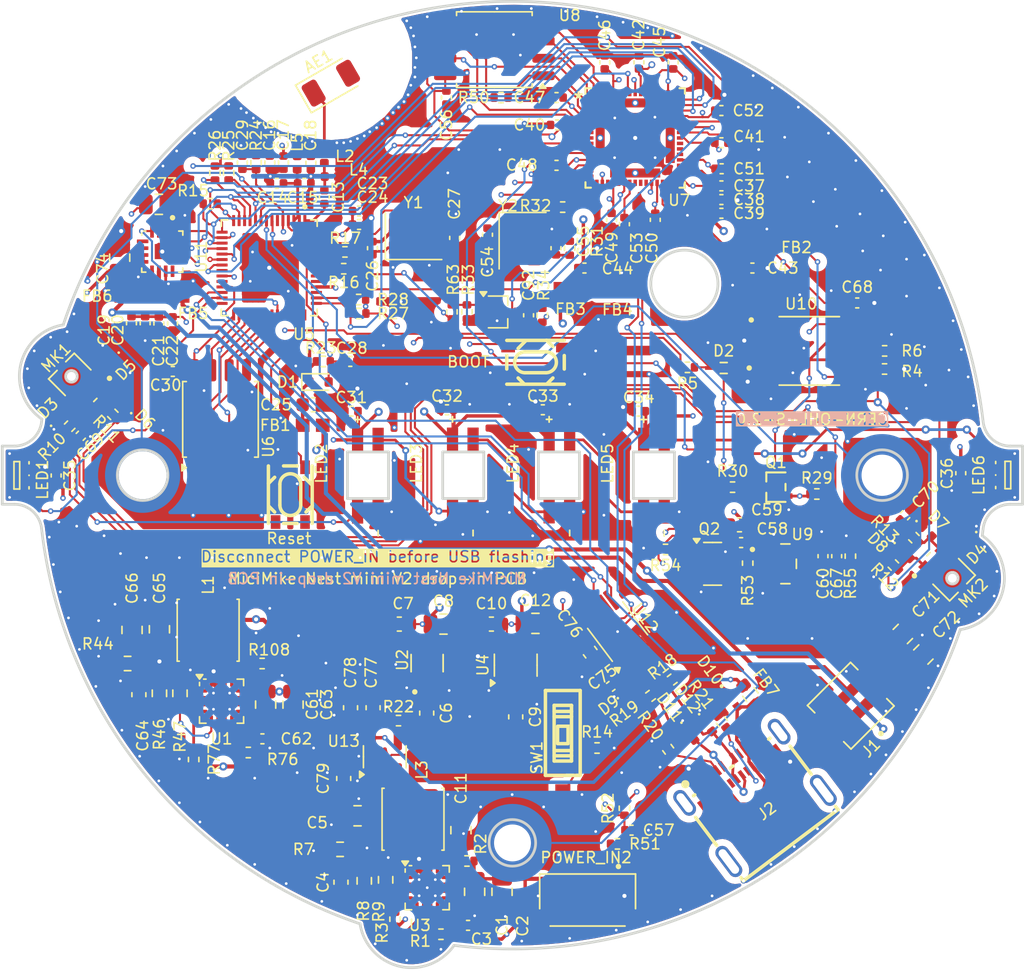
<source format=kicad_pcb>
(kicad_pcb (version 20241229) (generator "pcbnew") (generator_version "9.0")
  (title_block (title "Drop in replacement PCB for Nest mini v2") (rev "v1") (company "by iMike78 (inpired by Onju voice and HA VPE)"))
  (layers (0 "F.Cu" signal) (4 "In1.Cu" power) (6 "In2.Cu" power) (2 "B.Cu" signal) (13 "F.Paste" user) (15 "B.Paste" user) (5 "F.SilkS" user "F.Silkscreen") (7 "B.SilkS" user "B.Silkscreen") (1 "F.Mask" user) (3 "B.Mask" user) (25 "Edge.Cuts" user))
  (net 0 "")
  (net 1 "GND")
  (net 2 "+14V")
  (net 3 "Net-(U1-EN)")
  (net 4 "+5V")
  (net 5 "Net-(C64-Pad1)")
  (net 6 "Net-(U1-PG)")
  (net 7 "Net-(U1-FB)")
  (net 8 "+3V3")
  (net 9 "Net-(L1-Pad1)")
  (net 10 "Net-(U1-SS{slash}TR)")
  (net 12 "MUTE_ON")
  (net 13 "Net-(U1-DEF)")
  (net 14 "Net-(U3-SS{slash}TR)")
  (net 15 "Net-(C4-Pad1)")
  (net 16 "Net-(U3-FB)")
  (net 17 "Net-(L3-Pad1)")
  (net 18 "Net-(U3-DEF)")
  (net 19 "Net-(U3-EN)")
  (net 20 "Net-(U3-PG)")
  (net 22 "+1V8")
  (net 23 "+0V9")
  (net 24 "Net-(AE1-Pad1)")
  (net 25 "Net-(C13-Pad1)")
  (net 26 "Net-(U5-LNA_IN)")
  (net 27 "Net-(C14-Pad1)")
  (net 28 "ESP_3V3")
  (net 29 "Net-(C26-Pad2)")
  (net 30 "Net-(U5-XTAL_P)")
  (net 31 "ESP_RST")
  (net 32 "ESP_BOOT")
  (net 33 "I2S_LRCK")
  (net 34 "I2S_BCLK")
  (net 35 "I2S_MCLK")
  (net 36 "I2S_DIN_SEC")
  (net 37 "I2S_DIN_ESP")
  (net 38 "I2S2_MCLK")
  (net 39 "I2S2_BCLK")
  (net 41 "I2S2_LRCLK")
  (net 42 "Net-(U5-U0TXD)")
  (net 43 "ESP_TX0")
  (net 44 "Net-(U5-XTAL_N)")
  (net 46 "/ESP32-S3R8/SPI_HD")
  (net 47 "/ESP32-S3R8/SPI_WP")
  (net 49 "/ESP32-S3R8/SPI_CLK")
  (net 50 "/ESP32-S3R8/SPI_Q")
  (net 51 "/ESP32-S3R8/SPI_D")
  (net 52 "I2C_SDA")
  (net 53 "I2C_SCL")
  (net 54 "I2C2_SDA")
  (net 56 "I2C2_SCL")
  (net 58 "I2S2_DATA")
  (net 59 "ESP_USB_P")
  (net 60 "ESP_MUTE_DET")
  (net 61 "ESP_RX0")
  (net 62 "/ESP32-S3R8/TOUCH_C")
  (net 63 "/ESP32-S3R8/SPI_CS0")
  (net 64 "AUDIO_PA_EN")
  (net 70 "ESP_IO41")
  (net 71 "ESP_WS2812")
  (net 73 "/ESP32-S3R8/TOUCH_L")
  (net 74 "ESP_USB_N")
  (net 75 "/ESP32-S3R8/TOUCH_R")
  (net 76 "ESP_IO40")
  (net 77 "ESP_IO42")
  (net 79 "Net-(LED1-DOUT)")
  (net 80 "Net-(LED2-DOUT)")
  (net 81 "Net-(LED3-DOUT)")
  (net 82 "Net-(LED4-DOUT)")
  (net 83 "Net-(LED5-DOUT)")
  (net 84 "VDD")
  (net 85 "Net-(U7-PLL_AVDD)")
  (net 86 "VBUS")
  (net 87 "/XMOS/VBUS_DETEC")
  (net 88 "Net-(U7-XOUT)")
  (net 89 "Net-(C55-Pad1)")
  (net 90 "VDDIO")
  (net 91 "Net-(U7-XIN)")
  (net 93 "/XMOS/MIC_CLK")
  (net 96 "/XMOS/QSPI_D1")
  (net 98 "/XMOS/RST_N")
  (net 99 "/XMOS/QSPI_D2")
  (net 103 "/XMOS/QSPI_CLK")
  (net 107 "/XMOS/QSPI_CS_N")
  (net 108 "XMOS_USB_N")
  (net 109 "/XMOS/QSPI_D0")
  (net 110 "XMOS_USB_P")
  (net 111 "/XMOS/QSPI_D3")
  (net 112 "/XMOS/MIC_DATA")
  (net 113 "VDD_MIC")
  (net 114 "MUTE")
  (net 115 "Net-(Q2-B)")
  (net 116 "Net-(Q2-C)")
  (net 118 "Net-(U10-2Y)")
  (net 119 "/XMOS/MIC_DATA_M")
  (net 120 "/XMOS/MIC_CLK_M")
  (net 121 "Net-(U10-4Y)")
  (net 123 "Net-(D5-A2)")
  (net 124 "Net-(D6-A2)")
  (net 125 "Net-(D7-A2)")
  (net 126 "Net-(D8-A2)")
  (net 127 "Net-(C71-Pad1)")
  (net 128 "Net-(C72-Pad1)")
  (net 129 "Net-(U11-OUTN)")
  (net 130 "Net-(U11-OUTP)")
  (net 132 "/Power/USB_SEL")
  (net 133 "Net-(D10-A2)")
  (net 134 "/Power/USB_D_P")
  (net 135 "/Power/USB_D_N")
  (net 142 "Net-(J2-CC2)")
  (net 147 "Net-(J2-CC1)")
  (net 148 "/Power/USB_IN_D_N")
  (net 149 "/Power/USB_IN_D_P")
  (net 150 "Net-(U13-EN)")
  (net 153 "Net-(Q3-G)")
  (net 154 "XU316_RST")
  (footprint "Capacitor_SMD:C_0402_1005Metric" (layer "F.Cu") (at 168.560362 88.930999 -90)
    (property "Reference" "C36")
    (property "Value" "100nF" (hide yes))
  )
  (footprint "Resistor_SMD:R_0603_1608Metric" (layer "F.Cu") (at 125 118.7 -90)
    (property "Reference" "R8")
    (property "Value" "210k" (hide yes))
  )
  (footprint "Resistor_SMD:R_0603_1608Metric" (layer "F.Cu") (at 107.7175 102.83)
    (property "Reference" "R44")
    (property "Value" "49.9R" (hide yes))
  )
  (footprint "Diode_SMD:D_0402_1005Metric" (layer "F.Cu") (at 106.3 80.9 -135)
    (property "Reference" "D5")
    (property "Value" "PESD0402V05" (hide yes))
  )
  (footprint "Resistor_SMD:R_0603_1608Metric" (layer "F.Cu") (at 123.235362 116.4)
    (property "Reference" "R7")
    (property "Value" "49.9R" (hide yes))
  )
  (footprint "Resistor_SMD:R_0402_1005Metric" (layer "F.Cu") (at 147 94.5 180)
    (property "Reference" "R54")
    (property "Value" "3.3k" (hide yes))
  )
  (footprint "Capacitor_SMD:C_0402_1005Metric" (layer "F.Cu") (at 111 78 -90)
    (property "Reference" "C22")
    (property "Value" "1uF" (hide yes))
  )
  (footprint "Onju:BLM18PG121SN1D" (layer "F.Cu") (at 108 76 180)
    (property "Reference" "FB6")
    (property "Value" "600R" (hide yes))
  )
  (footprint "Capacitor_SMD:C_0402_1005Metric" (layer "F.Cu") (at 110 78 -90)
    (property "Reference" "C21")
    (property "Value" "100nF" (hide yes))
  )
  (footprint "Onju:TPD1E05U06DPYR" (layer "F.Cu") (at 151.939815 105.600682 -53)
    (property "Reference" "D10")
    (property "Value" "TPD1E10B06DPYR" (hide yes))
  )
  (footprint "Capacitor_SMD:C_0805_2012Metric" (layer "F.Cu") (at 107.14044 73.192955 90)
    (property "Reference" "C74")
    (property "Value" "10uF" (hide yes))
  )
  (footprint "Package_SO:SOIC-8_5.3x5.3mm_P1.27mm" (layer "F.Cu") (at 134.5 58 180)
    (property "Reference" "U8")
    (property "Value" "W25Q32JVSSIQ" (hide yes))
  )
  (footprint "Capacitor_SMD:C_0402_1005Metric" (layer "F.Cu") (at 151.1 66.7)
    (property "Reference" "C51")
    (property "Value" "100nF" (hide yes))
  )
  (footprint "Capacitor_SMD:C_0402_1005Metric" (layer "F.Cu") (at 109 77.98 -90)
    (property "Reference" "C20")
    (property "Value" "100nF" (hide yes))
  )
  (footprint "Package_DFN_QFN:VQFN-16-1EP_3x3mm_P0.5mm_EP1.68x1.68mm_ThermalVias" (layer "F.Cu") (at 114.58 105.58)
    (property "Reference" "U1")
    (property "Value" "TPS62130" (hide yes))
  )
  (footprint "Capacitor_SMD:C_0402_1005Metric" (layer "F.Cu") (at 124.620362 69.790999 180)
    (property "Reference" "C23")
    (property "Value" "100nF" (hide yes))
  )
  (footprint "Capacitor_SMD:C_0402_1005Metric" (layer "F.Cu") (at 147.560362 58.930999 90)
    (property "Reference" "C45")
    (property "Value" "100nF" (hide yes))
  )
  (footprint "Capacitor_SMD:C_0402_1005Metric" (layer "F.Cu") (at 132.580362 121.950999 180)
    (property "Reference" "C3")
    (property "Value" "10nF" (hide yes))
  )
  (footprint "Onju:SK6812MINI-E" (layer "F.Cu") (at 125.262358 89.113546 90)
    (property "Reference" "LED2")
    (property "Value" "SK6812MINI-E" (hide yes))
    (fp_line (start 1.7 -1.5) (end 1.7 1.5) (stroke (width 0.01)) (layer "Edge.Cuts"))
    (fp_line (start -1.7 -1.5) (end 1.7 -1.5) (stroke (width 0.01)) (layer "Edge.Cuts"))
    (fp_line (start 1.7 1.5) (end -1.7 1.5) (stroke (width 0.01)) (layer "Edge.Cuts"))
    (fp_line (start -1.7 1.5) (end -1.7 -1.5) (stroke (width 0.01)) (layer "Edge.Cuts"))
  )
  (footprint "Resistor_SMD:R_0402_1005Metric" (layer "F.Cu") (at 160.5 94.99 90)
    (property "Reference" "R55")
    (property "Value" "47k" (hide yes))
  )
  (footprint "Crystal:Crystal_SMD_3225-4Pin_3.2x2.5mm" (layer "F.Cu") (at 128.600362 71.620999)
    (property "Reference" "Y1")
    (property "Value" "40MHz" (hide yes))
  )
  (footprint "Diode_SMD:D_0402_1005Metric" (layer "F.Cu") (at 166.1 93.2 -45)
    (property "Reference" "D7")
    (property "Value" "PESD0402V05" (hide yes))
  )
  (footprint "Diode_SMD:D_0402_1005Metric" (layer "F.Cu") (at 164.5 94.796985 -45)
    (property "Reference" "D8")
    (property "Value" "PESD0402V05" (hide yes))
  )
  (footprint "Capacitor_SMD:C_0402_1005Metric" (layer "F.Cu") (at 134 71.52 -90)
    (property "Reference" "C54")
    (property "Value" "15pF" (hide yes))
  )
  (footprint "Capacitor_SMD:C_0402_1005Metric" (layer "F.Cu") (at 144.52 115)
    (property "Reference" "C57")
    (property "Value" "100nF" (hide yes))
  )
  (footprint "Resistor_SMD:R_0402_1005Metric" (layer "F.Cu") (at 112.5425 109.84 90)
    (property "Reference" "R77")
    (property "Value" "100k" (hide yes))
  )
  (footprint "Resistor_SMD:R_0402_1005Metric" (layer "F.Cu") (at 132.5 117.25 180)
    (property "Reference" "R2")
    (property "Value" "100k" (hide yes))
  )
  (footprint "Onju:SW-SMD_4P-L4.2-W3.2-P2.15-LS4.5" (layer "F.Cu") (at 119.6 90.5 -90)
    (property "Reference" "SW3" (hide yes))
    (property "Value" "Reset")
  )
  (footprint "Package_DFN_QFN:VQFN-16-1EP_3x3mm_P0.5mm_EP1.68x1.68mm_ThermalVias" (layer "F.Cu") (at 129.597862 119.200999)
    (property "Reference" "U3")
    (property "Value" "TPS62130" (hide yes))
  )
  (footprint "Onju:BLM18PG121SN1D" (layer "F.Cu") (at 140.060362 75.450999)
    (property "Reference" "FB3")
    (property "Value" "600R" (hide yes))
  )
  (footprint "Resistor_SMD:R_0402_1005Metric" (layer "F.Cu") (at 114.100362 67.01 -90)
    (property "Reference" "R26")
    (property "Value" "4.7k" (hide yes))
  )
  (footprint "Capacitor_SMD:C_0805_2012Metric" (layer "F.Cu") (at 124.510362 113.950999 180)
    (property "Reference" "C5")
    (property "Value" "22uF" (hide yes))
  )
  (footprint "Capacitor_SMD:C_0402_1005Metric" (layer "F.Cu") (at 139.080362 63.5 180)
    (property "Reference" "C40")
    (property "Value" "100nF" (hide yes))
  )
  (footprint "Capacitor_SMD:C_0402_1005Metric" (layer "F.Cu") (at 145.060362 58.930999 90)
    (property "Reference" "C42")
    (property "Value" "100nF" (hide yes))
  )
  (footprint "Capacitor_SMD:C_0805_2012Metric" (layer "F.Cu") (at 108.0425 100.38 -90)
    (property "Reference" "C66")
    (property "Value" "100nF" (hide yes))
  )
  (footprint "Resistor_SMD:R_0402_1005Metric" (layer "F.Cu") (at 132.5 77.15 90)
    (property "Reference" "R33")
    (property "Value" "470k" (hide yes))
  )
  (footprint "Capacitor_SMD:C_0603_1608Metric" (layer "F.Cu") (at 136.060362 106.725999 -90)
    (property "Reference" "C9")
    (property "Value" "2.2uF" (hide yes))
  )
  (footprint "Capacitor_SMD:C_0603_1608Metric" (layer "F.Cu") (at 121.275 83.930999)
    (property "Reference" "C25")
    (property "Value" "100nF" (hide yes))
  )
  (footprint "Capacitor_SMD:C_0402_1005Metric" (layer "F.Cu") (at 151.080362 68.950999)
    (property "Reference" "C38")
    (property "Value" "100nF" (hide yes))
  )
  (footprint "Resistor_SMD:R_0402_1005Metric" (layer "F.Cu") (at 123.590362 72.770999 180)
    (property "Reference" "R17")
    (property "Value" "0R" (hide yes))
  )
  (footprint "Capacitor_SMD:C_0805_2012Metric" (layer "F.Cu") (at 132.060362 115.000999 -90)
    (property "Reference" "C11")
    (property "Value" "100nF" (hide yes))
  )
  (footprint "Onju:SOT65P210X110-5N" (layer "F.Cu") (at 129.590362 102.800999 90)
    (property "Reference" "U2")
    (property "Value" "MIC5365-1.8YC5-TR" (hide yes))
  )
  (footprint "Onju:DIOM168X70N" (layer "F.Cu") (at 151.25 81.25 180)
    (property "Reference" "D2")
    (property "Value" "RB521S30T1G" (hide yes))
  )
  (footprint "Inductor_SMD:L_0402_1005Metric" (layer "F.Cu") (at 122.600362 67.270999 180)
    (property "Reference" "L4")
    (property "Value" "2.7nH" (hide yes))
  )
  (footprint "Onju:TLV73333PDBVR" (layer "F.Cu") (at 155.755 95.55)
    (property "Reference" "U9")
    (property "Value" "TLV73333PDBVR" (hide yes))
  )
  (footprint "Capacitor_SMD:C_0402_1005Metric" (layer "F.Cu") (at 142.560362 58.930999 90)
    (property "Reference" "C46")
    (property "Value" "100nF" (hide yes))
  )
  (footprint "Resistor_SMD:R_0402_1005Metric" (layer "F.Cu") (at 143.49 116 180)
    (property "Reference" "R51")
    (property "Value" "100R" (hide yes))
  )
  (footprint "Capacitor_SMD:C_0603_1608Metric" (layer "F.Cu") (at 123.5 111.225 -90)
    (property "Reference" "C79")
    (property "Value" "100nF" (hide yes))
  )
  (footprint "Resistor_SMD:R_0402_1005Metric" (layer "F.Cu") (at 142 109)
    (property "Reference" "R14")
    (property "Value" "10k" (hide yes))
  )
  (footprint "Resistor_SMD:R_0402_1005Metric" (layer "F.Cu") (at 147.49 104 37)
    (property "Reference" "R18")
    (property "Value" "22R" (hide yes))
  )
  (footprint "Resistor_SMD:R_0402_1005Metric" (layer "F.Cu") (at 147.193074 109.092696 127)
    (property "Reference" "R20")
    (property "Value" "5.1k" (hide yes))
  )
  (footprint "Capacitor_SMD:C_0402_1005Metric" (layer "F.Cu") (at 158.5 94.99 -90)
    (property "Reference" "C60")
    (property "Value" "1uF" (hide yes))
  )
  (footprint "Capacitor_SMD:C_0805_2012Metric" (layer "F.Cu") (at 110 69.3)
    (property "Reference" "C73")
    (property "Value" "100nF" (hide yes))
  )
  (footprint "Onju:SK6812MINI-E" (layer "F.Cu") (at 132.195818 89.1 90)
    (property "Reference" "LED3")
    (property "Value" "SK6812MINI-E" (hide yes))
    (fp_line (start 1.7 -1.5) (end 1.7 1.5) (stroke (width 0.01)) (layer "Edge.Cuts"))
    (fp_line (start -1.7 -1.5) (end 1.7 -1.5) (stroke (width 0.01)) (layer "Edge.Cuts"))
    (fp_line (start 1.7 1.5) (end -1.7 1.5) (stroke (width 0.01)) (layer "Edge.Cuts"))
    (fp_line (start -1.7 1.5) (end -1.7 -1.5) (stroke (width 0.01)) (layer "Edge.Cuts"))
  )
  (footprint "Capacitor_SMD:C_0603_1608Metric" (layer "F.Cu") (at 152.4 92.7 180)
    (property "Reference" "C59")
    (property "Value" "2.2uF" (hide yes))
  )
  (footprint "Package_TO_SOT_SMD:SOT-23" (layer "F.Cu") (at 150.4375 95.55)
    (property "Reference" "Q2")
    (property "Value" "BC847B" (hide yes))
  )
  (footprint "Resistor_SMD:R_0402_1005Metric" (layer "F.Cu") (at 148.6 81.2 180)
    (property "Reference" "R5")
    (property "Value" "10k" (hide yes))
  )
  (footprint "Capacitor_SMD:C_0402_1005Metric" (layer "F.Cu") (at 121.100362 66.265 -90)
    (property "Reference" "C18")
    (property "Value" "10uF" (hide yes))
  )
  (footprint "Diode_SMD:D_0402_1005Metric" (layer "F.Cu") (at 150.11 107.4 -53)
    (property "Reference" "D12")
    (property "Value" "PESD0402V05" (hide yes))
  )
  (footprint "Resistor_SMD:R_0402_1005Metric" (layer "F.Cu") (at 130.6 122.6 180)
    (property "Reference" "R1")
    (property "Value" "100k" (hide yes))
  )
  (footprint "Capacitor_SMD:C_0402_1005Metric" (layer "F.Cu") (at 116.100362 66.25 90)
    (property "Reference" "C29")
    (property "Value" "12pF" (hide yes))
  )
  (footprint "Capacitor_SMD:C_0402_1005Metric" (layer "F.Cu") (at 131 61.5 -90)
    (property "Reference" "C56")
    (property "Value" "100nF" (hide yes))
  )
  (footprint "Onju:BLM18PG121SN1D" (layer "F.Cu") (at 143.25 75.5 180)
    (property "Reference" "FB4")
    (property "Value" "600R" (hide yes))
  )
  (footprint "Inductor_SMD:L_0402_1005Metric" (layer "F.Cu") (at 122.085362 65.785999 -90)
    (property "Reference" "L2")
    (property "Value" "3.3nH" (hide yes))
  )
  (footprint "Resistor_SMD:R_0603_1608Metric" (layer "F.Cu") (at 153.199092 105.100682 -53)
    (property "Reference" "FB7")
    (property "Value" "30R" (hide yes))
  )
  (footprint "Capacitor_SMD:C_0805_2012Metric" (layer "F.Cu") (at 117.8 105.83 -90)
    (property "Reference" "C61")
    (property "Value" "22uF" (hide yes))
  )
  (footprint "Resistor_SMD:R_0402_1005Metric" (layer "F.Cu") (at 145.907304 105.193074 -143)
    (property "Reference" "R19")
    (property "Value" "22R" (hide yes))
  )
  (footprint "Capacitor_SMD:C_0402_1005Metric" (layer "F.Cu") (at 131.600362 71.750999 90)
    (property "Reference" "C27")
    (property "Value" "12pF" (hide yes))
  )
  (footprint "Diode_SMD:D_0402_1005Metric" (layer "F.Cu") (at 144.387338 104.70812 37)
    (property "Reference" "D9")
    (property "Value" "PESD0402V05" (hide yes))
  )
  (footprint "Capacitor_SMD:C_0402_1005Metric" (layer "F.Cu") (at 153.345362 73.950999)
    (property "Reference" "C43")
    (property "Value" "100nF" (hide yes))
  )
  (footprint "Resistor_SMD:R_0402_1005Metric" (layer "F.Cu") (at 158.050362 90.450999)
    (property "Reference" "R29")
    (property "Value" "47k" (hide yes))
  )
  (footprint "Onju:XU316-1024-QF60B-C24" (layer "F.Cu") (at 144.785413 64.450999)
    (property "Reference" "U7")
    (property "Value" "XU316-1024-QF60B-C24" (hide yes))
  )
  (footprint "Crystal:Crystal_SMD_3225-4Pin_3.2x2.5mm" (layer "F.Cu") (at 136.560362 71.950999 -90)
    (property "Reference" "Y2")
    (property "Value" "24MHz" (hide yes))
  )
  (footprint "Capacitor_SMD:C_0402_1005Metric" (layer "F.Cu") (at 151.080362 67.950999)
    (property "Reference" "C37")
    (property "Value" "100nF" (hide yes))
  )
  (footprint "Capacitor_SMD:C_0402_1005Metric" (layer "F.Cu") (at 139 72.5 90)
    (property "Reference" "C55")
    (property "Value" "15pF" (hide yes))
  )
  (footprint "Capacitor_SMD:C_0402_1005Metric" (layer "F.Cu") (at 145.040362 84.4 180)
    (property "Reference" "C34")
    (property "Value" "100nF" (hide yes))
  )
  (footprint "Onju:SK6812MINI-E" (layer "F.Cu") (at 139.25 89.1 90)
    (property "Reference" "LED4")
    (property "Value" "SK6812MINI-E" (hide yes))
    (fp_line (start 1.7 -1.5) (end 1.7 1.5) (stroke (width 0.01)) (layer "Edge.Cuts"))
    (fp_line (start -1.7 -1.5) (end 1.7 -1.5) (stroke (width 0.01)) (layer "Edge.Cuts"))
    (fp_line (start 1.7 1.5) (end -1.7 1.5) (stroke (width 0.01)) (layer "Edge.Cuts"))
    (fp_line (start -1.7 1.5) (end -1.7 -1.5) (stroke (width 0.01)) (layer "Edge.Cuts"))
  )
  (footprint "Resistor_SMD:R_0402_1005Metric" (layer "F.Cu") (at 127.25 121.5 90)
    (property "Reference" "R3")
    (property "Value" "100k" (hide yes))
  )
  (footprint "Capacitor_SMD:C_0402_1005Metric" (layer "F.Cu") (at 122.085362 68.770999 -90)
    (property "Reference" "C13")
    (property "Value" "1.2pF" (hide yes))
  )
  (footprint "Capacitor_SMD:C_0402_1005Metric" (layer "F.Cu") (at 111.02 81.5 180)
    (property "Reference" "C30")
    (property "Value" "100nF" (hide yes))
  )
  (footprint "Package_SO:SOIC-8_5.3x5.3mm_P1.27mm" (layer "F.Cu") (at 114.5 85 90)
    (property "Reference" "U6")
    (property "Value" "W25Q128JVSIQ" (hide yes))
  )
  (footprint "Onju:SW-SMD_4P-L4.2-W3.2-P2.15-LS4.5" (layer "F.Cu") (at 137.506849 80.833342)
    (property "Reference" "SW2" (hide yes))
    (property "Value" "BOOT")
  )
  (footprint "Onju:LED-SMD_4P_SK6812D-EC3210R" (layer "F.Cu") (at 171.109987 89.066792 90)
    (property "Reference" "LED6")
    (property "Value" "SK6812D-EC3210R" (hide yes))
  )
  (footprint "Resistor_SMD:R_0402_1005Metric" (layer "F.Cu") (at 103.49 85.5 45)
    (property "Reference" "R10")
    (property "Value" "100R" (hide yes))
  )
  (footprint "Capacitor_SMD:C_0603_1608Metric" (layer "F.Cu") (at 129.560362 106.450999 -90)
    (property "Reference" "C6")
    (property "Value" "2.2uF" (hide yes))
  )
  (footprint "Resistor_SMD:R_0402_1005Metric" (layer "F.Cu") (at 163.639376 95.639376 -45)
    (property "Reference" "R12")
    (property "Value" "100R" (hide yes))
  )
  (footprint "Resistor_SMD:R_0402_1005Metric" (layer "F.Cu") (at 122.01 80.770999)
    (property "Reference" "R23")
    (property "Value" "10k" (hide yes))
  )
  (footprint "Capacitor_SMD:C_0805_2012Metric" (layer "F.Cu") (at 130.785362 99.950999)
    (property "Reference" "C8")
    (property "Value" "100nF" (hide yes))
  )
  (footprint "Capacitor_SMD:C_0805_2012Metric" (layer "F.Cu") (at 119.8 105.83 -90)
    (property "Reference" "C63")
    (property "Value" "10uF" (hide yes))
  )
  (footprint "Capacitor_SMD:C_0402_1005Metric" (layer "F.Cu") (at 144 70.75 -90)
    (property "Reference" "C53")
    (property "Value" "1uF" (hide yes))
  )
  (footprint "Capacitor_SMD:C_0603_1608Metric" (layer "F.Cu") (at 124 106.0575 90)
    (property "Reference" "C78")
    (property "Value" "4.7uF" (hide yes))
  )
  (footprint "Onju:QFN40P700X700X90-57N" (layer "F.Cu") (at 118.060362 73.930999 -90)
    (property "Reference" "U5")
    (property "Value" "ESP32-S3R8" (hide yes))
  )
  (footprint "Resistor_SMD:R_0402_1005Metric" (layer "F.Cu") (at 117.100362 66.25 -90)
    (property "Reference" "R24")
    (property "Value" "10k" (hide yes))
  )
  (footprint "Resistor_SMD:R_0402_1005Metric" (layer "F.Cu") (at 144 113.4 90)
    (property "Reference" "R52")
    (property "Value" "1k" (hide yes))
  )
  (footprint "Inductor_SMD:L_Cenker_CKCS4020" (layer "F.Cu") (at 128.560362 114.2 90)
    (property "Reference" "L3")
    (property "Value" "2.2uH" (hide yes))
  )
  (footprint "Capacitor_SMD:C_0402_1005Metric" (layer "F.Cu") (at 124.060362 84.4 180)
    (property "Reference" "C31")
    (property "Value" "100nF" (hide yes))
  )
  (footprint "Capacitor_SMD:C_0805_2012Metric" (layer "F.Cu") (at 133.060362 119.500999 -90)
    (property "Reference" "C1")
    (property "Value" "22uF" (hide yes))
  )
  (footprint "Capacitor_SMD:C_0603_1608Metric" (layer "F.Cu") (at 141.5 102 127)
    (property "Reference" "C76")
    (property "Value" "100nF" (hide yes))
  )
  (footprint "Capacitor_SMD:C_0603_1608Metric" (layer "F.Cu") (at 127.560362 99.950999 180)
    (property "Reference" "C7")
    (property "Value" "4.7uF" (hide yes))
  )
  (footprint "Capacitor_SMD:C_0402_1005Metric" (layer "F.Cu") (at 143 104.5 -143)
    (property "Reference" "C75")
    (property "Value" "100nF" (hide yes))
  )
  (footprint "Onju:SW-SMD_2P-L6.2-W2.5-LS9.4" (layer "F.Cu") (at 139.5 107.9 -90)
    (property "Reference" "SW1")
    (property "Value" "SMXS_01K_TP" (hide yes))
  )
  (footprint "Resistor_SMD:R_0402_1005Metric" (layer "F.Cu") (at 116.5325 109.33 180)
    (property "Reference" "R76")
    (property "Value" "100k" (hide yes))
  )
  (footprint "Resistor_SMD:R_0402_1005Metric" (layer "F.Cu") (at 139.49 69.5)
    (property "Reference" "R32")
    (property "Value" "1M" (hide yes))
  )
  (footprint "Capacitor_SMD:C_0402_1005Metric" (layer "F.Cu") (at 102.5 89.1 90)
    (property "Reference" "C35")
    (property "Value" "100nF" (hide yes))
  )
  (footprint "Resistor_SMD:R_0402_1005Metric" (layer "F.Cu") (at 115.100362 67 -90)
    (property "Reference" "R25")
    (property "Value" "4.7k" (hide yes))
  )
  (footprint "Capacitor_SMD:C_0402_1005Metric" (layer "F.Cu") (at 119.100362 66.245 -90)
    (property "Reference" "C17")
    (property "Value" "1uF" (hide yes))
  )
  (footprint "Inductor_SMD:L_Cenker_CKCS4020" (layer "F.Cu") (at 113.6 100.4 90)
    (property "Reference" "L1")
    (property "Value" "2.2uH" (hide yes))
  )
  (footprint "Capacitor_SMD:C_0402_1005Metric" (layer "F.Cu") (at 141.080362 73.950999)
    (property "Reference" "C44")
    (property "Value" "1uF" (hide yes))
  )
  (footprint "Capacitor_SMD:C_0402_1005Metric" (layer "F.Cu") (at 151.080362 69.950999)
    (property "Reference" "C39")
    (property "Value" "100nF" (hide yes))
  )
  (footprint "Capacitor_SMD:C_0805_2012Metric" (layer "F.Cu") (at 164.328249 100.671751 45)
    (property "Reference" "C71")
    (property "Value" "10nF" (hide yes))
  )
  (footprint "Diode_SMD:D_0402_1005Metric" (layer "F.Cu") (at 102.9 84.7 45)
    (property "Reference" "D3")
    (property "Value" "PESD0402V05" (hide yes))
  )
  (footprint "Onju:HRS_FH34SRJ-10S-0.5SH_50_" (layer "F.Cu") (at 141.310362 120.100999)
    (property "Reference" "POWER_IN2")
    (property "Value" "FH34SRJ-10S-0.5SH_50_" (hide yes))
  )
  (footprint "Resistor_SMD:R_0402_1005Metric" (layer "F.Cu") (at 163 80 180)
    (property "Reference" "R6")
    (property "Value" "100R" (hide yes))
  )
  (footprint "Capacitor_SMD:C_0402_1005Metric" (layer "F.Cu") (at 152.52 94 180)
    (property "Reference" "C58")
    (property "Value" "100nF" (hide yes))
  )
  (footprint "Capacitor_SMD:C_0402_1005Metric" (layer "F.Cu") (at 139.040362 61.5 180)
    (property "Reference" "C47")
    (property "Value" "100nF" (hide yes))
  )
  (footprint "Resistor_SMD:R_0603_1608Metric" (layer "F.Cu") (at 126.560362 118.625999 90)
    (property "Reference" "R9")
    (property "Value" "40k" (hide yes))
  )
  (footprint "Capacitor_SMD:C_0402_1005Metric" (layer "F.Cu") (at 159.5 94.99 -90)
    (property "Reference" "C67")
    (property "Value" "100nF" (hide yes))
  )
  (footprint "Onju:max98357aete" (layer "F.Cu") (at 110.25 72.75 -90)
    (property "Reference" "U11")
    (property "Value" "MAX98357AETE_T" (hide yes))
  )
  (footprint "Package_SO:MSOP-10_3x3mm_P0.5mm" (layer "F.Cu") (at 143.5 100.5 127)
    (property "Reference" "U12")
    (property "Value" "FSUSB42MUX" (hide yes))
  )
  (footprint "Capacitor_SMD:C_0402_1005Metric" (layer "F.Cu") (at 120.620362 67.765)
    (property "Reference" "C15")
    (property "Value" "100nF" (hide yes))
  )
  (footprint "Package_TO_SOT_SMD:SOT-23-5" (layer "F.Cu") (at 136.060362 102.950999 90)
    (property "Reference" "U4")
    (property "Value" "TPS7A0309PDBVR" (hide yes))
  )
  (footprint "Resistor_SMD:R_0402_1005Metric" (layer "F.Cu") (at 123.5 74 180)
    (property "Reference" "R16")
    (property "Value" "499R" (hide yes))
  )
  (footprint "Resistor_SMD:R_0402_1005Metric" (layer "F.Cu") (at 106.639376 84.639376 135)
    (property "Reference" "R11")
    (property "Value" "100R" (hide yes))
  )
  (footprint "Inductor_SMD:L_0402_1005Metric" (layer "F.Cu") (at 120.100362 66.265 90)
    (property "Reference" "L5")
    (property "Value" "2.2nH" (hide yes))
  )
  (footprint "Capacitor_SMD:C_0402_1005Metric" (layer "F.Cu") (at 125.600362 72.5 -90)
    (property "Reference" "C26")
    (property "Value" "12pF" (hide yes))
  )
  (footprint "Resistor_SMD:R_0603_1608Metric" (layer "F.Cu") (at 111.5425 105.005 90)
    (property "Reference" "R47")
    (property "Value" "22.1k" (hide yes))
  )
  (footprint "Onju:SK6812MINI-E" (layer "F.Cu") (at 146.155181 89.113546 90)
    (property "Reference" "LED5")
    (property "Value" "SK6812MINI-E" (hide yes))
    (fp_line (start 1.7 -1.5) (end 1.7 1.5) (stroke (width 0.01)) (layer "Edge.Cuts"))
    (fp_line (start -1.7 -1.5) (end 1.7 -1.5) (stroke (width 0.01)) (layer "Edge.Cuts"))
    (fp_line (start 1.7 1.5) (end -1.7 1.5) (stroke (width 0.01)) (layer "Edge.Cuts"))
    (fp_line (start -1.7 1.5) (end -1.7 -1.5) (stroke (width 0.01)) (layer "Edge.Cuts"))
  )
  (footprint "Resistor_SMD:R_0402_1005Metric" (layer "F.Cu") (at 113.75 69.25)
    (property "Reference" "R15")
    (property "Value" "0R" (hide yes))
  )
  (footprint "Capacitor_SMD:C_0805_2012Metric" (layer "F.Cu") (at 135.060362 119.500999 -90)
    (property "Reference" "C2")
    (property "Value" "10uF" (hide yes))
  )
  (footprint "Onju:BLM18PG121SN1D" (layer "F.Cu") (at 121.235 85.430999 180)
    (property "Reference" "FB1")
    (property "Value" "120R" (hide yes))
  )
  (footprint "Capacitor_SMD:C_0402_1005Metric" (layer "F.Cu") (at 164.5 92 45)
    (property "Reference" "C70")
    (property "Value" "100nF" (hide yes))
  )
  (footprint "Capacitor_SMD:C_0402_1005Metric" (layer "F.Cu") (at 151.080362 62.450999)
    (property "Reference" "C52")
    (property "Value" "100nF" (hide yes))
  )
  (footprint "Diode_SMD:D_0402_1005Metric" (layer "F.Cu") (at 107.209841 83.77768 135)
    (property "Reference" "D6")
    (property "Value" "PESD0402V05" (hide yes))
  )
  (footprint "Capacitor_SMD:C_0603_1608Metric" (layer "F.Cu") (at 123.3 118.8 -90)
    (property "Reference" "C4")
    (property "Value" "220pF" (hide yes))
  )
  (footprint "Resistor_SMD:R_0603_1608Metric" (layer "F.Cu") (at 110.0425 105.005 -90)
    (property "Reference" "R46")
    (property "Value" "68.1k" (hide yes))
  )
  (footprint "Capacitor_SMD:C_0402_1005Metric" (layer "F.Cu") (at 143.060362 70.430999 -90)
    (property "Reference" "C49")
    (property "Value" "100nF" (hide yes))
  )
  (footprint "Onju:1775443-2" (layer "F.Cu") (at 160.527728 105.911612 135)
    (property "Reference" "J1")
    (property "Value" "1775443-2" (hide yes))
  )
  (footprint "Capacitor_SMD:C_0603_1608Metric" (layer "F.Cu") (at 134.285362 99.950999 180)
    (property "Reference" "C10")
    (property "Value" "4.7uF" (hide yes))
  )
  (footprint "Diode_SMD:D_SOD-523" (layer "F.Cu") (at 121.7 82.270999)
    (property "Reference" "D1")
    (property "Value" "LRB520S-30T1G" (hide yes))
  )
  (footprint "Package_TO_SOT_SMD:SOT-23-5" (layer "F.Cu") (at 126.5 109.6375 90)
    (property "Reference" "U13")
    (property "Value" "AP22802AW5-7" (hide yes))
  )
  (footprint "Resistor_SMD:R_0402_1005Metric" (layer "F.Cu") (at 131.4 77.15 -90)
    (property "Reference" "R63")
    (property "Value" "100R" (hide yes))
  )
  (footprint "Resistor_SMD:R_0402_1005Metric" (layer "F.Cu") (at 162.994701 81.322216 180)
    (property "Reference" "R4")
    (property "Value" "47k" (hide yes))
  )
  (footprint "Capacitor_SMD:C_0603_1608Metric" (layer "F.Cu") (at 108.5425 105.105 -90)
    (property "Reference" "C64")
    (property "Value" "220pF" (hide yes))
  )
  (footprint "Capacitor_SMD:C_0402_1005Metric" (layer "F.Cu") (at 139.040362 66.450999 180)
    (property "Reference" "C48")
    (property "Value" "100nF" (hide yes))
  )
  (footprint "Capacitor_SMD:C_0402_1005Metric" (layer "F.Cu") (at 138.040362 84.3 180)
    (property "Reference" "C33")
    (property "Value" "100nF" (hide yes))
  )
  (footprint "Onju:LED-SMD_4P_SK6812D-EC3210R" (layer "F.Cu") (at 100.52019 89.086878 -90)
    (property "Reference" "LED1")
    (property "Value" "SK6812D-EC3210R" (hide yes))
  )
  (footprint "Capacitor_SMD:C_0402_1005Metric" (layer "F.Cu") (at 118.100362 66.245 -90)
    (property "Reference" "C16")
    (property "Value" "100nF" (hide yes))
  )
  (footprint "Capacitor_SMD:C_0402_1005Metric" (layer "F.Cu") (at 104.3 86.2 45)
    (property "Reference" "C69")
    (property "Value" "100nF" (hide yes))
  )
  (footprint "Resistor_SMD:R_0402_1005Metric" (layer "F.Cu") (at 140 72.5 -90)
    (property "Reference" "R31")
    (property "Value" "680R" (hide yes))
  )
  (footprint "Capacitor_SMD:C_0805_2012Metric" (layer "F.Cu") (at 137.5 99.9)
    (property "Reference" "C12")
    (property "Value" "100nF" (hide yes))
  )
  (footprint "Onju:BLM18PG121SN1D" (layer "F.Cu") (at 111 76)
    (property "Reference" "FB5")
    (property "Value" "600R" (hide yes))
  )
  (footprint "Capacitor_SMD:C_0603_1608Metric" (layer "F.Cu") (at 125.645 106.0575 90)
    (property "Reference" "C77")
    (property "Value" "100nF" (hide yes))
  )
  (footprint "Onju:BLM18PG121SN1D" (layer "F.Cu") (at 153.825362 72.450999)
    (property "Reference" "FB2")
    (property "Value" "120R" (hide yes))
  )
  (footprint "RF_Antenna:Johanson_2450AT18x100" (layer "F.Cu") (at 122.560362 60.450999 30)
    (property "Reference" "AE1")
    (property "Value" "2450AT18A100E" (hide yes))
  )
  (footprint "Capacitor_SMD:C_0402_1005Metric" (layer "F.Cu") (at 124.620362 70.770999 180)
    (property "Reference" "C24")
    (property "Value" "1uF" (hide yes))
  )
  (footprint "Package_TO_SOT_SMD:SOT-323_SC-70" (layer "F.Cu") (at 134.75 77.155)
    (property "Reference" "Q3" (hide yes))
    (property "Value" "LBSS138WT1G" (hide yes))
  )
  (footprint "Capacitor_SMD:C_0805_2012Metric" (layer "F.Cu") (at 165.828249 102.171751 45)
    (property "Reference" "C72")
    (property "Value" "10nF" (hide yes))
  )
  (footprint "Diode_SMD:D_0402_1005Metric" (layer "F.Cu") (at 168.92 94 -135)
    (property "Reference" "D4")
    (property "Value" "PESD0402V05" (hide yes))
  )
  (footprint "Capacitor_SMD:C_0402_1005Metric" (layer "F.Cu") (at 151.080362 64.8)
    (property "Reference" "C41")
    (property "Value" "100nF" (hide yes))
  )
  (footprint "Onju:USB-C-SMD_TYPE-C-USB-18" (layer "F.Cu") (at 153.321456 112.363117 37)
    (property "Reference" "J2")
    (property "Value" "usb_c" (hide yes))
  )
  (footprint "Resistor_SMD:R_0402_1005Metric" (layer "F.Cu") (at 138 77.4 -90)
    (property "Reference" "R34")
    (property "Value" "10k" (hide yes))
  )
  (footprint "Onju:SOP65P640X120-14N" (layer "F.Cu") (at 157.5 80)
    (property "Reference" "U10")
    (property "Value" "SN74LVC125APWR" (hide yes))
  )
  (footprint "Onju:MIC_T3902" (layer "F.Cu") (at 104.122706 82.346915 -135)
    (property "Reference" "MK1")
    (property "Value" "MMICT390200012" (hide yes))
  )
  (footprint "Resistor_SMD:R_0402_1005Metric" (layer "F.Cu") (at 124.610362 77.270999 180)
    (property "Reference" "R27")
    (property "Value" "4.7k" (hide yes))
  )
  (footprint "Resistor_SMD:R_0402_1005Metric" (layer "F.Cu") (at 127.5 107 180)
    (property "Reference" "R22")
    (property "Value" "100k" (hide yes))
  )
  (footprint "Capacitor_SMD:C_0402_1005Metric" (layer "F.Cu") (at 118.620362 67.765 180)
    (property "Reference" "C14")
    (property "Value" "2.4pF" (hide yes))
  )
  (footprint "Resistor_SMD:R_0402_1005Metric" (layer "F.Cu") (at 117.5425 102.83 180)
    (property "Reference" "R108")
    (property "Value" "100k" (hide yes))
  )
  (footprint "Resistor_SMD:R_0402_1005Metric" (layer "F.Cu") (at 151.895362 89.950999)
    (property "Reference" "R30")
    (property "Value" "100k" (hide yes))
  )
  (footprint "Capacitor_SMD:C_0805_2012Metric" (layer "F.Cu") (at 110.0425 100.33 -90)
    (property "Reference" "C65")
    (property "Value" "22uF" (hide yes))
  )
  (footprint "Capacitor_SMD:C_0402_1005Metric" (layer "F.Cu") (at 161 76.5)
    (property "Reference" "C68")
    (property "Value" "100nF" (hide yes))
  )
  (footprint "Capacitor_SMD:C_0402_1005Metric" (layer "F.Cu") (at 131.040362 84.3 180)
    (property "Reference" "C32")
    (property "Value" "100nF" (hide yes))
  )
  (footprint "Capacitor_SMD:C_0402_1005Metric" (layer "F.Cu") (at 108 77.98 -90)
    (property "Reference" "C19")
    (property "Value" "100nF" (hide yes))
  )
  (footprint "Resistor_SMD:R_0402_1005Metric" (layer "F.Cu") (at 153 95.5 90)
    (property "Reference" "R53")
    (property "Value" "470k" (hide yes))
  )
  (footprint "Resistor_SMD:R_0402_1005Metric" (layer "F.Cu") (at 151.117023 107.092696 127)
    (property "Reference" "R21")
    (property "Value" "5.1k" (hide yes))
  )
  (footprint "Capacitor_SMD:C_0402_1005Metric" (layer "F.Cu") (at 117.5625 108.33 180)
    (property "Reference" "C62")
    (property "Value" "10nF" (hide yes))
  )
  (footprint "Onju:SC-70-3_L2.1-W1.3-P0.65-LS2.1-BR" (layer "F.Cu") (at 155.060362 89.950999)
    (property "Reference" "Q1")
    (property "Value" "LBSS138WT1G" (hide yes))
  )
  (footprint "Onju:MIC_T3902" (layer "F.Cu") (at 167.443841 96.081009 45)
    (property "Reference" "MK2")
    (property "Value" "MMICT390200012" (hide yes))
  )
  (footprint "Diode_SMD:D_0402_1005Metric" (layer "F.Cu") (at 148.82 108.02 -53)
    (property "Reference" "D11")
    (property "Value" "PESD0402V05" (hide yes))
  )
  (footprint "Resistor_SMD:R_0402_1005Metric" (layer "F.Cu") (at 124.590362 76.250999 180)
    (property "Reference" "R28")
    (property "Value" "4.7k" (hide yes))
  )
  (footprint "Resistor_SMD:R_0402_1005Metric" (layer "F.Cu") (at 165.139376 93.639376 -45)
    (property "Reference" "R13")
    (property "Value" "100R" (hide yes))
  )
  (footprint "Capacitor_SMD:C_0402_1005Metric" (layer "F.Cu") (at 123.98 80.770999)
    (property "Reference" "C28")
    (property "Value" "1uF" (hide yes))
  )
  (footprint "Capacitor_SMD:C_0402_1005Metric" (layer "F.Cu") (at 146.25 70.430999 -90)
    (property "Reference" "C50")
    (property "Value" "100nF" (hide yes))
  )
  (footprint "Resistor_SMD:R_0402_1005Metric" (layer "F.Cu") (at 134.99 61.5 180)
    (property "Reference" "R50")
    (property "Value" "4.7k" (hide yes))
  )
  (footprint "Capacitor_SMD:C_0402_1005Metric" (layer "F.Cu") (at 137 77.4 -90)
    (property "Reference" "C92")
    (property "Value" "100nF" (hide yes))
  )
  (gr_circle (center 108.815874 89.077634) (end 111.065874 89.077634) (stroke (width 1)) (fill no) (layers "B.Cu" "B.Mask") (net 75))
  (gr_circle (center 162.818092 89.082248) (end 165.07411 89.073391) (stroke (width 1.5)) (fill no) (layers "B.Cu" "B.Mask") (net 73))
  (gr_circle (center 135.825217 115.9311) (end 137.923137 115.987951) (stroke (width 1.5)) (fill no) (layers "B.Cu" "B.Mask") (net 62))
  (gr_arc (start 101.458362 84.981998) (mid 99.90937 81.01394) (end 103.017362 78.100999) (stroke (width 0.2)) (layer "Edge.Cuts"))
  (gr_circle (center 148.379362 75.089999) (end 150.829362 75.089999) (stroke (width 0.2)) (fill no) (layer "Edge.Cuts"))
  (gr_line (start 173.065362 91.200999) (end 173.065362 86.950999) (stroke (width 0.2)) (layer "Edge.Cuts"))
  (gr_arc (start 124.689362 121.837999) (mid 108.87242 110.783076) (end 101.436362 92.975999) (stroke (width 0.2)) (layer "Edge.Cuts"))
  (gr_circle (center 135.815362 115.925999) (end 137.515362 115.925999) (stroke (width 0.2)) (fill no) (layer "Edge.Cuts"))
  (gr_line (start 126.771362 90.781999) (end 123.771362 90.781999) (stroke (width 0.2)) (layer "Edge.Cuts"))
  (gr_line (start 140.715362 90.781999) (end 137.715362 90.781999) (stroke (width 0.2)) (layer "Edge.Cuts"))
  (gr_arc (start 170.132362 93.491999) (mid 171.64646 97.466596) (end 168.525362 100.355999) (stroke (width 0.2)) (layer "Edge.Cuts"))
  (gr_circle (center 162.815362 89.075999) (end 164.665362 89.075999) (stroke (width 0.2)) (fill no) (layer "Edge.Cuts"))
  (gr_line (start 137.715362 90.781999) (end 137.715362 87.381999) (stroke (width 0.2)) (layer "Edge.Cuts"))
  (gr_arc (start 131.560362 123.412999) (mid 127.592966 124.945912) (end 124.689362 121.837999) (stroke (width 0.2)) (layer "Edge.Cuts"))
  (gr_arc (start 168.525362 100.355999) (mid 154.127463 118.432935) (end 131.560362 123.412999) (stroke (width 0.2)) (layer "Edge.Cuts"))
  (gr_circle (center 108.815362 89.075999) (end 110.665362 89.075999) (stroke (width 0.2)) (fill no) (layer "Edge.Cuts"))
  (gr_line (start 133.730362 90.781999) (end 130.730362 90.781999) (stroke (width 0.2)) (layer "Edge.Cuts"))
  (gr_line (start 137.715362 87.381999) (end 140.715362 87.381999) (stroke (width 0.2)) (layer "Edge.Cuts"))
  (gr_arc (start 101.43624 85.177073) (mid 100.781397 86.44297) (end 99.449778 86.950999) (stroke (width 0.2)) (layer "Edge.Cuts"))
  (gr_line (start 130.730362 87.381999) (end 133.730362 87.381999) (stroke (width 0.2)) (layer "Edge.Cuts"))
  (gr_line (start 130.730362 90.781999) (end 130.730362 87.381999) (stroke (width 0.2)) (layer "Edge.Cuts"))
  (gr_line (start 173.065362 86.950999) (end 172.181962 86.950999) (stroke (width 0.2)) (layer "Edge.Cuts"))
  (gr_line (start 147.649362 87.381999) (end 147.649362 90.781999) (stroke (width 0.2)) (layer "Edge.Cuts"))
  (gr_line (start 140.715362 87.381999) (end 140.715362 90.781999) (stroke (width 0.2)) (layer "Edge.Cuts"))
  (gr_line (start 101.458362 84.981998) (end 101.43624 85.177073) (stroke (width 0.2)) (layer "Edge.Cuts"))
  (gr_line (start 144.649362 90.781999) (end 144.649362 87.381999) (stroke (width 0.2)) (layer "Edge.Cuts"))
  (gr_arc (start 170.195362 92.975999) (mid 170.16534 93.23418) (end 170.132362 93.491999) (stroke (width 0.2)) (layer "Edge.Cuts"))
  (gr_arc (start 170.195362 92.975999) (mid 170.852514 91.707077) (end 172.188888 91.200999) (stroke (width 0.2)) (layer "Edge.Cuts"))
  (gr_line (start 144.649362 87.381999) (end 147.649362 87.381999) (stroke (width 0.2)) (layer "Edge.Cuts"))
  (gr_line (start 123.771362 90.781999) (end 123.771362 87.381999) (stroke (width 0.2)) (layer "Edge.Cuts"))
  (gr_line (start 172.188888 91.200999) (end 173.065362 91.200999) (stroke (width 0.2)) (layer "Edge.Cuts"))
  (gr_line (start 133.730362 87.381999) (end 133.730362 90.781999) (stroke (width 0.2)) (layer "Edge.Cuts"))
  (gr_line (start 126.771362 87.381999) (end 126.771362 90.781999) (stroke (width 0.2)) (layer "Edge.Cuts"))
  (gr_line (start 98.565362 86.950999) (end 98.565362 91.200999) (stroke (width 0.2)) (layer "Edge.Cuts"))
  (gr_arc (start 99.449778 91.200999) (mid 100.781793 91.709396) (end 101.436362 92.975999) (stroke (width 0.2)) (layer "Edge.Cuts"))
  (gr_circle (center 167.945362 96.603999) (end 168.370362 96.603999) (stroke (width 0.2)) (fill no) (layer "Edge.Cuts"))
  (gr_arc (start 103.017362 78.100999) (mid 139.446924 54.667005) (end 170.195362 85.175999) (stroke (width 0.2)) (layer "Edge.Cuts"))
  (gr_line (start 147.649362 90.781999) (end 144.649362 90.781999) (stroke (width 0.2)) (layer "Edge.Cuts"))
  (gr_arc (start 172.181962 86.950999) (mid 170.849937 86.442607) (end 170.195362 85.175999) (stroke (width 0.2)) (layer "Edge.Cuts"))
  (gr_circle (center 103.615362 81.862999) (end 104.040362 81.862999) (stroke (width 0.2)) (fill no) (layer "Edge.Cuts"))
  (gr_line (start 98.565362 91.200999) (end 99.449778 91.200999) (stroke (width 0.2)) (layer "Edge.Cuts"))
  (gr_line (start 99.449778 86.950999) (end 98.565362 86.950999) (stroke (width 0.2)) (layer "Edge.Cuts"))
  (gr_line (start 123.771362 87.381999) (end 126.771362 87.381999) (stroke (width 0.2)) (layer "Edge.Cuts"))
  (gr_text "MiciMike Nest mini V2 drop-in PCB" (at 115 97.1 0) (layer "F.SilkS") (effects (font (size 0.8 0.8) (thickness 0.12)) (justify left bottom)))
  (gr_text "Disconnect POWER_IN before USB flashing" (at 113 95.5 0) (layer "F.SilkS" knockout) (effects (font (size 0.8 0.8) (thickness 0.12)) (justify left bottom)))
  (gr_text "CERN-OHL-S-2.0" (at 157.7 85 0) (layer "F.SilkS" knockout) (effects (font (size 0.8 0.8) (thickness 0.12))))
  (gr_text "MiciMike Nest mini V2 drop-in PCB" (at 136.9 97.1 0) (layer "B.SilkS") (effects (font (size 0.8 0.8) (thickness 0.12)) (justify left bottom mirror)))
  (gr_text "CERN-OHL-S-2.0" (at 157.7 85 0) (layer "B.SilkS" knockout) (effects (font (size 0.8 0.8) (thickness 0.12)) (justify mirror)))
  (segment (start 107.14044 71.35956) (end 107.25 71.25) (width 0.25) (layer "F.Cu") (net 1))
  (segment (start 116.405 87.345) (end 116.5 87.25) (width 0.25) (layer "F.Cu") (net 1))
  (segment (start 137.560362 83.760362) (end 137.5 83.7) (width 0.25) (layer "F.Cu") (net 1))
  (segment (start 116.100362 65.100362) (end 116 65) (width 0.2) (layer "F.Cu") (net 1))
  (segment (start 123.085362 67.270999) (end 125.100362 69.285999) (width 0.15) (layer "F.Cu") (net 1))
  (segment (start 149.5 106.25) (end 149.81812 107.012662) (width 0.25) (layer "F.Cu") (net 1))
  (segment (start 110.728865 69.521135) (end 110.728865 69.771135) (width 0.25) (layer "F.Cu") (net 1))
  (segment (start 137.560362 84.3) (end 137.560362 83.760362) (width 0.25) (layer "F.Cu") (net 1))
  (segment (start 129.700362 73.700362) (end 129.75 73.75) (width 0.25) (layer "F.Cu") (net 1))
  (segment (start 153.825362 73.950999) (end 154.450999 73.950999) (width 0.25) (layer "F.Cu") (net 1))
  (segment (start 134 72) (end 134.659363 72) (width 0.25) (layer "F.Cu") (net 1))
  (segment (start 110.0425 102.68) (end 111.5425 104.18) (width 0.25) (layer "F.Cu") (net 1))
  (segment (start 126.75 117.611361) (end 126.75 117) (width 0.25) (layer "F.Cu") (net 1))
  (segment (start 125.100362 69.790999) (end 125.100362 70.770999) (width 0.25) (layer "F.Cu") (net 1))
  (segment (start 125.600362 72.02) (end 126.251361 72.02) (width 0.25) (layer "F.Cu") (net 1))
  (segment (start 110 78.48) (end 111 78.48) (width 0.25) (layer "F.Cu") (net 1))
  (segment (start 165.757053 92.973396) (end 165.757053 92.857053) (width 0.15) (layer "F.Cu") (net 1))
  (segment (start 164.157053 94.454038) (end 164.157053 94.407053) (width 0.15) (layer "F.Cu") (net 1))
  (segment (start 124.5 80.810999) (end 124.46 80.770999) (width 0.25) (layer "F.Cu") (net 1))
  (segment (start 136 102.914689) (end 137.335311 102.914689) (width 0.25) (layer "F.Cu") (net 1))
  (segment (start 152.200999 68.950999) (end 152.25 69) (width 0.25) (layer "F.Cu") (net 1))
  (segment (start 133.914689 102.914689) (end 132.5 101.5) (width 0.25) (layer "F.Cu") (net 1))
  (segment (start 129.700362 72.470999) (end 131.360362 72.470999) (width 0.25) (layer "F.Cu") (net 1))
  (segment (start 137.849001 66.450999) (end 137.2 67.1) (width 0.15) (layer "F.Cu") (net 1))
  (segment (start 133.95 91.7) (end 134 91.75) (width 0.25) (layer "F.Cu") (net 1))
  (segment (start 142.560362 58.450999) (end 145.060362 58.450999) (width 0.25) (layer "F.Cu") (net 1))
  (segment (start 126.560362 117.800999) (end 126.75 117.611361) (width 0.25) (layer "F.Cu") (net 1))
  (segment (start 154.858535 109.251639) (end 156.1 110) (width 0.25) (layer "F.Cu") (net 1))
  (segment (start 122.05 83.930999) (end 123.060362 83.930999) (width 0.25) (layer "F.Cu") (net 1))
  (segment (start 143.680999 70.910999) (end 144 71.23) (width 0.25) (layer "F.Cu") (net 1))
  (segment (start 118.140362 67.765) (end 118.140362 66.765) (width 0.25) (layer "F.Cu") (net 1))
  (segment (start 129.590362 103.770999) (end 129.590362 102.850895) (width 0.25) (layer "F.Cu") (net 1))
  (segment (start 152.02 93) (end 152.02 93.98) (width 0.25) (layer "F.Cu") (net 1))
  (segment (start 145 100.75) (end 143.5 100.5) (width 0.15) (layer "F.Cu") (net 1))
  (segment (start 132.5 101.5) (end 131.25 102.75) (width 0.25) (layer "F.Cu") (net 1))
  (segment (start 151.560362 68.950999) (end 152.200999 68.950999) (width 0.25) (layer "F.Cu") (net 1))
  (segment (start 123.529363 84.4) (end 123.580362 84.4) (width 0.25) (layer "F.Cu") (net 1))
  (segment (start 136.060362 103.920999) (end 136.060362 102.975051) (width 0.25) (layer "F.Cu") (net 1))
  (segment (start 110.0425 101.28) (end 110.0425 102.68) (width 0.25) (layer "F.Cu") (net 1))
  (segment (start 158.42 95.55) (end 158.5 95.47) (width 0.25) (layer "F.Cu") (net 1))
  (segment (start 149.174268 111.844533) (end 149.906835 112.983012) (width 0.25) (layer "F.Cu") (net 1))
  (segment (start 126.785362 99.950999) (end 126.785362 101.535362) (width 0.25) (layer "F.Cu") (net 1))
  (segment (start 129.347862 117.738499) (end 129.347862 117.447862) (width 0.25) (layer "F.Cu") (net 1))
  (segment (start 118.140362 66.765) (end 118.100362 66.725) (width 0.25) (layer "F.Cu") (net 1))
  (segment (start 114.33 107.0425) (end 114.33 105.83) (width 0.25) (layer "F.Cu") (net 1))
  (segment (start 113.83 103.57) (end 114 103.4) (width 0.25) (layer "F.Cu") (net 1))
  (segment (start 102.350999 88.470999) (end 102.5 88.62) (width 0.25) (layer "F.Cu") (net 1))
  (segment (start 129.347862 120.663499) (end 129.347862 119.450999) (width 0.25) (layer "F.Cu") (net 1))
  (segment (start 153.5 80) (end 154.63 80) (width 0.25) (layer "F.Cu") (net 1))
  (segment (start 159.5 95.47) (end 160.47 95.47) (width 0.25) (layer "F.Cu") (net 1))
  (segment (start 167.198741 96.289959) (end 167.425766 96.062934) (width 0.15) (layer "F.Cu") (net 1))
  (segment (start 125.645 105.105) (end 125.645 105.2825) (width 0.25) (layer "F.Cu") (net 1))
  (segment (start 125.5 70.3) (end 125.5 70.190637) (width 0.15) (layer "F.Cu") (net 1))
  (segment (start 118.0425 108.33) (end 119.0425 107.33) (width 0.25) (layer "F.Cu") (net 1))
  (segment (start 151.375 95.55) (end 151.375 94.665) (width 0.25) (layer "F.Cu") (net 1))
  (segment (start 120.47 106.78) (end 121.75 105.5) (width 0.25) (layer "F.Cu") (net 1))
  (segment (start 152.02 93.98) (end 152.04 94) (width 0.25) (layer "F.Cu") (net 1))
  (segment (start 145.060362 58.450999) (end 147.560362 58.450999) (width 0.25) (layer "F.Cu") (net 1))
  (segment (start 129.835362 107.500999) (end 129.560362 107.225999) (width 0.15) (layer "F.Cu") (net 1))
  (segment (start 119.8 106.78) (end 120.47 106.78) (width 0.25) (layer "F.Cu") (net 1))
  (segment (start 126.622862 117.738499) (end 126.560362 117.800999) (width 0.25) (layer "F.Cu") (net 1))
  (segment (start 128 109.5) (end 127 109.5) (width 0.15) (layer "F.Cu") (net 1))
  (segment (start 164.839411 91.660589) (end 165.657053 92.478231) (width 0.25) (layer "F.Cu") (net 1))
  (segment (start 108.0925 101.28) (end 108.0425 101.33) (width 0.25) (layer "F.Cu") (net 1))
  (segment (start 106.642947 80.557053) (end 106.542947 80.657053) (width 0.25) (layer "F.Cu") (net 1))
  (segment (start 137.335311 102.914689) (end 138 102.25) (width 0.25) (layer "F.Cu") (net 1))
  (segment (start 149.15325 111.8) (end 149.1 111.8) (width 0.15) (layer "F.Cu") (net 1))
  (segment (start 154.63 78.05) (end 154.63 78.7) (width 0.25) (layer "F.Cu") (net 1))
  (segment (start 154.63 81.95) (end 153.3 81.95) (width 0.25) (layer "F.Cu") (net 1))
  (segment (start 153.3 78.7) (end 152.75 79.25) (width 0.25) (layer "F.Cu") (net 1))
  (segment (start 110.5 74.185) (end 110.5 74.9) (width 0.2) (layer "F.Cu") (net 1))
  (segment (start 143.560362 119.360362) (end 144 119.8) (width 0.25) (layer "F.Cu") (net 1))
  (segment (start 143.060362 70.910999) (end 143.680999 70.910999) (width 0.25) (layer "F.Cu") (net 1))
  (segment (start 154.63 78.7) (end 153.3 78.7) (width 0.25) (layer "F.Cu") (net 1))
  (segment (start 158.5 95.47) (end 159.5 95.47) (width 0.25) (layer "F.Cu") (net 1))
  (segment (start 152.75 79.25) (end 153.5 80) (width 0.25) (layer "F.Cu") (net 1))
  (segment (start 123.5 113.890637) (end 123.560362 113.950999) (width 0.15) (layer "F.Cu") (net 1))
  (segment (start 148.25 107) (end 148.52812 107.632662) (width 0.25) (layer "F.Cu") (net 1))
  (segment (start 132.945818 91.7) (end 133.95 91.7) (width 0.25) (layer "F.Cu") (net 1))
  (segment (start 129.560362 107.939638) (end 128 109.5) (width 0.15) (layer "F.Cu") (net 1))
  (segment (start 138 102.25) (end 138 100.011361) (width 0.25) (layer "F.Cu") (net 1))
  (segment (start 144.509363 84.450999) (end 144.250999 84.450999) (width 0.25) (layer "F.Cu") (net 1))
  (segment (start 144.250999 84.450999) (end 143.9 84.1) (width 0.25) (layer "F.Cu") (net 1))
  (segment (start 126.5 110) (end 126.5 110.775) (width 0.15) (layer "F.Cu") (net 1))
  (segment (start 142 72.5) (end 141.560362 73.689638) (width 0.25) (layer "F.Cu") (net 1))
  (segment (start 151.560362 69.950999) (end 151.560362 68.950999) (width 0.25) (layer "F.Cu") (net 1))
  (segment (start 114.33 103.73) (end 114 103.4) (width 0.25) (layer "F.Cu") (net 1))
  (segment (start 137.410362 70.850999) (end 137.830999 70.850999) (width 0.25) (layer "F.Cu") (net 1))
  (segment (start 137.2 67.05) (end 137.2 67.1) (width 0.15) (layer "F.Cu") (net 1))
  (segment (start 132.060362 115.950999) (end 132.060362 115.439638) (width 0.25) (layer "F.Cu") (net 1))
  (segment (start 154.5 95.55) (end 158.42 95.55) (width 0.25) (layer "F.Cu") (net 1))
  (segment (start 127 109.5) (end 126.5 110) (width 0.15) (layer "F.Cu") (net 1))
  (segment (start 127.500362 70.770999) (end 128.000362 70.770999) (width 0.25) (layer "F.Cu") (net 1))
  (segment (start 142.25 100.5) (end 143.5 100.5) (width 0.15) (layer "F.Cu") (net 1))
  (segment (start 114.33 105.33) (end 114.58 105.58) (width 0.25) (layer "F.Cu") (net 1))
  (segment (start 145.56997 101.585302) (end 145 100.75) (width 0.15) (layer "F.Cu") (net 1))
  (segment (start 110.95 69.3) (end 110.728865 69.521135) (width 0.25) (layer "F.Cu") (net 1))
  (segment (start 126.012358 91.713546) (end 126.963546 91.713546) (width 0.25) (layer "F.Cu") (net 1))
  (segment (start 164.154038 94.454038) (end 163.6 93.9) (width 0.15) (layer "F.Cu") (net 1))
  (segment (start 106.542947 80.657053) (end 106.407053 80.657053) (width 0.25) (layer "F.Cu") (net 1))
  (segment (start 161.48 76.5) (end 162.25 76.5) (width 0.25) (layer "F.Cu") (net 1))
  (segment (start 155.970362 89.300999) (end 157.410362 89.300999) (width 0.25) (layer "F.Cu") (net 1))
  (segment (start 126.963546 91.713546) (end 127 91.75) (width 0.25) (layer "F.Cu") (net 1))
  (segment (start 118.100362 66.725) (end 119.100362 66.725) (width 0.25) (layer "F.Cu") (net 1))
  (segment (start 145.56997 101.585302) (end 145.56997 101.53003) (width 0.25) (layer "F.Cu") (net 1))
  (segment (start 148.7 111.2) (end 149.174268 111.844533) (width 0.25) (layer "F.Cu") (net 1))
  (segment (start 143.560362 118.950999) (end 143.560362 119.360362) (width 0.25) (layer "F.Cu") (net 1))
  (segment (start 170.904294 89.410999) (end 170.984987 89.491692) (width 0.25) (layer "F.Cu") (net 1))
  (segment (start 110.728865 69.771135) (end 110 70.5) (width 0.25) (layer "F.Cu") (net 1))
  (segment (start 138 63.4) (end 138.1 63.5) (width 0.15) (layer "F.Cu") (net 1))
  (segment (start 146.25 70.910999) (end 146.25 71) (width 0.15) (layer "F.Cu") (net 1))
  (segment (start 114.33 105.83) (end 114.58 105.58) (width 0.25) (layer "F.Cu") (net 1))
  (segment (start 146.905181 91.713546) (end 147.963546 91.713546) (width 0.25) (layer "F.Cu") (net 1))
  (segment (start 140 91.7) (end 140.95 91.7) (width 0.25) (layer "F.Cu") (net 1))
  (segment (start 131.25 102.75) (end 129.691257 102.75) (width 0.25) (layer "F.Cu") (net 1))
  (segment (start 144.560362 84.4) (end 144.509363 84.450999) (width 0.25) (layer "F.Cu") (net 1))
  (segment (start 123.060362 83.930999) (end 123.529363 84.4) (width 0.25) (layer "F.Cu") (net 1))
  (segment (start 143.25 104.885533) (end 143.25 105.25) (width 0.15) (layer "F.Cu") (net 1))
  (segment (start 146.2 100.9) (end 146.2 100.3) (width 0.25) (layer "F.Cu") (net 1))
  (segment (start 100.64519 88.661978) (end 100.836169 88.470999) (width 0.25) (layer "F.Cu") (net 1))
  (segment (start 124 105.2825) (end 125.645 105.2825) (width 0.25) (layer "F.Cu") (net 1))
  (segment (start 104.639411 85.860589) (end 104.639411 85.889411) (width 0.25) (layer "F.Cu") (net 1))
  (segment (start 147.963546 91.713546) (end 148 91.75) (width 0.25) (layer "F.Cu") (net 1))
  (segment (start 128.847862 117.738499) (end 128.847862 117.252138) (width 0.25) (layer "F.Cu") (net 1))
  (segment (start 129.590362 102.850895) (end 129.602234 102.839023) (width 0.25) (layer "F.Cu") (net 1))
  (segment (start 151.560362 62.450999) (end 151.6 61.6) (width 0.25) (layer "F.Cu") (net 1))
  (segment (start 107.14044 72.242955) (end 107.14044 71.35956) (width 0.25) (layer "F.Cu") (net 1))
  (segment (start 136.060362 102.975051) (end 136 102.914689) (width 0.25) (layer "F.Cu") (net 1))
  (segment (start 129.691257 102.75) (end 129.602234 102.839023) (width 0.25) (layer "F.Cu") (net 1))
  (segment (start 163.504701 81.322216) (end 164.427784 81.322216) (width 0.25) (layer "F.Cu") (net 1))
  (segment (start 141.560362 73.689638) (end 141.560362 73.950999) (width 0.25) (layer "F.Cu") (net 1))
  (segment (start 110.0425 101.28) (end 108.0925 101.28) (width 0.25) (layer "F.Cu") (net 1))
  (segment (start 153.3 81.95) (end 153 82.25) (width 0.25) (layer "F.Cu") (net 1))
  (segment (start 145 115) (end 145.75 115) (width 0.15) (layer "F.Cu") (net 1))
  (segment (start 142 72.5) (end 143.060362 71.310362) (width 0.25) (layer "F.Cu") (net 1))
  (segment (start 136.7 63.4) (end 138 63.4) (width 0.15) (layer "F.Cu") (net 1))
  (segment (start 136 102.914689) (end 133.914689 102.914689) (width 0.25) (layer "F.Cu") (net 1))
  (segment (start 129.347862 118.950999) (end 129.597862 119.200999) (width 0.25) (layer "F.Cu") (net 1))
  (segment (start 109 78.46) (end 109 79.25) (width 0.15) (layer "F.Cu") (net 1))
  (segment (start 108 78.46) (end 109 78.46) (width 0.25) (layer "F.Cu") (net 1))
  (segment (start 128.847862 117.252138) (end 129 117.1) (width 0.25) (layer "F.Cu") (net 1))
  (segment (start 110 70.5) (end 110 71.315) (width 0.25) (layer "F.Cu") (net 1))
  (segment (start 125.5 70.190637) (end 125.100362 69.790999) (width 0.15) (layer "F.Cu") (net 1))
  (segment (start 137.410362 71.350999) (end 137.410362 70.850999) (width 0.25) (layer "F.Cu") (net 1))
  (segment (start 110.5 74.9) (end 110.7 75.1) (width 0.2) (layer "F.Cu") (net 1))
  (segment (start 123.060362 83.930999) (end 123.319001 83.930999) (width 0.25) (layer "F.Cu") (net 1))
  (segment (start 119.25 107.33) (end 119.8 106.78) (width 0.25) (layer "F.Cu") (net 1))
  (segment (start 131.360362 72.470999) (end 131.600362 72.230999) (width 0.25) (layer "F.Cu") (net 1))
  (segment (start 143.060362 71.310362) (end 143.060362 70.910999) (width 0.25) (layer "F.Cu") (net 1))
  (segment (start 151.560362 67.950999) (end 151.560362 68.950999) (width 0.25) (layer "F.Cu") (net 1))
  (segment (start 134.659363 72) (end 135.710362 73.050999) (width 0.25) (layer "F.Cu") (net 1))
  (segment (start 129.347862 119.450999) (end 129.597862 119.200999) (width 0.25) (layer "F.Cu") (net 1))
  (segment (start 166.468387 96.289959) (end 167.198741 96.289959) (width 0.15) (layer "F.Cu") (net 1))
  (segment (start 166.468387 98.531613) (end 165 100) (width 0.15) (layer "F.Cu") (net 1))
  (segment (start 129.513211 102.75) (end 129.602234 102.839023) (width 0.25) (layer "F.Cu") (net 1))
  (segment (start 109 78.46) (end 109.98 78.46) (width 0.25) (layer "F.Cu") (net 1))
  (segment (start 123.319001 83.930999) (end 124.5 82.75) (width 0.25) (layer "F.Cu") (net 1))
  (segment (start 148.688583 110.511417) (end 148.7 111.2) (width 0.25) (layer "F.Cu") (net 1))
  (segment (start 104.639411 85.889411) (end 105 86.25) (width 0.25) (layer "F.Cu") (net 1))
  (segment (start 102.339327 85.729043) (end 102.339327 85.260673) (width 0.25) (layer "F.Cu") (net 1))
  (segment (start 102.339327 85.260673) (end 102.557053 85.042947) (width 0.25) (layer "F.Cu") (net 1))
  (segment (start 140.95 91.7) (end 141 91.75) (width 0.25) (layer "F.Cu") (net 1))
  (segment (start 141.033593 101.381057) (end 142.25 100.5) (width 0.15) (layer "F.Cu") (net 1))
  (segment (start 166.468387 96.289959) (end 166.468387 98.531613) (width 0.15) (layer "F.Cu") (net 1))
  (segment (start 129.560362 107.225999) (end 129.560362 107.939638) (width 0.15) (layer "F.Cu") (net 1))
  (segment (start 117.8 106.78) (end 119.8 106.78) (width 0.25) (layer "F.Cu") (net 1))
  (segment (start 164.157053 94.454038) (end 164.154038 94.454038) (width 0.15) (layer "F.Cu") (net 1))
  (segment (start 130.560362 84.3) (end 130.560362 83.739638) (width 0.25) (layer "F.Cu") (net 1))
  (segment (start 129.347862 117.447862) (end 129 117.1) (width 0.25) (layer "F.Cu") (net 1))
  (segment (start 119.0425 107.33) (end 119.25 107.33) (width 0.25) (layer "F.Cu") (net 1))
  (segment (start 145.56997 101.53003) (end 146.2 100.9) (width 0.25) (layer "F.Cu") (net 1))
  (segment (start 121.100362 66.745) (end 121.100362 67.765) (width 0.25) (layer "F.Cu") (net 1))
  (segment (start 153.966081 108.233643) (end 154.858535 109.251639) (width 0.25) (layer "F.Cu") (net 1))
  (segment (start 125.100362 69.285999) (end 125.100362 69.790999) (width 0.15) (layer "F.Cu") (net 1))
  (segment (start 110.5 72.5) (end 110.25 72.75) (width 0.15) (layer "F.Cu") (net 1))
  (segment (start 146.25 71) (end 145.75 71.5) (width 0.15) (layer "F.Cu") (net 1))
  (segment (start 128 102.75) (end 129.513211 102.75) (width 0.25) (layer "F.Cu") (net 1))
  (segment (start 142.616655 104.788871) (end 143.25 104.885533) (width 0.15) (layer "F.Cu") (net 1))
  (segment (start 116.405 88.5875) (end 116.405 87.345) (width 0.25) (layer "F.Cu") (net 1))
  (segment (start 114.33 104.1175) (end 114.33 103.73) (width 0.25) (layer "F.Cu") (net 1))
  (segment (start 154.5 74) (end 154.450999 73.950999) (width 0.25) (layer "F.Cu") (net 1))
  (segment (start 123.5 112) (end 123.5 113.890637) (width 0.25) (layer "F.Cu") (net 1))
  (segment (start 113.83 104.1175) (end 113.83 103.57) (width 0.25) (layer "F.Cu") (net 1))
  (segment (start 133.060362 120.450999) (end 133.060362 121.950999) (width 0.25) (layer "F.Cu") (net 1))
  (segment (start 132.5 99.950999) (end 132.5 101.5) (width 0.25) (layer "F.Cu") (net 1))
  (segment (start 143.25 104.885533) (end 144 105) (width 0.15) (layer "F.Cu") (net 1))
  (segment (start 165.657053 92.478231) (end 165.657053 92.757053) (width 0.25) (layer "F.Cu") (net 1))
  (segment (start 128.000362 70.770999) (end 129.700362 72.470999) (width 0.25) (layer "F.Cu") (net 1))
  (segment (start 141.060362 118.950999) (end 141.560362 118.950999) (width 0.25) (layer "F.Cu") (net 1))
  (segment (start 126.251361 72.02) (end 127.500362 70.770999) (width 0.25) (layer "F.Cu") (net 1))
  (segment (start 151.375 94.665) (end 152.04 94) (width 0.25) (layer "F.Cu") (net 1))
  (segment (start 132.060362 115.439638) (end 132.25 115.25) (width 0.25) (layer "F.Cu") (net 1))
  (segment (start 165 100) (end 166.5 101.5) (width 0.25) (layer "F.Cu") (net 1))
  (segment (start 129.700362 72.470999) (end 129.700362 73.700362) (width 0.25) (layer "F.Cu") (net 1))
  (segment (start 138.1 63.5) (end 138.600362 63.5) (width 0.15) (layer "F.Cu") (net 1))
  (segment (start 138.560362 66.450999) (end 137.849001 66.450999) (width 0.15) (layer "F.Cu") (net 1))
  (segment (start 126.785362 101.535362) (end 128 102.75) (width 0.25) (layer "F.Cu") (net 1))
  (segment (start 100.836169 88.470999) (end 102.350999 88.470999) (width 0.25) (layer "F.Cu") (net 1))
  (segment (start 111.685 72.5) (end 112.4 72.5) (width 0.15) (layer "F.Cu") (net 1))
  (segment (start 121.75 105.5) (end 123.7825 105.5) (width 0.25) (layer "F.Cu") (net 1))
  (segment (start 151.6 61.6) (end 151.3 61.3) (width 0.25) (layer "F.Cu") (net 1))
  (segment (start 142.560362 118.950999) (end 142.060362 118.950999) (width 0.25) (layer "F.Cu") (net 1))
  (segment (start 157.410362 89.300999) (end 158.560362 90.450999) (width 0.25) (layer "F.Cu") (net 1))
  (segment (start 116.100362 65.77) (end 116.100362 65.100362) (width 0.2) (layer "F.Cu") (net 1))
  (segment (start 160.47 95.47) (end 160.5 95.5) (width 0.25) (layer "F.Cu") (net 1))
  (segment (start 131.560362 99.950999) (end 133.510362 99.950999) (width 0.25) (layer "F.Cu") (net 1))
  (segment (start 164.5 81.25) (end 164.427784 81.322216) (width 0.25) (layer "F.Cu") (net 1))
  (segment (start 148.6 110.4) (end 148.688583 110.511417) (width 0.25) (layer "F.Cu") (net 1))
  (segment (start 142.51 109) (end 143.25 109) (width 0.15) (layer "F.Cu") (net 1))
  (segment (start 124.5 82.75) (end 124.5 80.810999) (width 0.25) (layer "F.Cu") (net 1))
  (segment (start 164.157053 94.454038) (end 164.276411 94.454038) (width 0.15) (layer "F.Cu") (net 1))
  (segment (start 123.7825 105.5) (end 124 105.2825) (width 0.25) (layer "F.Cu") (net 1))
  (segment (start 135.710362 73.050999) (end 137.410362 71.350999) (width 0.25) (layer "F.Cu") (net 1))
  (segment (start 130.560362 83.739638) (end 130.6 83.7) (width 0.25) (layer "F.Cu") (net 1))
  (segment (start 109.98 78.46) (end 110 78.48) (width 0.25) (layer "F.Cu") (net 1))
  (segment (start 133.060362 120.450999) (end 135.060362 120.450999) (width 0.25) (layer "F.Cu") (net 1))
  (segment (start 165.657053 92.757053) (end 165.757053 92.857053) (width 0.25) (layer "F.Cu") (net 1))
  (segment (start 141.43003 99.414698) (end 142.25 100.5) (width 0.15) (layer "F.Cu") (net 1))
  (segment (start 138 100.011361) (end 138.060362 99.950999) (width 0.25) (layer "F.Cu") (net 1))
  (via (at 157.5 66.2) (size 0.4) (drill 0.2) (layers "F.Cu" "B.Cu") (net 1))
  (via (at 161.6 82.8) (size 0.4) (drill 0.2) (layers "F.Cu" "B.Cu") (net 1))
  (via (at 123 64.8) (size 0.4) (drill 0.2) (layers "F.Cu" "B.Cu") (net 1))
  (via (at 142 72.5) (size 0.6) (drill 0.3) (layers "F.Cu" "B.Cu") (net 1))
  (via (at 125.4 64) (size 0.4) (drill 0.2) (layers "F.Cu" "B.Cu") (net 1))
  (via (at 113.3 82.9) (size 0.4) (drill 0.2) (layers "F.Cu" "B.Cu") (net 1))
  (via (at 150.1 88.1) (size 0.4) (drill 0.2) (layers "F.Cu" "B.Cu") (net 1))
  (via (at 145.7 56.4) (size 0.4) (drill 0.2) (layers "F.Cu" "B.Cu") (net 1))
  (via (at 157.1 79.8) (size 0.4) (drill 0.2) (layers "F.Cu" "B.Cu") (net 1))
  (via (at 148.1 120.8) (size 0.4) (drill 0.2) (layers "F.Cu" "B.Cu") (net 1))
  (via (at 126.3 63.4) (size 0.4) (drill 0.2) (layers "F.Cu" "B.Cu") (net 1))
  (via (at 167 75.4) (size 0.4) (drill 0.2) (layers "F.Cu" "B.Cu") (net 1))
  (via (at 135.8 112.4) (size 0.4) (drill 0.2) (layers "F.Cu" "B.Cu") (net 1))
  (via (at 130.3 96.1) (size 0.4) (drill 0.2) (layers "F.Cu" "B.Cu") (net 1))
  (via (at 118.1 98.8) (size 0.4) (drill 0.2) (layers "F.Cu" "B.Cu") (net 1))
  (via (at 131.3 79.8) (size 0.4) (drill 0.2) (layers "F.Cu" "B.Cu") (net 1))
  (via (at 120.1 110.8) (size 0.4) (drill 0.2) (layers "F.Cu" "B.Cu") (net 1))
  (via (at 143.8 110.8) (size 0.4) (drill 0.2) (layers "F.Cu" "B.Cu") (net 1))
  (via (at 128.1 55.9) (size 0.4) (drill 0.2) (layers "F.Cu" "B.Cu") (net 1))
  (via (at 124.6 112.7) (size 0.4) (drill 0.2) (layers "F.Cu" "B.Cu") (net 1))
  (via (at 101.1 84) (size 0.4) (drill 0.2) (layers "F.Cu" "B.Cu") (net 1))
  (via (at 139.7 55.2) (size 0.4) (drill 0.2) (layers "F.Cu" "B.Cu") (net 1))
  (via (at 143.9 84.1) (size 0.6) (drill 0.3) (layers "F.Cu" "B.Cu") (net 1))
  (via (at 124.5 82.75) (size 0.6) (drill 0.3) (layers "F.Cu" "B.Cu") (net 1))
  (via (at 137.8 61.6) (size 0.4) (drill 0.2) (layers "F.Cu" "B.Cu") (net 1))
  (via (at 160.9 66.1) (size 0.4) (drill 0.2) (layers "F.Cu" "B.Cu") (net 1))
  (via (at 157.8 69.1) (size 0.4) (drill 0.2) (layers "F.Cu" "B.Cu") (net 1))
  (via (at 143.5 100.5) (size 0.4) (drill 0.2) (layers "F.Cu" "B.Cu") (net 1))
  (via (at 134.3 96.2) (size 0.4) (drill 0.2) (layers "F.Cu" "B.Cu") (net 1))
  (via (at 154.7 117.5) (size 0.4) (drill 0.2) (layers "F.Cu" "B.Cu") (net 1))
  (via (at 124.5 108) (size 0.4) (drill 0.2) (layers "F.Cu" "B.Cu") (net 1))
  (via (at 128.1 124.5) (size 0.4) (drill 0.2) (layers "F.Cu" "B.Cu") (net 1))
  (via (at 116.9 63) (size 0.4) (drill 0.2) (layers "F.Cu" "B.Cu") (net 1))
  (via (at 160.8 112.2) (size 0.4) (drill 0.2) (layers "F.Cu" "B.Cu") (net 1))
  (via (at 146.224673 62.933962) (size 0.4) (drill 0.2) (layers "F.Cu" "B.Cu") (net 1))
  (via (at 132.7 106.7) (size 0.4) (drill 0.2) (layers "F.Cu" "B.Cu") (net 1))
  (via (at 127.1 62.6) (size 0.4) (drill 0.2) (layers "F.Cu" "B.Cu") (net 1))
  (via (at 169.9 99.2) (size 0.4) (drill 0.2) (layers "F.Cu" "B.Cu") (net 1))
  (via (at 111.9 70.1) (size 0.4) (drill 0.2) (layers "F.Cu" "B.Cu") (net 1))
  (via (at 168.6 79.9) (size 0.4) (drill 0.2) (layers "F.Cu" "B.Cu") (net 1))
  (via (at 128.7 59.3) (size 0.4) (drill 0.2) (layers "F.Cu" "B.Cu") (net 1))
  (via (at 171 97.9) (size 0.4) (drill 0.2) (layers "F.Cu" "B.Cu") (net 1))
  (via (at 137 87.2) (size 0.4) (drill 0.2) (layers "F.Cu" "B.Cu") (net 1))
  (via (at 148.6 70.1) (size 0.4) (drill 0.2) (layers "F.Cu" "B.Cu") (net 1))
  (via (at 122.1 118.3) (size 0.4) (drill 0.2) (layers "F.Cu" "B.Cu") (net 1))
  (via (at 137.3 93.5) (size 0.4) (drill 0.2) (layers "F.Cu" "B.Cu") (net 1))
  (via (at 117.3 63.4) (size 0.4) (drill 0.2) (layers "F.Cu" "B.Cu") (net 1))
  (via (at 167.7 81.4) (size 0.4) (drill 0.2) (layers "F.Cu" "B.Cu") (net 1))
  (via (at 153.6 62.2) (size 0.4) (drill 0.2) (layers "F.Cu" "B.Cu") (net 1))
  (via (at 102.3 95.6) (size 0.4) (drill 0.2) (layers "F.Cu" "B.Cu") (net 1))
  (via (at 170.3 91.6) (size 0.4) (drill 0.2) (layers "F.Cu" "B.Cu") (net 1))
  (via (at 126.7 63) (size 0.4) (drill 0.2) (layers "F.Cu" "B.Cu") (net 1))
  (via (at 128.6 57) (size 0.4) (drill 0.2) (layers "F.Cu" "B.Cu") (net 1))
  (via (at 110.3 66.5) (size 0.4) (drill 0.2) (layers "F.Cu" "B.Cu") (net 1))
  (via (at 161.4 72.7) (size 0.4) (drill 0.2) (layers "F.Cu" "B.Cu") (net 1))
  (via (at 117.1 100.6) (size 0.4) (drill 0.2) (layers "F.Cu" "B.Cu") (net 1))
  (via (at 144.785413 64.450999) (size 0.5) (drill 0.3) (layers "F.Cu" "B.Cu") (net 1))
  (via (at 115.1 92) (size 0.4) (drill 0.2) (layers "F.Cu" "B.Cu") (net 1))
  (via (at 100.9 80) (size 0.4) (drill 0.2) (layers "F.Cu" "B.Cu") (net 1))
  (via (at 134 91.75) (size 0.4) (drill 0.2) (layers "F.Cu" "B.Cu") (net 1))
  (via (at 121.75 105.5) (size 0.4) (drill 0.2) (layers "F.Cu" "B.Cu") (net 1))
  (via (at 131.7 70) (size 0.4) (drill 0.2) (layers "F.Cu" "B.Cu") (net 1))
  (via (at 119.728785 72.293419) (size 0.4) (drill 0.2) (layers "F.Cu" "B.Cu") (net 1))
  (via (at 102 93.6) (size 0.4) (drill 0.2) (layers "F.Cu" "B.Cu") (net 1))
  (via (at 116.2 95.1) (size 0.4) (drill 0.2) (layers "F.Cu" "B.Cu") (net 1))
  (via (at 156.4 116.2) (size 0.4) (drill 0.2) (layers "F.Cu" "B.Cu") (net 1))
  (via (at 109 68) (size 0.4) (drill 0.2) (layers "F.Cu" "B.Cu") (net 1))
  (via (at 154.1 97.7) (size 0.4) (drill 0.2) (layers "F.Cu" "B.Cu") (net 1))
  (via (at 121.2 64.7) (size 0.4) (drill 0.2) (layers "F.Cu" "B.Cu") (net 1))
  (via (at 115 116.1) (size 0.4) (drill 0.2) (layers "F.Cu" "B.Cu") (net 1))
  (via (at 149.5 106.25) (size 0.4) (drill 0.2) (layers "F.Cu" "B.Cu") (net 1))
  (via (at 112.4 72.5) (size 0.4) (drill 0.2) (layers "F.Cu" "B.Cu") (net 1))
  (via (at 154.7 83.5) (size 0.4) (drill 0.2) (layers "F.Cu" "B.Cu") (net 1))
  (via (at 106.8 98.5) (size 0.4) (drill 0.2) (layers "F.Cu" "B.Cu") (net 1))
  (via (at 158.9 64.1) (size 0.4) (drill 0.2) (layers "F.Cu" "B.Cu") (net 1))
  (via (at 135.6 83.9) (size 0.4) (drill 0.2) (layers "F.Cu" "B.Cu") (net 1))
  (via (at 162.8 68.3) (size 0.4) (drill 0.2) (layers "F.Cu" "B.Cu") (net 1))
  (via (at 106 93.5) (size 0.4) (drill 0.2) (layers "F.Cu" "B.Cu") (net 1))
  (via (at 172.5 87.5) (size 0.4) (drill 0.2) (layers "F.Cu" "B.Cu") (net 1))
  (via (at 114.8 97.3) (size 0.4) (drill 0.2) (layers "F.Cu" "B.Cu") (net 1))
  (via (at 99.1 90.7) (size 0.4) (drill 0.2) (layers "F.Cu" "B.Cu") (net 1))
  (via (at 120.1 89.7) (size 0.4) (drill 0.2) (layers "F.Cu" "B.Cu") (net 1))
  (via (at 113.8 63.1) (size 0.4) (drill 0.2) (layers "F.Cu" "B.Cu") (net 1))
  (via (at 164.5 70.6) (size 0.4) (drill 0.2) (layers "F.Cu" "B.Cu") (net 1))
  (via (at 128.4 56.4) (size 0.4) (drill 0.2) (layers "F.Cu" "B.Cu") (net 1))
  (via (at 128.4 60.6) (size 0.4) (drill 0.2) (layers "F.Cu" "B.Cu") (net 1))
  (via (at 146.238558 65.891436) (size 0.4) (drill 0.2) (layers "F.Cu" "B.Cu") (net 1))
  (via (at 140 122.9) (size 0.4) (drill 0.2) (layers "F.Cu" "B.Cu") (net 1))
  (via (at 127 91.75) (size 0.4) (drill 0.2) (layers "F.Cu" "B.Cu") (net 1))
  (via (at 133.2 56.9) (size 0.4) (drill 0.2) (layers "F.Cu" "B.Cu") (net 1))
  (via (at 130.6 123.7) (size 0.4) (drill 0.2) (layers "F.Cu" "B.Cu") (net 1))
  (via (at 168 77.8) (size 0.4) (drill 0.2) (layers "F.Cu" "B.Cu") (net 1))
  (via (at 102.1 79) (size 0.4) (drill 0.2) (layers "F.Cu" "B.Cu") (net 1))
  (via (at 172.5 90.7) (size 0.4) (drill 0.2) (layers "F.Cu" "B.Cu") (net 1))
  (via (at 144 119.8) (size 0.6) (drill 0.3) (layers "F.Cu" "B.Cu") (net 1))
  (via (at 116.8 83) (size 0.4) (drill 0.2) (layers "F.Cu" "B.Cu") (net 1))
  (via (at 133.3 102.3) (size 0.6) (drill 0.3) (layers "F.Cu" "B.Cu") (net 1))
  (via (at 165.3 106.2) (size 0.4) (drill 0.2) (layers "F.Cu" "B.Cu") (net 1))
  (via (at 164.6 76) (size 0.4) (drill 0.2) (layers "F.Cu" "B.Cu") (net 1))
  (via (at 138.1 113.3) (size 0.4) (drill 0.2) (layers "F.Cu" "B.Cu") (net 1))
  (via (at 127.5 62.2) (size 0.4) (drill 0.2) (layers "F.Cu" "B.Cu") (net 1))
  (via (at 117.8 63.7) (size 0.4) (drill 0.2) (layers "F.Cu" "B.Cu") (net 1))
  (via (at 154.4 71.1) (size 0.4) (drill 0.2) (layers "F.Cu" "B.Cu") (net 1))
  (via (at 117.5 92) (size 0.4) (drill 0.2) (layers "F.Cu" "B.Cu") (net 1))
  (via (at 110.3 85.8) (size 0.4) (drill 0.2) (layers "F.Cu" "B.Cu") (net 1))
  (via (at 127.2 85.6) (size 0.4) (drill 0.2) (layers "F.Cu" "B.Cu") (net 1))
  (via (at 100.5 82.7) (size 0.4) (drill 0.2) (layers "F.Cu" "B.Cu") (net 1))
  (via (at 110.7 75.1) (size 0.4) (drill 0.2) (layers "F.Cu" "B.Cu") (net 1))
  (via (at 150.1 79.4) (size 0.4) (drill 0.2) (layers "F.Cu" "B.Cu") (net 1))
  (via (at 163.1 106.3) (size 0.4) (drill 0.2) (layers "F.Cu" "B.Cu") (net 1))
  (via (at 116.674116 74.917657) (size 0.4) (drill 0.2) (layers "F.Cu" "B.Cu") (net 1))
  (via (at 116 65) (size 0.4) (drill 0.2) (layers "F.Cu" "B.Cu") (net 1))
  (via (at 112.3 103.3) (size 0.4) (drill 0.2) (layers "F.Cu" "B.Cu") (net 1))
  (via (at 158.4 93.2) (size 0.4) (drill 0.2) (layers "F.Cu" "B.Cu") (net 1))
  (via (at 147.5 57) (size 0.4) (drill 0.2) (layers "F.Cu" "B.Cu") (net 1))
  (via (at 131.1 112.4) (size 0.4) (drill 0.2) (layers "F.Cu" "B.Cu") (net 1))
  (via (at 164.427784 81.322216) (size 0.6) (drill 0.3) (layers "F.Cu" "B.Cu") (net 1))
  (via (at 157.410362 89.300999) (size 0.4) (drill 0.2) (layers "F.Cu" "B.Cu") (net 1))
  (via (at 153 101) (size 0.4) (drill 0.2) (layers "F.Cu" "B.Cu") (net 1))
  (via (at 155.7 64.4) (size 0.4) (drill 0.2) (layers "F.Cu" "B.Cu") (net 1))
  (via (at 154.450999 73.950999) (size 0.6) (drill 0.3) (layers "F.Cu" "B.Cu") (net 1))
  (via (at 121.3 116.5) (size 0.4) (drill 0.2) (layers "F.Cu" "B.Cu") (net 1))
  (via (at 113.6 111.2) (size 0.4) (drill 0.2) (layers "F.Cu" "B.Cu") (net 1))
  (via (at 156.7 62.2) (size 0.4) (drill 0.2) (layers "F.Cu" "B.Cu") (net 1))
  (via (at 118.2 64) (size 0.4) (drill 0.2) (layers "F.Cu" "B.Cu") (net 1))
  (via (at 122.8 106.6) (size 0.4) (drill 0.2) (layers "F.Cu" "B.Cu") (net 1))
  (via (at 111.5 113) (size 0.4) (drill 0.2) (layers "F.Cu" "B.Cu") (net 1))
  (via (at 140.3 96.7) (size 0.4) (drill 0.2) (layers "F.Cu" "B.Cu") (net 1))
  (via (at 128.8 58.6) (size 0.4) (drill 0.2) (layers "F.Cu" "B.Cu") (net 1))
  (via (at 128.2 61.3) (size 0.4) (drill 0.2) (layers "F.Cu" "B.Cu") (net 1))
  (via (at 121.9 120.2) (size 0.4) (drill 0.2) (layers "F.Cu" "B.Cu") (net 1))
  (via (at 129 117.1) (size 0.6) (drill 0.3) (layers "F.Cu" "B.Cu") (net 1))
  (via (at 156.4 86.1) (size 0.4) (drill 0.2) (layers "F.Cu" "B.Cu") (net 1))
  (via (at 119 103.7) (size 0.4) (drill 0.2) (layers "F.Cu" "B.Cu") (net 1))
  (via (at 107.2 94.8) (size 0.4) (drill 0.2) (layers "F.Cu" "B.Cu") (net 1))
  (via (at 128.7 57.8) (size 0.4) (drill 0.2) (layers "F.Cu" "B.Cu") (net 1))
  (via (at 141.1 81.7) (size 0.4) (drill 0.2) (layers "F.Cu" "B.Cu") (net 1))
  (via (at 124.5 111.4) (size 0.4) (drill 0.2) (layers "F.Cu" "B.Cu") (net 1))
  (via (at 118.7 87.2) (size 0.4) (drill 0.2) (layers "F.Cu" "B.Cu") (net 1))
  (via (at 127.2 88) (size 0.4) (drill 0.2) (layers "F.Cu" "B.Cu") (net 1))
  (via (at 140 83.9) (size 0.4) (drill 0.2) (layers "F.Cu" "B.Cu") (net 1))
  (via (at 129.75 73.75) (size 0.4) (drill 0.2) (layers "F.Cu" "B.Cu") (net 1))
  (via (at 128.7 60) (size 0.4) (drill 0.2) (layers "F.Cu" "B.Cu") (net 1))
  (via (at 152.7 118.7) (size 0.4) (drill 0.2) (layers "F.Cu" "B.Cu") (net 1))
  (via (at 128.1 104.6) (size 0.4) (drill 0.2) (layers "F.Cu" "B.Cu") (net 1))
  (via (at 127.1 96.1) (size 0.4) (drill 0.2) (layers "F.Cu" "B.Cu") (net 1))
  (via (at 159.4 113.6) (size 0.4) (drill 0.2) (layers "F.Cu" "B.Cu") (net 1))
  (via (at 170.3 94.3) (size 0.4) (drill 0.2) (layers "F.Cu" "B.Cu") (net 1))
  (via (at 151.375 94.665) (size 0.4) (drill 0.2) (layers "F.Cu" "B.Cu") (net 1))
  (via (at 150.4 119.8) (size 0.4) (drill 0.2) (layers "F.Cu" "B.Cu") (net 1))
  (via (at 130.2 92.7) (size 0.4) (drill 0.2) (layers "F.Cu" "B.Cu") (net 1))
  (via (at 147.8 99.1) (size 0.4) (drill 0.2) (layers "F.Cu" "B.Cu") (net 1))
  (via (at 116.840735 72.779389) (size 0.4) (drill 0.2) (layers "F.Cu" "B.Cu") (net 1))
  (via (at 140.9 103.8) (size 0.4) (drill 0.2) (layers "F.Cu" "B.Cu") (net 1))
  (via (at 127.3 102.9) (size 0.4) (drill 0.2) (layers "F.Cu" "B.Cu") (net 1))
  (via (at 162.9 71.6) (size 0.4) (drill 0.2) (layers "F.Cu" "B.Cu") (net 1))
  (via (at 130.6 83.7) (size 0.6) (drill 0.3) (layers "F.Cu" "B.Cu") (net 1))
  (via (at 163.5 78.8) (size 0.4) (drill 0.2) (layers "F.Cu" "B.Cu") (net 1))
  (via (at 132.5 59.7) (size 0.4) (drill 0.2) (layers "F.Cu" "B.Cu") (net 1))
  (via (at 166.9 103) (size 0.4) (drill 0.2) (layers "F.Cu" "B.Cu") (net 1))
  (via (at 107.25 71.25) (size 0.6) (drill 0.3) (layers "F.Cu" "B.Cu") (net 1))
  (via (at 149.6 57.9) (size 0.4) (drill 0.2) (layers "F.Cu" "B.Cu") (net 1))
  (via (at 126.6 106) (size 0.4) (drill 0.2) (layers "F.Cu" "B.Cu") (net 1))
  (via (at 131.2 104.8) (size 0.4) (drill 0.2) (layers "F.Cu" "B.Cu") (net 1))
  (via (at 159.5 70.9) (size 0.4) (drill 0.2) (layers "F.Cu" "B.Cu") (net 1))
  (via (at 112.6 64.1) (size 0.4) (drill 0.2) (layers "F.Cu" "B.Cu") (net 1))
  (via (at 131.9 65.3) (size 0.4) (drill 0.2) (layers "F.Cu" "B.Cu") (net 1))
  (via (at 158.5 96.5) (size 0.4) (drill 0.2) (layers "F.Cu" "B.Cu") (net 1))
  (via (at 140.9 112.4) (size 0.4) (drill 0.2) (layers "F.Cu" "B.Cu") (net 1))
  (via (at 109.1 95.1) (size 0.4) (drill 0.2) (layers "F.Cu" "B.Cu") (net 1))
  (via (at 127.9 61.8) (size 0.4) (drill 0.2) (layers "F.Cu" "B.Cu") (net 1))
  (via (at 151.3 61.3) (size 0.6) (drill 0.3) (layers "F.Cu" "B.Cu") (net 1))
  (via (at 105.6 102.3) (size 0.4) (drill 0.2) (layers "F.Cu" "B.Cu") (net 1))
  (via (at 122.9 104.6) (size 0.4) (drill 0.2) (layers "F.Cu" "B.Cu") (net 1))
  (via (at 108.6 109.6) (size 0.4) (drill 0.2) (layers "F.Cu" "B.Cu") (net 1))
  (via (at 137.5 83.7) (size 0.6) (drill 0.3) (layers "F.Cu" "B.Cu") (net 1))
  (via (at 102.8 97.6) (size 0.4) (drill 0.2) (layers "F.Cu" "B.Cu") (net 1))
  (via (at 105 86.25) (size 0.4) (drill 0.2) (layers "F.Cu" "B.Cu") (net 1))
  (via (at 129.6 55.6) (size 0.4) (drill 0.2) (layers "F.Cu" "B.Cu") (net 1))
  (via (at 137.2 67.1) (size 0.4) (drill 0.2) (layers "F.Cu" "B.Cu") (net 1))
  (via (at 133.060362 121.25) (size 0.4) (drill 0.2) (layers "F.Cu" "B.Cu") (net 1))
  (via (at 167.8 101) (size 0.4) (drill 0.2) (layers "F.Cu" "B.Cu") (net 1))
  (via (at 146.6 110.4) (size 0.4) (drill 0.2) (layers "F.Cu" "B.Cu") (net 1))
  (via (at 137.7 119.8) (size 0.4) (drill 0.2) (layers "F.Cu" "B.Cu") (net 1))
  (via (at 124.6 109.6) (size 0.4) (drill 0.2) (layers "F.Cu" "B.Cu") (net 1))
  (via (at 152.25 69) (size 0.6) (drill 0.3) (layers "F.Cu" "B.Cu") (net 1))
  (via (at 109 79.25) (size 0.4) (drill 0.2) (layers "F.Cu" "B.Cu") (net 1))
  (via (at 146 108.5) (size 0.4) (drill 0.2) (layers "F.Cu" "B.Cu") (net 1))
  (via (at 143.25 109) (size 0.4) (drill 0.2) (layers "F.Cu" "B.Cu") (net 1))
  (via (at 141.9 115.1) (size 0.4) (drill 0.2) (layers "F.Cu" "B.Cu") (net 1))
  (via (at 146.2 100.3) (size 0.6) (drill 0.3) (layers "F.Cu" "B.Cu") (net 1))
  (via (at 156 91.6) (size 0.4) (drill 0.2) (layers "F.Cu" "B.Cu") (net 1))
  (via (at 119.3 118.9) (size 0.4) (drill 0.2) (layers "F.Cu" "B.Cu") (net 1))
  (via (at 102.7 92.5) (size 0.4) (drill 0.2) (layers "F.Cu" "B.Cu") (net 1))
  (via (at 162 110.9) (size 0.4) (drill 0.2) (layers "F.Cu" "B.Cu") (net 1))
  (via (at 145.7 121.7) (size 0.4) (drill 0.2) (layers "F.Cu" "B.Cu") (net 1))
  (via (at 117 117.5) (size 0.4) (drill 0.2) (layers "F.Cu" "B.Cu") (net 1))
  (via (at 100.4 81.3) (size 0.4) (drill 0.2) (layers "F.Cu" "B.Cu") (net 1))
  (via (at 151.9 75.2) (size 0.4) (drill 0.2) (layers "F.Cu" "B.Cu") (net 1))
  (via (at 134.2 81.6) (size 0.4) (drill 0.2) (layers "F.Cu" "B.Cu") (net 1))
  (via (at 169.5 84) (size 0.4) (drill 0.2) (layers "F.Cu" "B.Cu") (net 1))
  (via (at 142.5 86.1) (size 0.4) (drill 0.2) (layers "F.Cu" "B.Cu") (net 1))
  (via (at 121.3 109) (size 0.4) (drill 0.2) (layers "F.Cu" "B.Cu") (net 1))
  (via (at 159.4 68.2) (size 0.4) (drill 0.2) (layers "F.Cu" "B.Cu") (net 1))
  (via (at 148 91.75) (size 0.4) (drill 0.2) (layers "F.Cu" "B.Cu") (net 1))
  (via (at 142.1 77.7) (size 0.4) (drill 0.2) (layers "F.Cu" "B.Cu") (net 1))
  (via (at 134.9 65.3) (size 0.4) (drill 0.2) (layers "F.Cu" "B.Cu") (net 1))
  (via (at 123.5 64.8) (size 0.4) (drill 0.2) (layers "F.Cu" "B.Cu") (net 1))
  (via (at 129.9 77.9) (size 0.4) (drill 0.2) (layers "F.Cu" "B.Cu") (net 1))
  (via (at 166.2 104.6) (size 0.4) (drill 0.2) (layers "F.Cu" "B.Cu") (net 1))
  (via (at 102.339327 85.729043) (size 0.4) (drill 0.2) (layers "F.Cu" "B.Cu") (net 1))
  (via (at 153 82.25) (size 0.6) (drill 0.3) (layers "F.Cu" "B.Cu") (net 1))
  (via (at 143.8 74.3) (size 0.4) (drill 0.2) (layers "F.Cu" "B.Cu") (net 1))
  (via (at 136.4 58.4) (size 0.4) (drill 0.2) (layers "F.Cu" "B.Cu") (net 1))
  (via (at 124.7 95.1) (size 0.4) (drill 0.2) (layers "F.Cu" "B.Cu") (net 1))
  (via (at 133.5 113.3) (size 0.4) (drill 0.2) (layers "F.Cu" "B.Cu") (net 1))
  (via (at 132.25 115.25) (size 0.4) (drill 0.2) (layers "F.Cu" "B.Cu") (net 1))
  (via (at 134.7 55) (size 0.4) (drill 0.2) (layers "F.Cu" "B.Cu") (net 1))
  (via (at 155.9 67.3) (size 0.4) (drill 0.2) (layers "F.Cu" "B.Cu") (net 1))
  (via (at 152.75 79.25) (size 0.6) (drill 0.3) (layers "F.Cu" "B.Cu") (net 1))
  (via (at 167.9 90.2) (size 0.4) (drill 0.2) (layers "F.Cu" "B.Cu") (net 1))
  (via (at 134.7 77.8) (size 0.4) (drill 0.2) (layers "F.Cu" "B.Cu") (net 1))
  (via (at 158.4 87.8) (size 0.4) (drill 0.2) (layers "F.Cu" "B.Cu") (net 1))
  (via (at 145.75 71.5) (size 0.4) (drill 0.2) (layers "F.Cu" "B.Cu") (net 1))
  (via (at 153.4 59.9) (size 0.4) (drill 0.2) (layers "F.Cu" "B.Cu") (net 1))
  (via (at 137.2 55) (size 0.4) (drill 0.2) (layers "F.Cu" "B.Cu") (net 1))
  (via (at 166 82.5) (size 0.4) (drill 0.2) (layers "F.Cu" "B.Cu") (net 1))
  (via (at 119.451088 75.63967) (size 0.4) (drill 0.2) (layers "F.Cu" "B.Cu") (net 1))
  (via (at 165.9 79.7) (size 0.4) (drill 0.2) (layers "F.Cu" "B.Cu") (net 1))
  (via (at 122.6 114.6) (size 0.4) (drill 0.2) (layers "F.Cu" "B.Cu") (net 1))
  (via (at 132.1 55.2) (size 0.4) (drill 0.2) (layers "F.Cu" "B.Cu") (net 1))
  (via (at 159.1 75.6) (size 0.4) (drill 0.2) (layers "F.Cu" "B.Cu") (net 1))
  (via (at 135.3 121.3) (size 0.4) (drill 0.2) (layers "F.Cu" "B.Cu") (net 1))
  (via (at 148.25 107) (size 0.4) (drill 0.2) (layers "F.Cu" "B.Cu") (net 1))
  (via (at 137.4 96.2) (size 0.4) (drill 0.2) (layers "F.Cu" "B.Cu") (net 1))
  (via (at 143.9 56) (size 0.4) (drill 0.2) (layers "F.Cu" "B.Cu") (net 1))
  (via (at 136.7 63.4) (size 0.4) (drill 0.2) (layers "F.Cu" "B.Cu") (net 1))
  (via (at 104.2 101.8) (size 0.4) (drill 0.2) (layers "F.Cu" "B.Cu") (net 1))
  (via (at 111.5 109.8) (size 0.4) (drill 0.2) (layers "F.Cu" "B.Cu") (net 1))
  (via (at 104 92.8) (size 0.4) (drill 0.2) (layers "F.Cu" "B.Cu") (net 1))
  (via (at 110.0425 102.68) (size 0.6) (drill 0.3) (layers "F.Cu" "B.Cu") (net 1))
  (via (at 117 111.2) (size 0.4) (drill 0.2) (layers "F.Cu" "B.Cu") (net 1))
  (via (at 164.6 73.3) (size 0.4) (drill 0.2) (layers "F.Cu" "B.Cu") (net 1))
  (via (at 134.1 104.8) (size 0.4) (drill 0.2) (layers "F.Cu" "B.Cu") (net 1))
  (via (at 164.6 84.2) (size 0.4) (drill 0.2) (layers "F.Cu" "B.Cu") (net 1))
  (via (at 103.8 77.3) (size 0.4) (drill 0.2) (layers "F.Cu" "B.Cu") (net 1))
  (via (at 124.5 64.5) (size 0.4) (drill 0.2) (layers "F.Cu" "B.Cu") (net 1))
  (via (at 118.9 84.9) (size 0.4) (drill 0.2) (layers "F.Cu" "B.Cu") (net 1))
  (via (at 162.7 74.1) (size 0.4) (drill 0.2) (layers "F.Cu" "B.Cu") (net 1))
  (via (at 101.7 88.470999) (size 0.6) (drill 0.3) (layers "F.Cu" "B.Cu") (net 1))
  (via (at 124 64.7) (size 0.4) (drill 0.2) (layers "F.Cu" "B.Cu") (net 1))
  (via (at 99.1 87.5) (size 0.4) (drill 0.2) (layers "F.Cu" "B.Cu") (net 1))
  (via (at 111.5 95.1) (size 0.4) (drill 0.2) (layers "F.Cu" "B.Cu") (net 1))
  (via (at 162.25 76.5) (size 0.6) (drill 0.3) (layers "F.Cu" "B.Cu") (net 1))
  (via (at 115.1 62) (size 0.4) (drill 0.2) (layers "F.Cu" "B.Cu") (net 1))
  (via (at 161.2 70) (size 0.4) (drill 0.2) (layers "F.Cu" "B.Cu") (net 1))
  (via (at 126.75 117) (size 0.4) (drill 0.2) (layers "F.Cu" "B.Cu") (net 1))
  (via (at 110.25 72.75) (size 0.5) (drill 0.3) (layers "F.Cu" "B.Cu") (net 1))
  (via (at 125.5 70.3) (size 0.5) (drill 0.3) (layers "F.Cu" "B.Cu") (net 1))
  (via (at 132.2 93.4) (size 0.4) (drill 0.2) (layers "F.Cu" "B.Cu") (net 1))
  (via (at 124.7 102.9) (size 0.4) (drill 0.2) (layers "F.Cu" "B.Cu") (net 1))
  (via (at 118.1 109) (size 0.4) (drill 0.2) (layers "F.Cu" "B.Cu") (net 1))
  (via (at 142.5 92) (size 0.4) (drill 0.2) (layers "F.Cu" "B.Cu") (net 1))
  (via (at 126.4 79.6) (size 0.4) (drill 0.2) (layers "F.Cu" "B.Cu") (net 1))
  (via (at 128.1 82.4) (size 0.4) (drill 0.2) (layers "F.Cu" "B.Cu") (net 1))
  (via (at 142 55.6) (size 0.4) (drill 0.2) (layers "F.Cu" "B.Cu") (net 1))
  (via (at 154.8 60.8) (size 0.4) (drill 0.2) (layers "F.Cu" "B.Cu") (net 1))
  (via (at 131.1 67) (size 0.4) (drill 0.2) (layers "F.Cu" "B.Cu") (net 1))
  (via (at 139.2 116.8) (size 0.4) (drill 0.2) (layers "F.Cu" "B.Cu") (net 1))
  (via (at 122.3 110.8) (size 0.4) (drill 0.2) (layers "F.Cu" "B.Cu") (net 1))
  (via (at 104.8 74.9) (size 0.4) (drill 0.2) (layers "F.Cu" "B.Cu") (net 1))
  (via (at 145.4 94.4) (size 0.4) (drill 0.2) (layers "F.Cu" "B.Cu") (net 1))
  (via (at 141 91.75) (size 0.4) (drill 0.2) (layers "F.Cu" "B.Cu") (net 1))
  (via (at 123.2 87.9) (size 0.4) (drill 0.2) (layers "F.Cu" "B.Cu") (net 1))
  (via (at 116 62.3) (size 0.4) (drill 0.2) (layers "F.Cu" "B.Cu") (net 1))
  (via (at 103.4 99.5) (size 0.4) (drill 0.2) (layers "F.Cu" "B.Cu") (net 1))
  (via (at 136.5 123.1) (size 0.4) (drill 0.2) (layers "F.Cu" "B.Cu") (net 1))
  (via (at 165.9 73) (size 0.4) (drill 0.2) (layers "F.Cu" "B.Cu") (net 1))
  (via (at 141.9 80) (size 0.4) (drill 0.2) (layers "F.Cu" "B.Cu") (net 1))
  (via (at 150.5 101.7) (size 0.4) (drill 0.2) (layers "F.Cu" "B.Cu") (net 1))
  (via (at 112.5 92) (size 0.4) (drill 0.2) (layers "F.Cu" "B.Cu") (net 1))
  (via (at 118.7 64.1) (size 0.4) (drill 0.2) (layers "F.Cu" "B.Cu") (net 1))
  (via (at 119.5 95.1) (size 0.4) (drill 0.2) (layers "F.Cu" "B.Cu") (net 1))
  (via (at 129.597862 119.200999) (size 0.4) (drill 0.2) (layers "F.Cu" "B.Cu") (net 1))
  (via (at 132.7 83.9) (size 0.4) (drill 0.2) (layers "F.Cu" "B.Cu") (net 1))
  (via (at 118.140362 67.25) (size 0.4) (drill 0.2) (layers "F.Cu" "B.Cu") (net 1))
  (via (at 138.7 71.1) (size 0.4) (drill 0.2) (layers "F.Cu" "B.Cu") (net 1))
  (via (at 143.4 122.3) (size 0.4) (drill 0.2) (layers "F.Cu" "B.Cu") (net 1))
  (via (at 145.75 115) (size 0.4) (drill 0.2) (layers "F.Cu" "B.Cu") (net 1))
  (via (at 149.6 97.6) (size 0.4) (drill 0.2) (layers "F.Cu" "B.Cu") (net 1))
  (via (at 143.281083 65.891436) (size 0.4) (drill 0.2) (layers "F.Cu" "B.Cu") (net 1))
  (via (at 156.8 75.9) (size 0.4) (drill 0.2) (layers "F.Cu" "B.Cu") (net 1))
  (via (at 160.2 103.4) (size 0.4) (drill 0.2) (layers "F.Cu" "B.Cu") (net 1))
  (via (at 127.7 76.4) (size 0.4) (drill 0.2) (layers "F.Cu" "B.Cu") (net 1))
  (via (at 109 98.2) (size 0.4) (drill 0.2) (layers "F.Cu" "B.Cu") (net 1))
  (via (at 127.1 73.9) (size 0.4) (drill 0.2) (layers "F.Cu" "B.Cu") (net 1))
  (via (at 168.4 99.8) (size 0.4) (drill 0.2) (layers "F.Cu" "B.Cu") (net 1))
  (via (at 105.6 99.7) (size 0.4) (drill 0.2) (layers "F.Cu" "B.Cu") (net 1))
  (via (at 107.2 104.1) (size 0.4) (drill 0.2) (layers "F.Cu" "B.Cu") (net 1))
  (via (at 137.5 110.5) (size 0.4) (drill 0.2) (layers "F.Cu" "B.Cu") (net 1))
  (via (at 156.3 81.6) (size 0.4) (drill 0.2) (layers "F.Cu" "B.Cu") (net 1))
  (via (at 107.9 81.6) (size 0.4) (drill 0.2) (layers "F.Cu" "B.Cu") (net 1))
  (via (at 116.4 62.6) (size 0.4) (drill 0.2) (layers "F.Cu" "B.Cu") (net 1))
  (via (at 105.9 79.6) (size 0.4) (drill 0.2) (layers "F.Cu" "B.Cu") (net 1))
  (via (at 163.6 93.9) (size 0.4) (drill 0.2) (layers "F.Cu" "B.Cu") (net 1))
  (via (at 120.2 100.8) (size 0.4) (drill 0.2) (layers "F.Cu" "B.Cu") (net 1))
  (via (at 125.2 116.3) (size 0.4) (drill 0.2) (layers "F.Cu" "B.Cu") (net 1))
  (via (at 143.294968 62.989501) (size 0.4) (drill 0.2) (layers "F.Cu" "B.Cu") (net 1))
  (via (at 165.75 100.75) (size 0.4) (drill 0.2) (layers "F.Cu" "B.Cu") (net 1))
  (via (at 105.4 104.5) (size 0.4) (drill 0.2) (layers "F.Cu" "B.Cu") (net 1))
  (via (at 116.5 87.25) (size 0.4) (drill 0.2) (layers "F.Cu" "B.Cu") (net 1))
  (via (at 164.3 107.8) (size 0.4) (drill 0.2) (layers "F.Cu" "B.Cu") (net 1))
  (via (at 103.3 78.6) (size 0.4) (drill 0.2) (layers "F.Cu" "B.Cu") (net 1))
  (via (at 143.25 105.25) (size 0.4) (drill 0.2) (layers "F.Cu" "B.Cu") (net 1))
  (via (at 112.5 74.9) (size 0.4) (drill 0.2) (layers "F.Cu" "B.Cu") (net 1))
  (via (at 158.1 104.4) (size 0.4) (drill 0.2) (layers "F.Cu" "B.Cu") (net 1))
  (via (at 107.3 107.7) (size 0.4) (drill 0.2) (layers "F.Cu" "B.Cu") (net 1))
  (via (at 114 103.4) (size 0.6) (drill 0.3) (layers "F.Cu" "B.Cu") (net 1))
  (via (at 108.5 74.6) (size 0.4) (drill 0.2) (layers "F.Cu" "B.Cu") (net 1))
  (via (at 137.6 105.8) (size 0.4) (drill 0.2) (layers "F.Cu" "B.Cu") (net 1))
  (via (at 110 111.4) (size 0.4) (drill 0.2) (layers "F.Cu" "B.Cu") (net 1))
  (via (at 158.1 114.9) (size 0.4) (drill 0.2) (layers "F.Cu" "B.Cu") (net 1))
  (via (at 169.7 92.8) (size 0.4) (drill 0.2) (layers "F.Cu" "B.Cu") (net 1))
  (via (at 169.1 81.9) (size 0.4) (drill 0.2) (layers "F.Cu" "B.Cu") (net 1))
  (via (at 113 114.4) (size 0.4) (drill 0.2) (layers "F.Cu" "B.Cu") (net 1))
  (via (at 129.1 93.9) (size 0.4) (drill 0.2) (layers "F.Cu" "B.Cu") (net 1))
  (via (at 113.9 95.1) (size 0.4) (drill 0.2) (layers "F.Cu" "B.Cu") (net 1))
  (via (at 171.2 96.1) (size 0.4) (drill 0.2) (layers "F.Cu" "B.Cu") (net 1))
  (via (at 121.9 95.1) (size 0.4) (drill 0.2) (layers "F.Cu" "B.Cu") (net 1))
  (via (at 135.6 91.8) (size 0.4) (drill 0.2) (layers "F.Cu" "B.Cu") (net 1))
  (via (at 121.100362 67.25) (size 0.4) (drill 0.2) (layers "F.Cu" "B.Cu") (net 1))
  (via (at 125 64.3) (size 0.4) (drill 0.2) (layers "F.Cu" "B.Cu") (net 1))
  (via (at 125.8 123.3) (size 0.4) (drill 0.2) (layers "F.Cu" "B.Cu") (net 1))
  (via (at 111.3 65.4) (size 0.4) (drill 0.2) (layers "F.Cu" "B.Cu") (net 1))
  (via (at 134 74.2) (size 0.4) (drill 0.2) (layers "F.Cu" "B.Cu") (net 1))
  (via (at 157.7 101) (size 0.4) (drill 0.2) (layers "F.Cu" "B.Cu") (net 1))
  (via (at 122.2 102.8) (size 0.4) (drill 0.2) (layers "F.Cu" "B.Cu") (net 1))
  (via (at 153.8 65.3) (size 0.4) (drill 0.2) (layers "F.Cu" "B.Cu") (net 1))
  (via (at 110.7 106.9) (size 0.4) (drill 0.2) (layers "F.Cu" "B.Cu") (net 1))
  (via (at 154.9 93.4) (size 0.4) (drill 0.2) (layers "F.Cu" "B.Cu") (net 1))
  (via (at 120 81.1) (size 0.4) (drill 0.2) (layers "F.Cu" "B.Cu") (net 1))
  (via (at 156.1 110) (size 0.6) (drill 0.3) (layers "F.Cu" "B.Cu") (net 1))
  (via (at 128.4 106) (size 0.4) (drill 0.2) (layers "F.Cu" "B.Cu") (net 1))
  (via (at 111.3 98.4) (size 0.4) (drill 0.2) (layers "F.Cu" "B.Cu") (net 1))
  (via (at 162.2 96.5) (size 0.4) (drill 0.2) (layers "F.Cu" "B.Cu") (net 1))
  (via (at 148.688583 110.511417) (size 0.6) (drill 0.3) (layers "F.Cu" "B.Cu") (net 1))
  (via (at 135.9 56.9) (size 0.4) (drill 0.2) (layers "F.Cu" "B.Cu") (net 1))
  (via (at 110.3 82.9) (size 0.4) (drill 0.2) (layers "F.Cu" "B.Cu") (net 1))
  (via (at 125.9 63.7) (size 0.4) (drill 0.2) (layers "F.Cu" "B.Cu") (net 1))
  (via (at 124.5 121.2) (size 0.4) (drill 0.2) (layers "F.Cu" "B.Cu") (net 1))
  (via (at 163.1 109.5) (size 0.4) (drill 0.2) (layers "F.Cu" "B.Cu") (net 1))
  (via (at 106.1 75.6) (size 0.4) (drill 0.2) (layers "F.Cu" "B.Cu") (net 1))
  (via (at 118.060362 73.930999) (size 0.5) (drill 0.3) (layers "F.Cu" "B.Cu") (net 1))
  (via (at 160.3 86.6) (size 0.4) (drill 0.2) (layers "F.Cu" "B.Cu") (net 1))
  (via (at 160.2 93.5) (size 0.4) (drill 0.2) (layers "F.Cu" "B.Cu") (net 1))
  (via (at 145.8 81.7) (size 0.4) (drill 0.2) (layers "F.Cu" "B.Cu") (net 1))
  (via (at 119.8 64.4) (size 0.4) (drill 0.2) (layers "F.Cu" "B.Cu") (net 1))
  (via (at 105.5 73.5) (size 0.4) (drill 0.2) (layers "F.Cu" "B.Cu") (net 1))
  (via (at 111.3 100.9) (size 0.4) (drill 0.2) (layers "F.Cu" "B.Cu") (net 1))
  (segment (start 140.560362 118.950999) (end 140.060362 118.950999) (width 0.3) (layer "F.Cu") (net 2))
  (segment (start 133.060362 118.550999) (end 131.160362 118.550999) (width 0.25) (layer "F.Cu") (net 2))
  (segment (start 131.460999 122.950999) (end 135.049001 122.950999) (width 0.25) (layer "F.Cu") (net 2))
  (segment (start 133.01 117.25) (end 133.01 118.500637) (width 0.25) (layer "F.Cu") (net 2))
  (segment (start 133.01 118.500637) (end 133.060362 118.550999) (width 0.25) (layer "F.Cu") (net 2))
  (segment (start 136.75 121.25) (end 136.75 118.550999) (width 0.25) (layer "F.Cu") (net 2))
  (segment (start 131.11 122.6) (end 131.460999 122.950999) (width 0.25) (layer "F.Cu") (net 2))
  (segment (start 131.160362 118.550999) (end 131.060362 118.450999) (width 0.25) (layer "F.Cu") (net 2))
  (segment (start 131.060362 118.450999) (end 131.060362 118.950999) (width 0.25) (layer "F.Cu") (net 2))
  (segment (start 138.104178 118.550999) (end 136.75 118.550999) (width 0.3) (layer "F.Cu") (net 2))
  (segment (start 127.49 122.01) (end 127.25 122.01) (width 0.25) (layer "F.Cu") (net 2))
  (segment (start 138.504178 118.950999) (end 138.104178 118.550999) (width 0.3) (layer "F.Cu") (net 2))
  (segment (start 133.060362 118.550999) (end 135.060362 118.550999) (width 0.25) (layer "F.Cu") (net 2))
  (segment (start 135.049001 122.950999) (end 136.75 121.25) (width 0.25) (layer "F.Cu") (net 2))
  (segment (start 136.75 118.550999) (end 135.060362 118.550999) (width 0.3) (layer "F.Cu") (net 2))
  (segment (start 131.060362 118.950999) (end 131.060362 119.450999) (width 0.25) (layer "F.Cu") (net 2))
  (segment (start 140.060362 118.950999) (end 139.060362 118.950999) (width 0.3) (layer "F.Cu") (net 2))
  (segment (start 139.060362 118.950999) (end 138.504178 118.950999) (width 0.3) (layer "F.Cu") (net 2))
  (segment (start 128 121.5) (end 127.49 122.01) (width 0.25) (layer "F.Cu") (net 2))
  (via (at 128 121.5) (size 0.4) (drill 0.2) (layers "F.Cu" "B.Cu") (net 2))
  (via (at 135.4 122.6) (size 0.4) (drill 0.2) (layers "F.Cu" "B.Cu") (net 2))
  (segment (start 115.4475 104) (end 115.33 104.1175) (width 0.25) (layer "F.Cu") (net 3))
  (segment (start 116 104) (end 115.4475 104) (width 0.25) (layer "F.Cu") (net 3))
  (segment (start 116 103.8625) (end 116 104) (width 0.25) (layer "F.Cu") (net 3))
  (segment (start 117.0325 102.83) (end 116 103.8625) (width 0.25) (layer "F.Cu") (net 3))
  (segment (start 124.498812 86.5) (end 124.512358 86.513546) (width 0.25) (layer "F.Cu") (net 4))
  (segment (start 145.405181 85.844819) (end 146.5 84.75) (width 0.25) (layer "F.Cu") (net 4))
  (segment (start 138.5 86.5) (end 138.5 85.75) (width 0.25) (layer "F.Cu") (net 4))
  (segment (start 153 94) (end 153 93.02) (width 0.3) (layer "F.Cu") (net 4))
  (segment (start 130.960362 116.339638) (end 130.960362 115.150999) (width 0.3) (layer "F.Cu") (net 4))
  (segment (start 131.445818 86.5) (end 129.372909 84.427091) (width 0.25) (layer "F.Cu") (net 4))
  (segment (start 131.275362 113.265999) (end 132.060362 114.050999) (width 0.25) (layer "F.Cu") (net 4))
  (segment (start 130.5 116.8) (end 130.960362 116.339638) (width 0.3) (layer "F.Cu") (net 4))
  (segment (start 130.960362 115.150999) (end 132.060362 114.050999) (width 0.3) (layer "F.Cu") (net 4))
  (segment (start 117.5425 104.88) (end 117.8 104.88) (width 0.3) (layer "F.Cu") (net 4))
  (segment (start 129.847862 117.052138) (end 130.1 116.8) (width 0.3) (layer "F.Cu") (net 4))
  (segment (start 145.520362 86.398365) (end 145.405181 86.513546) (width 0.3) (layer "F.Cu") (net 4))
  (segment (start 117.8 104.88) (end 119.8 104.88) (width 0.3) (layer "F.Cu") (net 4))
  (segment (start 125.460362 113.950999) (end 125.5 113.990637) (width 0.3) (layer "F.Cu") (net 4))
  (segment (start 145.405181 86.513546) (end 145.405181 85.844819) (width 0.25) (layer "F.Cu") (net 4))
  (segment (start 153 94) (end 153.9 94) (width 0.3) (layer "F.Cu") (net 4))
  (segment (start 139.5 84.75) (end 143.641635 84.75) (width 0.25) (layer "F.Cu") (net 4))
  (segment (start 103 90.75) (end 103 90.08) (width 0.25) (layer "F.Cu") (net 4))
  (segment (start 107.783395 73.5) (end 107.14044 74.142955) (width 0.3) (layer "F.Cu") (net 4))
  (segment (start 138.520362 86.479638) (end 138.520362 84.3) (width 0.25) (layer "F.Cu") (net 4))
  (segment (start 131.520362 84.3) (end 131.520362 86.425456) (width 0.3) (layer "F.Cu") (net 4))
  (segment (start 116.0425 104.83) (end 116.0425 105.33) (width 0.3) (layer "F.Cu") (net 4))
  (segment (start 124.540362 86.485542) (end 124.512358 86.513546) (width 0.3) (layer "F.Cu") (net 4))
  (segment (start 106.357045 74.142955) (end 107.14044 74.142955) (width 0.25) (layer "F.Cu") (net 4))
  (segment (start 108.418851 69.581149) (end 108 70) (width 0.15) (layer "F.Cu") (net 4))
  (segment (start 124.25 115.5) (end 122.5 115.5) (width 0.3) (layer "F.Cu") (net 4))
  (segment (start 118.0525 102.83) (end 118.0525 104.37) (width 0.25) (layer "F.Cu") (net 4))
  (segment (start 146.5 84.75) (end 149 84.75) (width 0.25) (layer "F.Cu") (net 4))
  (segment (start 125.460362 113.950999) (end 125.55 113.861361) (width 0.3) (layer "F.Cu") (net 4))
  (segment (start 122.461361 116.4) (end 122.410362 116.4) (width 0.3) (layer "F.Cu") (net 4))
  (segment (start 122.75 86.5) (end 124.498812 86.5) (width 0.25) (layer "F.Cu") (net 4))
  (segment (start 116.563628 110.35) (end 114.7 110.35) (width 0.3) (layer "F.Cu") (net 4))
  (segment (start 128.560362 113.265999) (end 131.275362 113.265999) (width 0.25) (layer "F.Cu") (net 4))
  (segment (start 108.815 73.5) (end 108.815 73.035) (width 0.3) (layer "F.Cu") (net 4))
  (segment (start 122.5 116.361361) (end 122.461361 116.4) (width 0.3) (layer "F.Cu") (net 4))
  (segment (start 117.8 104.6225) (end 117.8 104.88) (width 0.25) (layer "F.Cu") (net 4))
  (segment (start 131.445818 85.804182) (end 132.5 84.75) (width 0.25) (layer "F.Cu") (net 4))
  (segment (start 124.512358 85.987642) (end 126.05 84.45) (width 0.25) (layer "F.Cu") (net 4))
  (segment (start 152 91.75) (end 152.98 92.73) (width 0.25) (layer "F.Cu") (net 4))
  (segment (start 109.05 69.3) (end 108.768851 69.581149) (width 0.15) (layer "F.Cu") (net 4))
  (segment (start 102.431778 89.511778) (end 102.5 89.58) (width 0.3) (layer "F.Cu") (net 4))
  (segment (start 128.560362 113.265999) (end 126.145362 113.265999) (width 0.3) (layer "F.Cu") (net 4))
  (segment (start 116.0425 105.33) (end 116.0425 105.805) (width 0.3) (layer "F.Cu") (net 4))
  (segment (start 168.560362 88.450999) (end 170.794094 88.450999) (width 0.2) (layer "F.Cu") (net 4))
  (segment (start 114.7 110.35) (end 112.5425 110.35) (width 0.3) (layer "F.Cu") (net 4))
  (segment (start 129.847862 117.738499) (end 129.847862 117.052138) (width 0.3) (layer "F.Cu") (net 4))
  (segment (start 131.445818 86.5) (end 131.445818 85.804182) (width 0.25) (layer "F.Cu") (net 4))
  (segment (start 153 94) (end 153 94.99) (width 0.3) (layer "F.Cu") (net 4))
  (segment (start 117.4925 104.83) (end 117.5425 104.88) (width 0.3) (layer "F.Cu") (net 4))
  (segment (start 170.794094 88.450999) (end 170.984987 88.641892) (width 0.2) (layer "F.Cu") (net 4))
  (segment (start 168.560362 88.450999) (end 168.560362 87.060362) (width 0.25) (layer "F.Cu") (net 4))
  (segment (start 143.641635 84.75) (end 145.405181 86.513546) (width 0.25) (layer "F.Cu") (net 4))
  (segment (start 168.560362 87.060362) (end 168.5 87) (width 0.25) (layer "F.Cu") (net 4))
  (segment (start 138.5 85.75) (end 139.5 84.75) (width 0.25) (layer "F.Cu") (net 4))
  (segment (start 117.0425 109.898902) (end 122.948902 109.898902) (width 0.3) (layer "F.Cu") (net 4))
  (segment (start 153 93.02) (end 152.98 93) (width 0.3) (layer "F.Cu") (net 4))
  (segment (start 116.577515 110.363887) (end 116.563628 110.35) (width 0.3) (layer "F.Cu") (net 4))
  (segment (start 125.5 115) (end 124.75 115) (width 0.3) (layer "F.Cu") (net 4))
  (segment (start 103 90.08) (end 102.5 89.58) (width 0.25) (layer "F.Cu") (net 4))
  (segment (start 108.768851 69.581149) (end 108.418851 69.581149) (width 0.15) (layer "F.Cu") (net 4))
  (segment (start 117.0425 109.33) (end 117.0425 109.898902) (width 0.3) (layer "F.Cu") (net 4))
  (segment (start 124.75 115) (end 124.25 115.5) (width 0.3) (layer "F.Cu") (net 4))
  (segment (start 104.75 75.75) (end 106.357045 74.142955) (width 0.25) (layer "F.Cu") (net 4))
  (segment (start 100.64519 89.511778) (end 102.431778 89.511778) (width 0.3) (layer "F.Cu") (net 4))
  (segment (start 130.1 116.8) (end 130.5 116.8) (width 0.3) (layer "F.Cu") (net 4))
  (segment (start 132.5 84.75) (end 136.75 84.75) (width 0.25) (layer "F.Cu") (net 4))
  (segment (start 136.75 84.75) (end 138.5 86.5) (width 0.25) (layer "F.Cu") (net 4))
  (segment (start 122.5 115.5) (end 122.5 116.361361) (width 0.3) (layer "F.Cu") (net 4))
  (segment (start 145.520362 84.4) (end 145.520362 86.398365) (width 0.3) (layer "F.Cu") (net 4))
  (segment (start 126.145362 113.265999) (end 125.460362 113.950999) (width 0.3) (layer "F.Cu") (net 4))
  (segment (start 153.9 94) (end 154.5 94.6) (width 0.3) (layer "F.Cu") (net 4))
  (segment (start 125.5 113.990637) (end 125.5 115) (width 0.3) (layer "F.Cu") (net 4))
  (segment (start 122.948902 109.898902) (end 123.5 110.45) (width 0.3) (layer "F.Cu") (net 4))
  (segment (start 152.98 92.73) (end 152.98 93) (width 0.25) (layer "F.Cu") (net 4))
  (segment (start 116.0425 104.83) (end 117.4925 104.83) (width 0.3) (layer "F.Cu") (net 4))
  (segment (start 124.512358 86.513546) (end 124.512358 85.987642) (width 0.15) (layer "F.Cu") (net 4))
  (segment (start 123.5 110.45) (end 125.225 110.45) (width 0.3) (layer "F.Cu") (net 4))
  (segment (start 108.815 73.5) (end 107.783395 73.5) (width 0.3) (layer "F.Cu") (net 4))
  (segment (start 138.5 86.5) (end 138.520362 86.479638) (width 0.25) (layer "F.Cu") (net 4))
  (segment (start 118.0525 104.37) (end 117.8 104.6225) (width 0.25) (layer "F.Cu") (net 4))
  (segment (start 125.225 110.45) (end 125.55 110.775) (width 0.3) (layer "F.Cu") (net 4))
  (segment (start 131.520362 86.425456) (end 131.445818 86.5) (width 0.3) (layer "F.Cu") (net 4))
  (segment (start 125.55 113.861361) (end 125.55 110.775) (width 0.3) (layer "F.Cu") (net 4))
  (segment (start 117.0425 109.898902) (end 116.577515 110.363887) (width 0.3) (layer "F.Cu") (net 4))
  (segment (start 124.540362 84.4) (end 124.540362 86.485542) (width 0.3) (layer "F.Cu") (net 4))
  (via (at 118.8 104.88) (size 0.6) (drill 0.3) (layers "F.Cu" "B.Cu") (net 4))
  (via (at 108 70) (size 0.4) (drill 0.2) (layers "F.Cu" "B.Cu") (net 4))
  (via (at 114.7 110.35) (size 0.6) (drill 0.3) (layers "F.Cu" "B.Cu") (net 4))
  (via (at 122.75 86.5) (size 0.4) (drill 0.2) (layers "F.Cu" "B.Cu") (net 4))
  (via (at 104.75 75.75) (size 0.4) (drill 0.2) (layers "F.Cu" "B.Cu") (net 4))
  (via (at 168.5 87) (size 0.4) (drill 0.2) (layers "F.Cu" "B.Cu") (net 4))
  (via (at 126.05 84.45) (size 0.6) (drill 0.3) (layers "F.Cu" "B.Cu") (net 4))
  (via (at 152 91.75) (size 0.4) (drill 0.2) (layers "F.Cu" "B.Cu") (net 4))
  (via (at 129.372909 84.427091) (size 0.6) (drill 0.3) (layers "F.Cu" "B.Cu") (net 4))
  (via (at 103 90.75) (size 0.4) (drill 0.2) (layers "F.Cu" "B.Cu") (net 4))
  (via (at 149 84.75) (size 0.4) (drill 0.2) (layers "F.Cu" "B.Cu") (net 4))
  (segment (start 108.5425 104.33) (end 109.8925 104.33) (width 0.2) (layer "F.Cu") (net 5))
  (segment (start 108.5425 102.83) (end 108.5425 104.33) (width 0.2) (layer "F.Cu") (net 5))
  (segment (start 109.8925 104.33) (end 110.0425 104.18) (width 0.2) (layer "F.Cu") (net 5))
  (segment (start 113.1175 106.33) (end 113.1175 106.433065) (width 0.2) (layer "F.Cu") (net 6))
  (segment (start 113.1175 106.433065) (end 112.5425 107.008065) (width 0.2) (layer "F.Cu") (net 6))
  (segment (start 112.5425 107.008065) (end 112.5425 109.33) (width 0.2) (layer "F.Cu") (net 6))
  (segment (start 108.5425 105.88) (end 109.9925 105.88) (width 0.25) (layer "F.Cu") (net 7))
  (segment (start 113.83 107.0425) (end 113.83 107.77) (width 0.15) (layer "F.Cu") (net 7))
  (segment (start 111.5425 107.1425) (end 111.6 107.2) (width 0.15) (layer "F.Cu") (net 7))
  (segment (start 110.0425 105.83) (end 111.5425 105.83) (width 0.25) (layer "F.Cu") (net 7))
  (segment (start 113.83 107.77) (end 113.5 108.1) (width 0.15) (layer "F.Cu") (net 7))
  (segment (start 111.5425 105.83) (end 111.5425 107.1425) (width 0.15) (layer "F.Cu") (net 7))
  (segment (start 109.9925 105.88) (end 110.0425 105.83) (width 0.25) (layer "F.Cu") (net 7))
  (via (at 113.5 108.1) (size 0.4) (drill 0.2) (layers "F.Cu" "B.Cu") (net 7))
  (via (at 111.6 107.2) (size 0.4) (drill 0.2) (layers "F.Cu" "B.Cu") (net 7))
  (segment (start 113.5 108.1) (end 112.5 108.1) (width 0.15) (layer "B.Cu") (net 7))
  (segment (start 112.5 108.1) (end 111.6 107.2) (width 0.15) (layer "B.Cu") (net 7))
  (segment (start 113.27 99.38) (end 113.6 99.05) (width 0.3) (layer "F.Cu") (net 8))
  (segment (start 106.8925 102.83) (end 106.83 102.83) (width 0.3) (layer "F.Cu") (net 8))
  (segment (start 143.25 103.25) (end 143.972699 102.788933) (width 0.15) (layer "F.Cu") (net 8))
  (segment (start 116 102.7) (end 116 100.25) (width 0.3) (layer "F.Cu") (net 8))
  (segment (start 129.560362 105.675999) (end 135.785362 105.675999) (width 0.3) (layer "F.Cu") (net 8))
  (segment (start 149.75 70.75) (end 151.450999 72.450999) (width 0.15) (layer "F.Cu") (net 8))
  (segment (start 106.83 102.83) (end 106.5 102.5) (width 0.3) (layer "F.Cu") (net 8))
  (segment (start 106.82 99.43) (end 108.0425 99.43) (width 0.3) (layer "F.Cu") (net 8))
  (segment (start 148.336361 93) (end 151.385362 89.950999) (width 0.15) (layer "F.Cu") (net 8))
  (segment (start 152.865362 76.884638) (end 152.865362 73.950999) (width 0.15) (layer "F.Cu") (net 8))
  (segment (start 135.785362 105.675999) (end 136.060362 105.950999) (width 0.3) (layer "F.Cu") (net 8))
  (segment (start 121.770999 103.770999) (end 117.645 99.645) (width 0.3) (layer "F.Cu") (net 8))
  (segment (start 148.336361 93) (end 147.25 93) (width 0.15) (layer "F.Cu") (net 8))
  (segment (start 139.5 103.46) (end 139.54 103.46) (width 0.2) (layer "F.Cu") (net 8))
  (segment (start 128.940362 103.770999) (end 128.940362 105.055999) (width 0.15) (layer "F.Cu") (net 8))
  (segment (start 151.25 88) (end 151.25 89.815637) (width 0.15) (layer "F.Cu") (net 8))
  (segment (start 117.645 99.645) (end 113.5425 99.645) (width 0.3) (layer "F.Cu") (net 8))
  (segment (start 151.25 89.815637) (end 151.385362 89.950999) (width 0.15) (layer "F.Cu") (net 8))
  (segment (start 106.5 99.75) (end 106.82 99.43) (width 0.3) (layer "F.Cu") (net 8))
  (segment (start 138.805239 102.765239) (end 139.5 103.46) (width 0.15) (layer "F.Cu") (net 8))
  (segment (start 130.240362 104.995999) (end 129.560362 105.675999) (width 0.15) (layer "F.Cu") (net 8))
  (segment (start 128.940362 103.770999) (end 121.770999 103.770999) (width 0.3) (layer "F.Cu") (net 8))
  (segment (start 135.410362 103.920999) (end 135.410362 105.300999) (width 0.15) (layer "F.Cu") (net 8))
  (segment (start 114.83 104.1175) (end 114.83 103.42) (width 0.25) (layer "F.Cu") (net 8))
  (segment (start 110.0425 99.38) (end 113.27 99.38) (width 0.3) (layer "F.Cu") (net 8))
  (segment (start 106.5 102.5) (end 106.5 99.75) (width 0.3) (layer "F.Cu") (net 8))
  (segment (start 136.96786 103.920999) (end 138.12362 102.765239) (width 0.15) (layer "F.Cu") (net 8))
  (segment (start 136.710362 103.920999) (end 136.710362 105.300999) (width 0.15) (layer "F.Cu") (net 8))
  (segment (start 153.090362 73.725999) (end 152.865362 73.950999) (width 0.15) (layer "F.Cu") (net 8))
  (segment (start 149.75 69.75) (end 149.75 70.75) (width 0.15) (layer "F.Cu") (net 8))
  (segment (start 114.83 103.42) (end 115.25 103) (width 0.25) (layer "F.Cu") (net 8))
  (segment (start 122 86.75) (end 121.5 87.25) (width 0.25) (layer "F.Cu") (net 8))
  (segment (start 151.25 78.5) (end 152.865362 76.884638) (width 0.15) (layer "F.Cu") (net 8))
  (segment (start 109.9925 99.43) (end 110.0425 99.38) (width 0.3) (layer "F.Cu") (net 8))
  (segment (start 115.25 103) (end 115.7 103) (width 0.3) (layer "F.Cu") (net 8))
  (segment (start 141.83535 102.75) (end 141.966407 102.618943) (width 0.2) (layer "F.Cu") (net 8))
  (segment (start 138.12362 102.765239) (end 138.805239 102.765239) (width 0.15) (layer "F.Cu") (net 8))
  (segment (start 136.710362 105.300999) (end 136.060362 105.950999) (width 0.15) (layer "F.Cu") (net 8))
  (segment (start 140.25 102.75) (end 141.83535 102.75) (width 0.15) (layer "F.Cu") (net 8))
  (segment (start 136.710362 103.920999) (end 136.96786 103.920999) (width 0.15) (layer "F.Cu") (net 8))
  (segment (start 151.450999 72.450999) (end 153.090362 72.450999) (width 0.15) (layer "F.Cu") (net 8))
  (segment (start 108.0425 99.43) (end 109.9925 99.43) (width 0.3) (layer "F.Cu") (net 8))
  (segment (start 147.585763 67.725999) (end 147.725999 67.725999) (width 0.15) (layer "F.Cu") (net 8))
  (segment (start 153.090362 72.450999) (end 153.090362 73.725999) (width 0.15) (layer "F.Cu") (net 8))
  (segment (start 116 100.25) (end 115.395 99.645) (width 0.25) (layer "F.Cu") (net 8))
  (segment (start 139.54 103.46) (end 140.25 102.75) (width 0.15) (layer "F.Cu") (net 8))
  (segment (start 122 85.460999) (end 122 86.75) (width 0.25) (layer "F.Cu") (net 8))
  (segment (start 139.5 103.46) (end 139.5 98.25) (width 0.15) (layer "F.Cu") (net 8))
  (segment (start 115.7 103) (end 116 102.7) (width 0.3) (layer "F.Cu") (net 8))
  (segment (start 151.25 83.8) (end 151.25 78.5) (width 0.15) (layer "F.Cu") (net 8))
  (segment (start 135.410362 105.300999) (end 136.060362 105.950999) (width 0.15) (layer "F.Cu") (net 8))
  (segment (start 141.966407 102.618943) (end 143.25 103.25) (width 0.15) (layer "F.Cu") (net 8))
  (segment (start 147.25 93) (end 147 93.25) (width 0.15) (layer "F.Cu") (net 8))
  (segment (start 128.940362 105.055999) (end 129.560362 105.675999) (width 0.15) (layer "F.Cu") (net 8))
  (segment (start 121.97 85.430999) (end 122 85.460999) (width 0.25) (layer "F.Cu") (net 8))
  (segment (start 130.240362 103.770999) (end 130.240362 104.995999) (width 0.15) (layer "F.Cu") (net 8))
  (segment (start 147.725999 67.725999) (end 149.75 69.75) (width 0.15) (layer "F.Cu") (net 8))
  (via (at 151.25 88) (size 0.4) (drill 0.2) (layers "F.Cu" "B.Cu") (net 8))
  (via (at 147 93.25) (size 0.4) (drill 0.2) (layers "F.Cu" "B.Cu") (net 8))
  (via (at 139.5 98.25) (size 0.4) (drill 0.2) (layers "F.Cu" "B.Cu") (net 8))
  (via (at 117.1 99.6) (size 0.6) (drill 0.3) (layers "F.Cu" "B.Cu") (net 8))
  (via (at 121.5 87.25) (size 0.6) (drill 0.3) (layers "F.Cu" "B.Cu") (net 8))
  (via (at 151.25 83.8) (size 0.4) (drill 0.2) (layers "F.Cu" "B.Cu") (net 8))
  (segment (start 151.25 83.8) (end 151.25 88) (width 0.15) (layer "B.Cu") (net 8))
  (segment (start 113.1175 103.037457) (end 113.1175 104.83) (width 0.2) (layer "F.Cu") (net 9))
  (segment (start 113.1175 104.83) (end 113.1175 105.33) (width 0.2) (layer "F.Cu") (net 9))
  (segment (start 113.5425 102.015) (end 113.5425 102.612457) (width 0.2) (layer "F.Cu") (net 9))
  (segment (start 113.1175 105.33) (end 113.1175 105.83) (width 0.2) (layer "F.Cu") (net 9))
  (segment (start 113.5425 102.612457) (end 113.1175 103.037457) (width 0.2) (layer "F.Cu") (net 9))
  (segment (start 116.0425 107.29) (end 117.0825 108.33) (width 0.2) (layer "F.Cu") (net 10))
  (segment (start 116.0425 106.33) (end 116.0425 107.29) (width 0.2) (layer "F.Cu") (net 10))
  (segment (start 151.855566 90.75) (end 151.858625 90.746941) (width 0.15) (layer "F.Cu") (net 12))
  (segment (start 144 116) (end 144 115.04) (width 0.2) (layer "F.Cu") (net 12))
  (segment (start 146.49 95.19) (end 146.8 95.5) (width 0.15) (layer "F.Cu") (net 12))
  (segment (start 154.63 80.65) (end 157.5 80.65) (width 0.2) (layer "F.Cu") (net 12))
  (segment (start 146.49 94.5) (end 146.49 95.19) (width 0.15) (layer "F.Cu") (net 12))
  (segment (start 144 113.91) (end 143.41 113.91) (width 0.15) (layer "F.Cu") (net 12))
  (segment (start 151.25 90.75) (end 151.855566 90.75) (width 0.15) (layer "F.Cu") (net 12))
  (segment (start 146.5 94.5) (end 147.5 93.5) (width 0.15) (layer "F.Cu") (net 12))
  (segment (start 143.41 113.91) (end 142.6 113.1) (width 0.15) (layer "F.Cu") (net 12))
  (segment (start 144.04 115) (end 144.01 114.97) (width 0.2) (layer "F.Cu") (net 12))
  (segment (start 154.75 90.75) (end 155 90.5) (width 0.15) (layer "F.Cu") (net 12))
  (segment (start 151.861684 90.75) (end 154.75 90.75) (width 0.15) (layer "F.Cu") (net 12))
  (segment (start 157.5 80.65) (end 160.37 80.65) (width 0.2) (layer "F.Cu") (net 12))
  (segment (start 144 113.91) (end 144 114.96) (width 0.15) (layer "F.Cu") (net 12))
  (segment (start 148.5 93.5) (end 151.25 90.75) (width 0.15) (layer "F.Cu") (net 12))
  (segment (start 157.5 82) (end 157.5 80.65) (width 0.15) (layer "F.Cu") (net 12))
  (segment (start 159.45 78.7) (end 157.5 80.65) (width 0.2) (layer "F.Cu") (net 12))
  (segment (start 144 114.96) (end 144.04 115) (width 0.15) (layer "F.Cu") (net 12))
  (segment (start 151.858625 90.746941) (end 151.861684 90.75) (width 0.15) (layer "F.Cu") (net 12))
  (segment (start 146.49 94.5) (end 146.5 94.5) (width 0.15) (layer "F.Cu") (net 12))
  (segment (start 155 90.5) (end 155 85.75) (width 0.15) (layer "F.Cu") (net 12))
  (segment (start 160.37 78.7) (end 159.45 78.7) (width 0.2) (layer "F.Cu") (net 12))
  (segment (start 147.5 93.5) (end 148.5 93.5) (width 0.15) (layer "F.Cu") (net 12))
  (segment (start 144 115.04) (end 144.04 115) (width 0.2) (layer "F.Cu") (net 12))
  (segment (start 155 85.75) (end 155 85.8) (width 0.15) (layer "F.Cu") (net 12))
  (via (at 146.8 95.5) (size 0.4) (drill 0.2) (layers "F.Cu" "B.Cu") (net 12))
  (via (at 155 85.8) (size 0.4) (drill 0.2) (layers "F.Cu" "B.Cu") (net 12))
  (via (at 142.6 113.1) (size 0.4) (drill 0.2) (layers "F.Cu" "B.Cu") (net 12))
  (via (at 157.5 82) (size 0.4) (drill 0.2) (layers "F.Cu" "B.Cu") (net 12))
  (segment (start 157.5 82) (end 157.5 83.3) (width 0.15) (layer "B.Cu") (net 12))
  (segment (start 157.5 83.3) (end 155 85.8) (width 0.15) (layer "B.Cu") (net 12))
  (segment (start 115.33 108.6375) (end 116.0225 109.33) (width 0.2) (layer "F.Cu") (net 13))
  (segment (start 115.33 107.0425) (end 115.33 108.6375) (width 0.2) (layer "F.Cu") (net 13))
  (segment (start 131.060362 119.950999) (end 131.060362 120.910999) (width 0.25) (layer "F.Cu") (net 14))
  (segment (start 131.060362 120.910999) (end 132.100362 121.950999) (width 0.25) (layer "F.Cu") (net 14))
  (segment (start 123.3 117.936361) (end 123.3 118.025) (width 0.2) (layer "F.Cu") (net 15))
  (segment (start 124.060362 116.4) (end 124.060362 117.175999) (width 0.2) (layer "F.Cu") (net 15))
  (segment (start 123.3 118.025) (end 123.649001 117.675999) (width 0.2) (layer "F.Cu") (net 15))
  (segment (start 124.060362 117.175999) (end 123.3 117.936361) (width 0.2) (layer "F.Cu") (net 15))
  (segment (start 124.935362 117.675999) (end 125 117.740637) (width 0.2) (layer "F.Cu") (net 15))
  (segment (start 125 117.740637) (end 125 117.875) (width 0.2) (layer "F.Cu") (net 15))
  (segment (start 123.649001 117.675999) (end 124.935362 117.675999) (width 0.2) (layer "F.Cu") (net 15))
  (segment (start 126.560362 119.450999) (end 126.560362 120.189638) (width 0.25) (layer "F.Cu") (net 16))
  (segment (start 127.5 123) (end 128.847862 121.652138) (width 0.25) (layer "F.Cu") (net 16))
  (segment (start 126.560362 120.189638) (end 126 120.75) (width 0.25) (layer "F.Cu") (net 16))
  (segment (start 125 119.525) (end 125.074001 119.450999) (width 0.2) (layer "F.Cu") (net 16))
  (segment (start 126 120.75) (end 126 122.25) (width 0.25) (layer "F.Cu") (net 16))
  (segment (start 125.074001 119.450999) (end 126.560362 119.450999) (width 0.2) (layer "F.Cu") (net 16))
  (segment (start 126 122.25) (end 126.75 123) (width 0.25) (layer "F.Cu") (net 16))
  (segment (start 128.847862 121.652138) (end 128.847862 120.663499) (width 0.25) (layer "F.Cu") (net 16))
  (segment (start 124.835362 119.225999) (end 125 119.390637) (width 0.2) (layer "F.Cu") (net 16))
  (segment (start 123.3 119.575) (end 123.649001 119.225999) (width 0.2) (layer "F.Cu") (net 16))
  (segment (start 125 119.390637) (end 125 119.525) (width 0.2) (layer "F.Cu") (net 16))
  (segment (start 126.75 123) (end 127.5 123) (width 0.25) (layer "F.Cu") (net 16))
  (segment (start 123.649001 119.225999) (end 124.835362 119.225999) (width 0.2) (layer "F.Cu") (net 16))
  (segment (start 128.152226 116.044135) (end 128.152226 118.434135) (width 0.2) (layer "F.Cu") (net 17))
  (segment (start 128.135362 118.950999) (end 128.135362 119.450999) (width 0.2) (layer "F.Cu") (net 17))
  (segment (start 128.560362 115.635999) (end 128.152226 116.044135) (width 0.2) (layer "F.Cu") (net 17))
  (segment (start 128.135362 118.450999) (end 128.135362 118.950999) (width 0.2) (layer "F.Cu") (net 17))
  (segment (start 128.152226 118.434135) (end 128.135362 118.450999) (width 0.2) (layer "F.Cu") (net 17))
  (segment (start 130.347862 122.342138) (end 130.09 122.6) (width 0.25) (layer "F.Cu") (net 18))
  (segment (start 130.347862 120.663499) (end 130.347862 122.342138) (width 0.25) (layer "F.Cu") (net 18))
  (segment (start 131.501501 117.738499) (end 131.99 117.25) (width 0.25) (layer "F.Cu") (net 19))
  (segment (start 130.347862 117.738499) (end 131.501501 117.738499) (width 0.25) (layer "F.Cu") (net 19))
  (segment (start 128.135362 120.104638) (end 127.25 120.99) (width 0.25) (layer "F.Cu") (net 20))
  (segment (start 128.135362 119.950999) (end 128.135362 120.104638) (width 0.25) (layer "F.Cu") (net 20))
  (segment (start 150.600362 67.950999) (end 150.600362 68.950999) (width 0.2) (layer "F.Cu") (net 22))
  (segment (start 128.335362 99.950999) (end 128.335362 101.225999) (width 0.15) (layer "F.Cu") (net 22))
  (segment (start 128.335362 101.225999) (end 128.940362 101.830999) (width 0.15) (layer "F.Cu") (net 22))
  (segment (start 128.335362 99.950999) (end 130.010362 99.950999) (width 0.15) (layer "F.Cu") (net 22))
  (segment (start 148.733062 67.950999) (end 148.060362 67.278299) (width 0.15) (layer "F.Cu") (net 22))
  (segment (start 145.985563 68.314437) (end 145.9 68.4) (width 0.15) (layer "F.Cu") (net 22))
  (segment (start 130.010362 99.239638) (end 130.5 98.75) (width 0.25) (layer "F.Cu") (net 22))
  (segment (start 142.385113 67.725999) (end 142.385113 67.114887) (width 0.15) (layer "F.Cu") (net 22))
  (segment (start 150.600362 69.950999) (end 150.600362 68.950999) (width 0.2) (layer "F.Cu") (net 22))
  (segment (start 130.010362 99.950999) (end 130.010362 99.239638) (width 0.25) (layer "F.Cu") (net 22))
  (segment (start 138 77.91) (end 138 77.8) (width 0.15) (layer "F.Cu") (net 22))
  (segment (start 145.985563 67.725999) (end 145.985563 68.314437) (width 0.15) (layer "F.Cu") (net 22))
  (segment (start 150.600362 70.600362) (end 150.600362 69.950999) (width 0.25) (layer "F.Cu") (net 22))
  (segment (start 138.3 77.5) (end 138.3 77.533782) (width 0.15) (layer "F.Cu") (net 22))
  (segment (start 150.600362 67.950999) (end 148.733062 67.950999) (width 0.15) (layer "F.Cu") (net 22))
  (segment (start 138 77.8) (end 138.3 77.5) (width 0.15) (layer "F.Cu") (net 22))
  (segment (start 151.25 71.25) (end 150.600362 70.600362) (width 0.25) (layer "F.Cu") (net 22))
  (via (at 138.3 77.5) (size 0.4) (drill 0.2) (layers "F.Cu" "B.Cu") (net 22))
  (via (at 130.5 98.75) (size 0.6) (drill 0.3) (layers "F.Cu" "B.Cu") (net 22))
  (via (at 129.25 99.950999) (size 0.4) (drill 0.2) (layers "F.Cu" "B.Cu") (net 22))
  (via (at 149 67.950999) (size 0.4) (drill 0.2) (layers "F.Cu" "B.Cu") (net 22))
  (via (at 145.9 68.4) (size 0.4) (drill 0.2) (layers "F.Cu" "B.Cu") (net 22))
  (via (at 142.385113 67.114887) (size 0.4) (drill 0.2) (layers "F.Cu" "B.Cu") (net 22))
  (via (at 151.25 71.25) (size 0.6) (drill 0.3) (layers "F.Cu" "B.Cu") (net 22))
  (segment (start 136.510362 99.950999) (end 136.510362 98.260362) (width 0.25) (layer "F.Cu") (net 23))
  (segment (start 135.060362 99.950999) (end 136.510362 99.950999) (width 0.15) (layer "F.Cu") (net 23))
  (segment (start 135.060362 99.950999) (end 135.410362 100.300999) (width 0.15) (layer "F.Cu") (net 23))
  (segment (start 139.325362 77.825362) (end 139.5 78) (width 0.25) (layer "F.Cu") (net 23))
  (segment (start 139.325362 75.450999) (end 139.325362 77.825362) (width 0.25) (layer "F.Cu") (net 23))
  (segment (start 135.410362 100.300999) (end 135.410362 101.980999) (width 0.15) (layer "F.Cu") (net 23))
  (via (at 136.510362 98.260362) (size 0.6) (drill 0.3) (layers "F.Cu" "B.Cu") (net 23))
  (via (at 135.75 99.950999) (size 0.4) (drill 0.2) (layers "F.Cu" "B.Cu") (net 23))
  (via (at 139.5 78) (size 0.6) (drill 0.3) (layers "F.Cu" "B.Cu") (net 23))
  (segment (start 122.085362 65.300999) (end 122.085362 61.956736) (width 0.2) (layer "F.Cu") (net 24))
  (segment (start 122.085362 61.956736) (end 121.304625 61.175999) (width 0.2) (layer "F.Cu") (net 24))
  (segment (start 122.085362 67.240999) (end 122.115362 67.270999) (width 0.2) (layer "F.Cu") (net 25))
  (segment (start 122.085362 66.270999) (end 122.085362 67.240999) (width 0.2) (layer "F.Cu") (net 25))
  (segment (start 122.115362 68.260999) (end 122.085362 68.290999) (width 0.2) (layer "F.Cu") (net 25))
  (segment (start 122.115362 67.270999) (end 122.115362 68.260999) (width 0.2) (layer "F.Cu") (net 25))
  (segment (start 122.085362 69.250999) (end 122.085362 69.664638) (width 0.2) (layer "F.Cu") (net 26))
  (segment (start 121.25 70.5) (end 121.235999 70.485999) (width 0.2) (layer "F.Cu") (net 26))
  (segment (start 122.085362 69.664638) (end 121.25 70.5) (width 0.2) (layer "F.Cu") (net 26))
  (segment (start 121.235999 70.485999) (end 120.670362 70.485999) (width 0.2) (layer "F.Cu") (net 26))
  (segment (start 120.140362 70.215999) (end 120.140362 67.765) (width 0.2) (layer "F.Cu") (net 27))
  (segment (start 120.100362 66.75) (end 120.100362 67.725) (width 0.2) (layer "F.Cu") (net 27))
  (segment (start 119.870362 70.485999) (end 120.140362 70.215999) (width 0.2) (layer "F.Cu") (net 27))
  (segment (start 120.100362 67.725) (end 120.140362 67.765) (width 0.2) (layer "F.Cu") (net 27))
  (segment (start 119.100362 67.765) (end 120.140362 67.765) (width 0.2) (layer "F.Cu") (net 27))
  (segment (start 115.460362 77.439638) (end 115.460362 77.375999) (width 0.15) (layer "F.Cu") (net 28))
  (segment (start 124.140362 69.790999) (end 124.140362 70.770999) (width 0.2) (layer "F.Cu") (net 28))
  (segment (start 113.750151 73.330999) (end 113.737244 73.318092) (width 0.15) (layer "F.Cu") (net 28))
  (segment (start 117.100362 65.74) (end 118.075362 65.74) (width 0.2) (layer "F.Cu") (net 28))
  (segment (start 111.73 77.52) (end 111 77.52) (width 0.15) (layer "F.Cu") (net 28))
  (segment (start 121 81.270999) (end 121 79.75) (width 0.25) (layer "F.Cu") (net 28))
  (segment (start 118.075362 65.74) (end 118.100362 65.765) (width 0.15) (layer "F.Cu") (net 28))
  (segment (start 112 77.9) (end 112 77.79) (width 0.15) (layer "F.Cu") (net 28))
  (segment (start 115.090362 66.5) (end 115.100362 66.49) (width 0.2) (layer "F.Cu") (net 28))
  (segment (start 121.505362 71.330999) (end 121.505362 71.720999) (width 0.2) (layer "F.Cu") (net 28))
  (segment (start 112.595 81.4125) (end 111.5875 81.4125) (width 0.2) (layer "F.Cu") (net 28))
  (segment (start 119.100362 65.100362) (end 119 65) (width 0.2) (layer "F.Cu") (net 28))
  (segment (start 120.100362 65.78) (end 121.095362 65.78) (width 0.2) (layer "F.Cu") (net 28))
  (segment (start 114.5 66.5) (end 115.090362 66.5) (width 0.2) (layer "F.Cu") (net 28))
  (segment (start 127.4 78.2) (end 126.470999 77.270999) (width 0.15) (layer "F.Cu") (net 28))
  (segment (start 120.5 85.430999) (end 120.5 83.930999) (width 0.25) (layer "F.Cu") (net 28))
  (segment (start 124.140362 70.770999) (end 123.411361 71.5) (width 0.2) (layer "F.Cu") (net 28))
  (segment (start 121 82.270999) (end 121 81.270999) (width 0.25) (layer "F.Cu") (net 28))
  (segment (start 128.948908 79.051092) (end 128.6 79.4) (width 0.15) (layer "F.Cu") (net 28))
  (segment (start 109 77.5) (end 109.98 77.5) (width 0.2) (layer "F.Cu") (net 28))
  (segment (start 112.595 81.4125) (end 112.595 80.155) (width 0.15) (layer "F.Cu") (net 28))
  (segment (start 109.98 77.5) (end 110 77.52) (width 0.2) (layer "F.Cu") (net 28))
  (segment (start 118.079363 65.744001) (end 118.100362 65.765) (width 0.2) (layer "F.Cu") (net 28))
  (segment (start 125.100362 76.250999) (end 125.100362 77.250999) (width 0.25) (layer "F.Cu") (net 28))
  (segment (start 110 77.52) (end 111 77.52) (width 0.2) (layer "F.Cu") (net 28))
  (segment (start 122.839175 75.330999) (end 121.505362 75.330999) (width 0.25) (layer "F.Cu") (net 28))
  (segment (start 112 77.79) (end 111.73 77.52) (width 0.15) (layer "F.Cu") (net 28))
  (segment (start 125.100362 77.250999) (end 125.120362 77.270999) (width 0.25) (layer "F.Cu") (net 28))
  (segment (start 148.09 81.2) (end 148.09 80.29) (width 0.15) (layer "F.Cu") (net 28))
  (segment (start 119.100362 65.765) (end 119.100362 65.100362) (width 0.2) (layer "F.Cu") (net 28))
  (segment (start 108 77.5) (end 109 77.5) (width 0.2) (layer "F.Cu") (net 28))
  (segment (start 148.09 80.29) (end 146.851092 79.051092) (width 0.15) (layer "F.Cu") (net 28))
  (segment (start 114.615362 73.330999) (end 113.750151 73.330999) (width 0.15) (layer "F.Cu") (net 28))
  (segment (start 121 81.270999) (end 121.5 80.770999) (width 0.25) (layer "F.Cu") (net 28))
  (segment (start 123.411361 71.5) (end 121.674363 71.5) (width 0.2) (layer "F.Cu") (net 28))
  (segment (start 111.5875 81.4125) (end 111.5 81.5) (width 0.2) (layer "F.Cu") (net 28))
  (segment (start 112.75 80) (end 112.9 80) (width 0.15) (layer "F.Cu") (net 28))
  (segment (start 114.5 66.5) (end 114.5 65.75) (width 0.2) (layer "F.Cu") (net 28))
  (segment (start 118.100362 65.765) (end 119.100362 65.765) (width 0.2) (layer "F.Cu") (net 28))
  (segment (start 146.851092 79.051092) (end 128.948908 79.051092) (width 0.15) (layer "F.Cu") (net 28))
  (segment (start 114.100362 66.5) (end 114.5 66.5) (width 0.2) (layer "F.Cu") (net 28))
  (segment (start 122.911695 75.403519) (end 122.839175 75.330999) (width 0.25) (layer "F.Cu") (net 28))
  (segment (start 119.100362 65.765) (end 120.085362 65.765) (width 0.2) (layer "F.Cu") (net 28))
  (segment (start 121.674363 71.5) (end 121.505362 71.330999) (width 0.2) (layer "F.Cu") (net 28))
  (segment (start 126.470999 77.270999) (end 125.120362 77.270999) (width 0.15) (layer "F.Cu") (net 28))
  (segment (start 120.085362 65.765) (end 120.100362 65.78) (width 0.2) (layer "F.Cu") (net 28))
  (segment (start 112.595 80.155) (end 112.75 80) (width 0.15) (layer "F.Cu") (net 28))
  (segment (start 121.095362 65.78) (end 121.100362 65.785) (width 0.2) (layer "F.Cu") (net 28))
  (segment (start 120.5 83.930999) (end 120.5 82.770999) (width 0.25) (layer "F.Cu") (net 28))
  (segment (start 112.9 80) (end 115.460362 77.439638) (width 0.15) (layer "F.Cu") (net 28))
  (segment (start 120.5 82.770999) (end 121 82.270999) (width 0.25) (layer "F.Cu") (net 28))
  (via (at 113.737244 73.318092) (size 0.4) (drill 0.2) (layers "F.Cu" "B.Cu") (remove_unused_layers yes) (zone_layer_connections "In2.Cu") (net 28))
  (via (at 112.75 80) (size 0.4) (drill 0.2) (layers "F.Cu" "B.Cu") (net 28))
  (via (at 119 65) (size 0.4) (drill 0.2) (layers "F.Cu" "B.Cu") (net 28))
  (via (at 127.4 78.2) (size 0.4) (drill 0.2) (layers "F.Cu" "B.Cu") (net 28))
  (via (at 123.411361 71.5) (size 0.4) (drill 0.2) (layers "F.Cu" "B.Cu") (net 28))
  (via (at 112 77.9) (size 0.4) (drill 0.2) (layers "F.Cu" "B.Cu") (net 28))
  (via (at 121 79.75) (size 0.4) (drill 0.2) (layers "F.Cu" "B.Cu") (net 28))
  (via (at 128.6 79.4) (size 0.4) (drill 0.2) (layers "F.Cu" "B.Cu") (net 28))
  (via (at 114.5 65.75) (size 0.4) (drill 0.2) (layers "F.Cu" "B.Cu") (net 28))
  (via (at 122.911695 75.403519) (size 0.4) (drill 0.2) (layers "F.Cu" "B.Cu") (net 28))
  (via (at 125.100362 76.75) (size 0.4) (drill 0.2) (layers "F.Cu" "B.Cu") (net 28))
  (segment (start 127.500362 72.470999) (end 126.729001 72.470999) (width 0.2) (layer "F.Cu") (net 29))
  (segment (start 124.140362 72.730999) (end 124.100362 72.770999) (width 0.2) (layer "F.Cu") (net 29))
  (segment (start 126.469001 72.730999) (end 124.140362 72.730999) (width 0.2) (layer "F.Cu") (net 29))
  (segment (start 126.729001 72.470999) (end 126.469001 72.730999) (width 0.2) (layer "F.Cu") (net 29))
  (segment (start 126.5 69.75) (end 129.25 69.75) (width 0.15) (layer "F.Cu") (net 30))
  (segment (start 131.600362 71.270999) (end 130.200362 71.270999) (width 0.15) (layer "F.Cu") (net 30))
  (segment (start 121.505362 72.130999) (end 124.369001 72.130999) (width 0.15) (layer "F.Cu") (net 30))
  (segment (start 130.200362 71.270999) (end 129.700362 70.770999) (width 0.15) (layer "F.Cu") (net 30))
  (segment (start 129.700362 70.200362) (end 129.700362 70.770999) (width 0.15) (layer "F.Cu") (net 30))
  (segment (start 125.035 71.465) (end 125.785 71.465) (width 0.15) (layer "F.Cu") (net 30))
  (segment (start 125.785 71.465) (end 126.25 71) (width 0.15) (layer "F.Cu") (net 30))
  (segment (start 126.25 71) (end 126.25 70) (width 0.15) (layer "F.Cu") (net 30))
  (segment (start 126.25 70) (end 126.5 69.75) (width 0.15) (layer "F.Cu") (net 30))
  (segment (start 124.369001 72.130999) (end 125.035 71.465) (width 0.15) (layer "F.Cu") (net 30))
  (segment (start 129.25 69.75) (end 129.700362 70.200362) (width 0.15) (layer "F.Cu") (net 30))
  (segment (start 120.8 76.658034) (end 122.200709 78.058743) (width 0.15) (layer "F.Cu") (net 31))
  (segment (start 122.5 80.25) (end 122.5 80.750999) (width 0.15) (layer "F.Cu") (net 31))
  (segment (start 120.8 71.7) (end 120.8 76.658034) (width 0.15) (layer "F.Cu") (net 31))
  (segment (start 119.7 71.2) (end 120.3 71.2) (width 0.15) (layer "F.Cu") (net 31))
  (segment (start 121.45 79.2) (end 122.5 80.25) (width 0.15) (layer "F.Cu") (net 31))
  (segment (start 122.4 80.890999) (end 122.52 80.770999) (width 0.15) (layer "F.Cu") (net 31))
  (segment (start 119.460362 70.960362) (end 119.7 71.2) (width 0.15) (layer "F.Cu") (net 31))
  (segment (start 120.2 79.2) (end 121.45 79.2) (width 0.15) (layer "F.Cu") (net 31))
  (segment (start 120.3751 88.2) (end 120.3751 87.6751) (width 0.15) (layer "F.Cu") (net 31))
  (segment (start 118.2 81.2) (end 120.2 79.2) (width 0.15) (layer "F.Cu") (net 31))
  (segment (start 119.460362 70.485999) (end 119.460362 70.960362) (width 0.15) (layer "F.Cu") (net 31))
  (segment (start 118.2 85.5) (end 118.2 81.2) (width 0.15) (layer "F.Cu") (net 31))
  (segment (start 122.52 80.770999) (end 123.5 80.770999) (width 0.15) (layer "F.Cu") (net 31))
  (segment (start 122.5 80.750999) (end 122.52 80.770999) (width 0.15) (layer "F.Cu") (net 31))
  (segment (start 120.6751 88.5) (end 120.3751 88.2) (width 0.15) (layer "F.Cu") (net 31))
  (segment (start 120.3 71.2) (end 120.8 71.7) (width 0.15) (layer "F.Cu") (net 31))
  (segment (start 120.3751 87.6751) (end 118.2 85.5) (width 0.15) (layer "F.Cu") (net 31))
  (segment (start 122.4 82.270999) (end 122.4 80.890999) (width 0.15) (layer "F.Cu") (net 31))
  (via (at 122.5 80.25) (size 0.4) (drill 0.2) (layers "F.Cu" "B.Cu") (net 31))
  (via (at 122.200709 78.058743) (size 0.4) (drill 0.2) (layers "F.Cu" "B.Cu") (net 31))
  (segment (start 122.200709 79.950709) (end 122.5 80.25) (width 0.15) (layer "B.Cu") (net 31))
  (segment (start 122.200709 78.058743) (end 122.200709 79.950709) (width 0.15) (layer "B.Cu") (net 31))
  (segment (start 135.248607 79.5) (end 135.506849 79.758242) (width 0.15) (layer "F.Cu") (net 32))
  (segment (start 119.060362 71.260362) (end 119.1 71.3) (width 0.15) (layer "F.Cu") (net 32))
  (segment (start 132.7 79.5) (end 135.248607 79.5) (width 0.15) (layer "F.Cu") (net 32))
  (segment (start 117.100362 66.76) (end 117.100362 67.852388) (width 0.15) (layer "F.Cu") (net 32))
  (segment (start 117.100362 67.852388) (end 119.060362 69.812388) (width 0.15) (layer "F.Cu") (net 32))
  (segment (start 119.060362 70.485999) (end 119.060362 71.260362) (width 0.15) (layer "F.Cu") (net 32))
  (segment (start 117.070362 66.73) (end 117.100362 66.76) (width 0.15) (layer "F.Cu") (net 32))
  (segment (start 119.060362 69.812388) (end 119.060362 70.485999) (width 0.15) (layer "F.Cu") (net 32))
  (segment (start 116.100362 66.73) (end 117.070362 66.73) (width 0.15) (layer "F.Cu") (net 32))
  (via (at 132.7 79.5) (size 0.4) (drill 0.2) (layers "F.Cu" "B.Cu") (net 32))
  (via (at 119.1 71.3) (size 0.4) (drill 0.2) (layers "F.Cu" "B.Cu") (net 32))
  (segment (start 137.001099 65.251099) (end 141.510464 65.251099) (width 0.15) (layer "F.Cu") (net 33))
  (segment (start 115.25 68.75) (end 115.5 69) (width 0.15) (layer "F.Cu") (net 33))
  (segment (start 112.148045 73) (end 112.821864 73.673819) (width 0.15) (layer "F.Cu") (net 33))
  (segment (start 115.5 69) (end 115.75 69) (width 0.15) (layer "F.Cu") (net 33))
  (segment (start 115.75 69) (end 116.260362 69.510362) (width 0.15) (layer "F.Cu") (net 33))
  (segment (start 127.2 65) (end 129.25 65) (width 0.15) (layer "F.Cu") (net 33))
  (segment (start 111.685 73) (end 112.148045 73) (width 0.15) (layer "F.Cu") (net 33))
  (segment (start 116.260362 69.510362) (end 116.260362 70.485999) (width 0.15) (layer "F.Cu") (net 33))
  (segment (start 136.3 64.55) (end 137.001099 65.251099) (width 0.15) (layer "F.Cu") (net 33))
  (segment (start 129.7 64.55) (end 136.3 64.55) (width 0.15) (layer "F.Cu") (net 33))
  (segment (start 129.25 65) (end 129.7 64.55) (width 0.15) (layer "F.Cu") (net 33))
  (via (at 115.25 68.75) (size 0.4) (drill 0.2) (layers "F.Cu" "B.Cu") (net 33))
  (via (at 127.2 65) (size 0.4) (drill 0.2) (layers "F.Cu" "B.Cu") (net 33))
  (via (at 112.821864 73.673819) (size 0.4) (drill 0.2) (layers "F.Cu" "B.Cu") (net 33))
  (segment (start 127.2 65) (end 123.45 68.75) (width 0.15) (layer "B.Cu") (net 33))
  (segment (start 112.907204 70.092796) (end 114.25 68.75) (width 0.15) (layer "B.Cu") (net 33))
  (segment (start 114.25 68.75) (end 115.25 68.75) (width 0.15) (layer "B.Cu") (net 33))
  (segment (start 112.821864 73.673819) (end 112.907204 73.588479) (width 0.15) (layer "B.Cu") (net 33))
  (segment (start 112.907204 73.588479) (end 112.907204 70.092796) (width 0.15) (layer "B.Cu") (net 33))
  (segment (start 123.45 68.75) (end 115.25 68.75) (width 0.15) (layer "B.Cu") (net 33))
  (segment (start 115.5 69.5) (end 115.860362 69.860362) (width 0.15) (layer "F.Cu") (net 34))
  (segment (start 140.648751 66.451249) (end 141.510464 66.451249) (width 0.15) (layer "F.Cu") (net 34))
  (segment (start 113.026948 72) (end 113.3339 71.693048) (width 0.15) (layer "F.Cu") (net 34))
  (segment (start 136 67.7) (end 139.4 67.7) (width 0.15) (layer "F.Cu") (net 34))
  (segment (start 111.685 72) (end 113.026948 72) (width 0.15) (layer "F.Cu") (net 34))
  (segment (start 115.860362 69.860362) (end 115.860362 70.485999) (width 0.15) (layer "F.Cu") (net 34))
  (segment (start 139.4 67.7) (end 140.648751 66.451249) (width 0.15) (layer "F.Cu") (net 34))
  (via (at 113.3339 71.693048) (size 0.4) (drill 0.2) (layers "F.Cu" "B.Cu") (net 34))
  (via (at 136 67.7) (size 0.4) (drill 0.2) (layers "F.Cu" "B.Cu") (net 34))
  (via (at 115.5 69.5) (size 0.4) (drill 0.2) (layers "F.Cu" "B.Cu") (net 34))
  (segment (start 114.25 69.25) (end 115.25 69.25) (width 0.15) (layer "B.Cu") (net 34))
  (segment (start 113.3339 71.693048) (end 113.5 71.526948) (width 0.15) (layer "B.Cu") (net 34))
  (segment (start 113.5 71.526948) (end 113.5 70) (width 0.15) (layer "B.Cu") (net 34))
  (segment (start 113.5 70) (end 114.25 69.25) (width 0.15) (layer "B.Cu") (net 34))
  (segment (start 115.25 69.25) (end 115.5 69.5) (width 0.15) (layer "B.Cu") (net 34))
  (segment (start 139.1 68.6) (end 140.848701 66.851299) (width 0.15) (layer "F.Cu") (net 35))
  (segment (start 114.862182 69.887818) (end 115.460362 70.485999) (width 0.15) (layer "F.Cu") (net 35))
  (segment (start 114.259999 69.25) (end 114.259999 69.285636) (width 0.15) (layer "F.Cu") (net 35))
  (segment (start 135 68.6) (end 139.1 68.6) (width 0.15) (layer "F.Cu") (net 35))
  (segment (start 114.259999 69.285636) (end 114.862182 69.887818) (width 0.15) (layer "F.Cu") (net 35))
  (segment (start 140.848701 66.851299) (end 141.510464 66.851299) (width 0.15) (layer "F.Cu") (net 35))
  (via (at 114.862182 69.887818) (size 0.4) (drill 0.2) (layers "F.Cu" "B.Cu") (net 35))
  (via (at 135 68.6) (size 0.4) (drill 0.2) (layers "F.Cu" "B.Cu") (net 35))
  (segment (start 136.5 64.25) (end 137.101049 64.851049) (width 0.15) (layer "F.Cu") (net 36))
  (segment (start 137.101049 64.851049) (end 141.510464 64.851049) (width 0.15) (layer "F.Cu") (net 36))
  (segment (start 113.75 69.75) (end 114.615362 70.615362) (width 0.15) (layer "F.Cu") (net 36))
  (segment (start 114.615362 70.615362) (end 114.615362 71.330999) (width 0.15) (layer "F.Cu") (net 36))
  (segment (start 113.75 68.25) (end 113.75 69.75) (width 0.15) (layer "F.Cu") (net 36))
  (segment (start 128 64.25) (end 136.5 64.25) (width 0.15) (layer "F.Cu") (net 36))
  (via (at 113.75 68.25) (size 0.4) (drill 0.2) (layers "F.Cu" "B.Cu") (net 36))
  (via (at 128 64.25) (size 0.4) (drill 0.2) (layers "F.Cu" "B.Cu") (net 36))
  (segment (start 127.25 64.25) (end 123.05 68.45) (width 0.15) (layer "B.Cu") (net 36))
  (segment (start 128 64.25) (end 127.25 64.25) (width 0.15) (layer "B.Cu") (net 36))
  (segment (start 115.7 68.45) (end 115.5 68.25) (width 0.15) (layer "B.Cu") (net 36))
  (segment (start 123.05 68.45) (end 115.7 68.45) (width 0.15) (layer "B.Cu") (net 36))
  (segment (start 115.5 68.25) (end 113.75 68.25) (width 0.15) (layer "B.Cu") (net 36))
  (segment (start 114.615362 71.730999) (end 115.169001 71.730999) (width 0.15) (layer "F.Cu") (net 37))
  (segment (start 114.615362 71.730999) (end 113.980999 71.730999) (width 0.15) (layer "F.Cu") (net 37))
  (segment (start 144.785413 61.175999) (end 144.785413 60.285413) (width 0.15) (layer "F.Cu") (net 37))
  (segment (start 113.5 71.25) (end 111.065 71.25) (width 0.15) (layer "F.Cu") (net 37))
  (segment (start 113.980999 71.730999) (end 113.5 71.25) (width 0.15) (layer "F.Cu") (net 37))
  (segment (start 115.169001 71.730999) (end 115.4 71.5) (width 0.15) (layer "F.Cu") (net 37))
  (segment (start 144.785413 60.285413) (end 144.7 60.2) (width 0.15) (layer "F.Cu") (net 37))
  (segment (start 111.065 71.25) (end 111 71.315) (width 0.15) (layer "F.Cu") (net 37))
  (via (at 144.7 60.2) (size 0.4) (drill 0.2) (layers "F.Cu" "B.Cu") (net 37))
  (via (at 115.4 71.5) (size 0.4) (drill 0.2) (layers "F.Cu" "B.Cu") (net 37))
  (segment (start 113.733648 72.088304) (end 113.776343 72.130999) (width 0.15) (layer "F.Cu") (net 38))
  (segment (start 113.25 70.35) (end 113.25 69.259999) (width 0.15) (layer "F.Cu") (net 38))
  (segment (start 113.776343 72.130999) (end 114.615362 72.130999) (width 0.15) (layer "F.Cu") (net 38))
  (segment (start 148.950749 62.450749) (end 149 62.5) (width 0.15) (layer "F.Cu") (net 38))
  (segment (start 148.060362 62.450749) (end 148.950749 62.450749) (width 0.15) (layer "F.Cu") (net 38))
  (segment (start 113.65 70.75) (end 113.25 70.35) (width 0.15) (layer "F.Cu") (net 38))
  (segment (start 113.25 69.259999) (end 113.240001 69.25) (width 0.15) (layer "F.Cu") (net 38))
  (segment (start 114 70.75) (end 113.65 70.75) (width 0.15) (layer "F.Cu") (net 38))
  (via (at 113.733648 72.088304) (size 0.4) (drill 0.2) (layers "F.Cu" "B.Cu") (net 38))
  (via (at 149 62.5) (size 0.4) (drill 0.2) (layers "F.Cu" "B.Cu") (net 38))
  (via (at 114 70.75) (size 0.4) (drill 0.2) (layers "F.Cu" "B.Cu") (net 38))
  (segment (start 132 61.4) (end 136.8 61.4) (width 0.15) (layer "B.Cu") (net 38))
  (segment (start 113.733648 72.088304) (end 113.870607 72.088304) (width 0.15) (layer "B.Cu") (net 38))
  (segment (start 114 70.75) (end 114.424995 70.325005) (width 0.15) (layer "B.Cu") (net 38))
  (segment (start 136.8 61.4) (end 140 58.2) (width 0.15) (layer "B.Cu") (net 38))
  (segment (start 116.594322 70.325005) (end 117.519327 69.4) (width 0.15) (layer "B.Cu") (net 38))
  (segment (start 113.870607 72.088304) (end 114 71.958911) (width 0.15) (layer "B.Cu") (net 38))
  (segment (start 149 59.75) (end 149 62.5) (width 0.15) (layer "B.Cu") (net 38))
  (segment (start 140 58.2) (end 147.45 58.2) (width 0.15) (layer "B.Cu") (net 38))
  (segment (start 114.424995 70.325005) (end 116.594322 70.325005) (width 0.15) (layer "B.Cu") (net 38))
  (segment (start 124 69.4) (end 132 61.4) (width 0.15) (layer "B.Cu") (net 38))
  (segment (start 114 71.958911) (end 114 70.75) (width 0.15) (layer "B.Cu") (net 38))
  (segment (start 147.45 58.2) (end 149 59.75) (width 0.15) (layer "B.Cu") (net 38))
  (segment (start 117.519327 69.4) (end 124 69.4) (width 0.15) (layer "B.Cu") (net 38))
  (segment (start 152.2 61.3) (end 152.2 62.8) (width 0.15) (layer "F.Cu") (net 39))
  (segment (start 142.75 57.1) (end 143.45 57.8) (width 0.15) (layer "F.Cu") (net 39))
  (segment (start 114.615362 72.530999) (end 113.569001 72.530999) (width 0.15) (layer "F.Cu") (net 39))
  (segment (start 151.749151 63.250849) (end 148.060362 63.250849) (width 0.15) (layer "F.Cu") (net 39))
  (segment (start 113.569001 72.530999) (end 113.4 72.7) (width 0.15) (layer "F.Cu") (net 39))
  (segment (start 148.7 57.8) (end 152.2 61.3) (width 0.15) (layer "F.Cu") (net 39))
  (segment (start 143.45 57.8) (end 148.7 57.8) (width 0.15) (layer "F.Cu") (net 39))
  (segment (start 152.2 62.8) (end 151.749151 63.250849) (width 0.15) (layer "F.Cu") (net 39))
  (via (at 113.4 72.7) (size 0.4) (drill 0.2) (layers "F.Cu" "B.Cu") (net 39))
  (via (at 112.5 66.5) (size 0.4) (drill 0.2) (layers "F.Cu" "B.Cu") (net 39))
  (via (at 142.75 57.1) (size 0.4) (drill 0.2) (layers "F.Cu" "B.Cu") (net 39))
  (segment (start 124 66.5) (end 112.5 66.5) (width 0.15) (layer "B.Cu") (net 39))
  (segment (start 136.25 60.5) (end 130 60.5) (width 0.15) (layer "B.Cu") (net 39))
  (segment (start 139.65 57.1) (end 136.25 60.5) (width 0.15) (layer "B.Cu") (net 39))
  (segment (start 130 60.5) (end 124 66.5) (width 0.15) (layer "B.Cu") (net 39))
  (segment (start 142.75 57.1) (end 139.65 57.1) (width 0.15) (layer "B.Cu") (net 39))
  (segment (start 115.5 73.3) (end 115.5 73.111998) (width 0.15) (layer "F.Cu") (net 41))
  (segment (start 147.185713 60.311626) (end 147.193778 60.303561) (width 0.15) (layer "F.Cu") (net 41))
  (segment (start 147.185713 61.175999) (end 147.185713 60.311626) (width 0.15) (layer "F.Cu") (net 41))
  (segment (start 115.5 73.111998) (end 115.319001 72.930999) (width 0.15) (layer "F.Cu") (net 41))
  (segment (start 115.319001 72.930999) (end 114.615362 72.930999) (width 0.15) (layer "F.Cu") (net 41))
  (via (at 147.193778 60.303561) (size 0.4) (drill 0.2) (layers "F.Cu" "B.Cu") (net 41))
  (via (at 115.5 73.3) (size 0.4) (drill 0.2) (layers "F.Cu" "B.Cu") (net 41))
  (segment (start 140.2 58.5) (end 146.8 58.5) (width 0.15) (layer "B.Cu") (net 41))
  (segment (start 147.193778 58.893778) (end 147.193778 60.303561) (width 0.15) (layer "B.Cu") (net 41))
  (segment (start 132.507984 61.7) (end 137 61.7) (width 0.15) (layer "B.Cu") (net 41))
  (segment (start 146.8 58.5) (end 147.193778 58.893778) (width 0.15) (layer "B.Cu") (net 41))
  (segment (start 115.5 72.304161) (end 118.104161 69.7) (width 0.15) (layer "B.Cu") (net 41))
  (segment (start 124.507984 69.7) (end 132.507984 61.7) (width 0.15) (layer "B.Cu") (net 41))
  (segment (start 137 61.7) (end 140.2 58.5) (width 0.15) (layer "B.Cu") (net 41))
  (segment (start 115.5 73.3) (end 115.5 72.304161) (width 0.15) (layer "B.Cu") (net 41))
  (segment (start 118.104161 69.7) (end 124.507984 69.7) (width 0.15) (layer "B.Cu") (net 41))
  (segment (start 122.940362 74.130999) (end 122.99 74.081361) (width 0.15) (layer "F.Cu") (net 42))
  (segment (start 121.505362 74.130999) (end 122.940362 74.130999) (width 0.15) (layer "F.Cu") (net 42))
  (segment (start 122.99 74.081361) (end 122.99 74) (width 0.15) (layer "F.Cu") (net 42))
  (segment (start 122.840362 72.530999) (end 123.080362 72.770999) (width 0.15) (layer "F.Cu") (net 44))
  (segment (start 121.505362 72.530999) (end 122.840362 72.530999) (width 0.15) (layer "F.Cu") (net 44))
  (segment (start 113.865 81.4125) (end 113.865 79.86) (width 0.15) (layer "F.Cu") (net 46))
  (segment (start 115.860362 77.864638) (end 115.860362 77.375999) (width 0.15) (layer "F.Cu") (net 46))
  (segment (start 113.865 79.86) (end 115.860362 77.864638) (width 0.15) (layer "F.Cu") (net 46))
  (segment (start 114.423467 79.939609) (end 116.260362 78.102714) (width 0.15) (layer "F.Cu") (net 47))
  (segment (start 116.260362 78.102714) (end 116.260362 77.375999) (width 0.15) (layer "F.Cu") (net 47))
  (segment (start 115.135 88.5875) (end 115.135 84.635) (width 0.15) (layer "F.Cu") (net 47))
  (segment (start 115.135 84.635) (end 115 84.5) (width 0.15) (layer "F.Cu") (net 47))
  (via (at 115 84.5) (size 0.4) (drill 0.2) (layers "F.Cu" "B.Cu") (net 47))
  (via (at 114.423467 79.939609) (size 0.4) (drill 0.2) (layers "F.Cu" "B.Cu") (net 47))
  (segment (start 115 84.5) (end 114.423467 83.923467) (width 0.15) (layer "B.Cu") (net 47))
  (segment (start 114.423467 83.923467) (end 114.423467 79.939609) (width 0.15) (layer "B.Cu") (net 47))
  (segment (start 117.060362 78.689638) (end 117.060362 77.375999) (width 0.15) (layer "F.Cu") (net 49))
  (segment (start 115.135 80.615) (end 117.060362 78.689638) (width 0.15) (layer "F.Cu") (net 49))
  (segment (start 115.135 81.4125) (end 115.135 80.615) (width 0.15) (layer "F.Cu") (net 49))
  (segment (start 115.75 80.5) (end 115.75 82.5) (width 0.15) (layer "F.Cu") (net 50))
  (segment (start 117.460362 77.375999) (end 117.460362 78.789638) (width 0.15) (layer "F.Cu") (net 50))
  (segment (start 114 88.4525) (end 113.865 88.5875) (width 0.15) (layer "F.Cu") (net 50))
  (segment (start 117.460362 78.789638) (end 115.75 80.5) (width 0.15) (layer "F.Cu") (net 50))
  (segment (start 115.75 82.5) (end 114 84.25) (width 0.15) (layer "F.Cu") (net 50))
  (segment (start 114 84.25) (end 114 88.4525) (width 0.15) (layer "F.Cu") (net 50))
  (segment (start 117.860362 79.139638) (end 117.860362 77.375999) (width 0.15) (layer "F.Cu") (net 51))
  (segment (start 116.405 81.4125) (end 116.405 80.595) (width 0.15) (layer "F.Cu") (net 51))
  (segment (start 116.405 80.595) (end 117.860362 79.139638) (width 0.15) (layer "F.Cu") (net 51))
  (segment (start 115.51 67.51) (end 115.100362 67.51) (width 0.15) (layer "F.Cu") (net 52))
  (segment (start 117.067099 69.249006) (end 117.067099 69.067099) (width 0.15) (layer "F.Cu") (net 52))
  (segment (start 117.067099 69.067099) (end 115.51 67.51) (width 0.15) (layer "F.Cu") (net 52))
  (segment (start 117.060362 70.485999) (end 117.060362 69.255743) (width 0.15) (layer "F.Cu") (net 52))
  (segment (start 117.060362 69.255743) (end 117.067099 69.249006) (width 0.15) (layer "F.Cu") (net 52))
  (segment (start 149.406243 61.650649) (end 149.479039 61.577853) (width 0.15) (layer "F.Cu") (net 52))
  (segment (start 148.060362 61.650649) (end 149.406243 61.650649) (width 0.15) (layer "F.Cu") (net 52))
  (via (at 149.479039 61.577853) (size 0.4) (drill 0.2) (layers "F.Cu" "B.Cu") (net 52))
  (via (at 117.067099 69.249006) (size 0.4) (drill 0.2) (layers "F.Cu" "B.Cu") (net 52))
  (segment (start 117.216105 69.1) (end 123.8 69.1) (width 0.15) (layer "B.Cu") (net 52))
  (segment (start 123.8 69.1) (end 131.8 61.1) (width 0.15) (layer "B.Cu") (net 52))
  (segment (start 131.8 61.1) (end 136.6 61.1) (width 0.15) (layer "B.Cu") (net 52))
  (segment (start 117.067099 69.249006) (end 117.216105 69.1) (width 0.15) (layer "B.Cu") (net 52))
  (segment (start 149.75 59.75) (end 149.75 61.306892) (width 0.15) (layer "B.Cu") (net 52))
  (segment (start 139.8 57.9) (end 147.9 57.9) (width 0.15) (layer "B.Cu") (net 52))
  (segment (start 149.75 61.306892) (end 149.479039 61.577853) (width 0.15) (layer "B.Cu") (net 52))
  (segment (start 147.9 57.9) (end 149.75 59.75) (width 0.15) (layer "B.Cu") (net 52))
  (segment (start 136.6 61.1) (end 139.8 57.9) (width 0.15) (layer "B.Cu") (net 52))
  (segment (start 116.660362 69.410362) (end 115.5 68.25) (width 0.15) (layer "F.Cu") (net 53))
  (segment (start 114.100362 67.600362) (end 114.100362 67.52) (width 0.15) (layer "F.Cu") (net 53))
  (segment (start 116.660362 70.485999) (end 116.660362 69.410362) (width 0.15) (layer "F.Cu") (net 53))
  (segment (start 149.880779 62.050699) (end 149.881249 62.050229) (width 0.15) (layer "F.Cu") (net 53))
  (segment (start 115.5 68.25) (end 114.75 68.25) (width 0.15) (layer "F.Cu") (net 53))
  (segment (start 148.060362 62.050699) (end 149.880779 62.050699) (width 0.15) (layer "F.Cu") (net 53))
  (segment (start 114.75 68.25) (end 114.100362 67.600362) (width 0.15) (layer "F.Cu") (net 53))
  (segment (start 114.100362 67.52) (end 113.27 67.52) (width 0.15) (layer "F.Cu") (net 53))
  (via (at 113.27 67.52) (size 0.4) (drill 0.2) (layers "F.Cu" "B.Cu") (net 53))
  (via (at 149.881249 62.050229) (size 0.4) (drill 0.2) (layers "F.Cu" "B.Cu") (net 53))
  (segment (start 139.6 57.6) (end 148.1 57.6) (width 0.15) (layer "B.Cu") (net 53))
  (segment (start 150.5 61.431478) (end 149.881249 62.050229) (width 0.15) (layer "B.Cu") (net 53))
  (segment (start 150.5 60) (end 150.5 61.431478) (width 0.15) (layer "B.Cu") (net 53))
  (segment (start 113.27 67.52) (end 113.5 67.75) (width 0.15) (layer "B.Cu") (net 53))
  (segment (start 136.4 60.8) (end 139.6 57.6) (width 0.15) (layer "B.Cu") (net 53))
  (segment (start 115.5 67.75) (end 115.75 68) (width 0.15) (layer "B.Cu") (net 53))
  (segment (start 148.1 57.6) (end 150.5 60) (width 0.15) (layer "B.Cu") (net 53))
  (segment (start 115.75 68) (end 123 68) (width 0.15) (layer "B.Cu") (net 53))
  (segment (start 130.2 60.8) (end 136.4 60.8) (width 0.15) (layer "B.Cu") (net 53))
  (segment (start 113.5 67.75) (end 115.5 67.75) (width 0.15) (layer "B.Cu") (net 53))
  (segment (start 123 68) (end 130.2 60.8) (width 0.15) (layer "B.Cu") (net 53))
  (segment (start 124 77.371361) (end 124.100362 77.270999) (width 0.15) (layer "F.Cu") (net 54))
  (segment (start 123.360362 76.530999) (end 124.100362 77.270999) (width 0.15) (layer "F.Cu") (net 54))
  (segment (start 144.25 60.75) (end 144.25 59.75) (width 0.15) (layer "F.Cu") (net 54))
  (segment (start 144.385363 60.885363) (end 144.25 60.75) (width 0.15) (layer "F.Cu") (net 54))
  (segment (start 124 78.25) (end 124 77.371361) (width 0.15) (layer "F.Cu") (net 54))
  (segment (start 144.385363 61.175999) (end 144.385363 60.885363) (width 0.15) (layer "F.Cu") (net 54))
  (segment (start 121.505362 76.530999) (end 123.360362 76.530999) (width 0.15) (layer "F.Cu") (net 54))
  (via (at 144.25 59.75) (size 0.4) (drill 0.2) (layers "F.Cu" "B.Cu") (net 54))
  (via (at 124 78.25) (size 0.4) (drill 0.2) (layers "F.Cu" "B.Cu") (net 54))
  (segment (start 141.85 59.75) (end 138.7 62.9) (width 0.15) (layer "B.Cu") (net 54))
  (segment (start 138.7 62.9) (end 133.1 62.9) (width 0.15) (layer "B.Cu") (net 54))
  (segment (start 144.25 59.75) (end 141.85 59.75) (width 0.15) (layer "B.Cu") (net 54))
  (segment (start 126.25 77.158339) (end 125.158339 78.25) (width 0.15) (layer "B.Cu") (net 54))
  (segment (start 126.25 69.75) (end 126.25 77.158339) (width 0.15) (layer "B.Cu") (net 54))
  (segment (start 133.1 62.9) (end 126.25 69.75) (width 0.15) (layer "B.Cu") (net 54))
  (segment (start 125.158339 78.25) (end 124 78.25) (width 0.15) (layer "B.Cu") (net 54))
  (segment (start 124.777373 75.75) (end 125.027373 75.5) (width 0.15) (layer "F.Cu") (net 56))
  (segment (start 124.25 76.081361) (end 124.080362 76.250999) (width 0.15) (layer "F.Cu") (net 56))
  (segment (start 125.027373 75.5) (end 137 75.5) (width 0.15) (layer "F.Cu") (net 56))
  (segment (start 124.25 75.75) (end 124.777373 75.75) (width 0.15) (layer "F.Cu") (net 56))
  (segment (start 121.511531 76.137168) (end 123.966531 76.137168) (width 0.15) (layer "F.Cu") (net 56))
  (segment (start 123.966531 76.137168) (end 124.080362 76.250999) (width 0.15) (layer "F.Cu") (net 56))
  (segment (start 124.25 75.75) (end 124.25 76.081361) (width 0.15) (layer "F.Cu") (net 56))
  (segment (start 150.361252 63.661252) (end 148.070715 63.661252) (width 0.15) (layer "F.Cu") (net 56))
  (segment (start 148.070715 63.661252) (end 148.060362 63.650899) (width 0.15) (layer "F.Cu") (net 56))
  (segment (start 121.505362 76.130999) (end 121.511531 76.137168) (width 0.15) (layer "F.Cu") (net 56))
  (segment (start 150.4 63.7) (end 150.361252 63.661252) (width 0.15) (layer "F.Cu") (net 56))
  (segment (start 137 75.5) (end 137.5 75) (width 0.15) (layer "F.Cu") (net 56))
  (via (at 137.5 75) (size 0.4) (drill 0.2) (layers "F.Cu" "B.Cu") (net 56))
  (via (at 150.4 63.7) (size 0.4) (drill 0.2) (layers "F.Cu" "B.Cu") (net 56))
  (segment (start 150.4 63.7) (end 150.35 63.75) (width 0.15) (layer "B.Cu") (net 56))
  (segment (start 138.607765 75) (end 137.5 75) (width 0.15) (layer "B.Cu") (net 56))
  (segment (start 150.35 63.75) (end 149.857765 63.75) (width 0.15) (layer "B.Cu") (net 56))
  (segment (start 149.857765 63.75) (end 138.607765 75) (width 0.15) (layer "B.Cu") (net 56))
  (segment (start 140.965594 64.044915) (end 140.965594 64.047909) (width 0.15) (layer "F.Cu") (net 58))
  (segment (start 132.7 62.2) (end 133.25 62.75) (width 0.15) (layer "F.Cu") (net 58))
  (segment (start 141.507424 64.047909) (end 141.510464 64.050949) (width 0.15) (layer "F.Cu") (net 58))
  (segment (start 139.670679 62.75) (end 140.965594 64.044915) (width 0.15) (layer "F.Cu") (net 58))
  (segment (start 133.25 62.75) (end 139.670679 62.75) (width 0.15) (layer "F.Cu") (net 58))
  (segment (start 113.6 74.15) (end 114.019001 73.730999) (width 0.15) (layer "F.Cu") (net 58))
  (segment (start 113.6 74.2) (end 113.6 74.15) (width 0.15) (layer "F.Cu") (net 58))
  (segment (start 140.965594 64.047909) (end 141.507424 64.047909) (width 0.15) (layer "F.Cu") (net 58))
  (segment (start 114.019001 73.730999) (end 114.615362 73.730999) (width 0.15) (layer "F.Cu") (net 58))
  (via (at 113.6 74.2) (size 0.4) (drill 0.2) (layers "F.Cu" "B.Cu") (net 58))
  (via (at 132.7 62.2) (size 0.4) (drill 0.2) (layers "F.Cu" "B.Cu") (net 58))
  (segment (start 116 73.5) (end 116 72.25) (width 0.15) (layer "B.Cu") (net 58))
  (segment (start 118.25 70) (end 124.7 70) (width 0.15) (layer "B.Cu") (net 58))
  (segment (start 131.65 63.25) (end 132.7 62.2) (width 0.15) (layer "B.Cu") (net 58))
  (segment (start 131.45 63.25) (end 131.65 63.25) (width 0.15) (layer "B.Cu") (net 58))
  (segment (start 116 72.25) (end 118.25 70) (width 0.15) (layer "B.Cu") (net 58))
  (segment (start 115.3 74.2) (end 116 73.5) (width 0.15) (layer "B.Cu") (net 58))
  (segment (start 124.7 70) (end 131.45 63.25) (width 0.15) (layer "B.Cu") (net 58))
  (segment (start 113.6 74.2) (end 115.3 74.2) (width 0.15) (layer "B.Cu") (net 58))
  (segment (start 113.63134 75.730999) (end 112.741177 76.621162) (width 0.15) (layer "F.Cu") (net 59))
  (segment (start 141.75 97.626549) (end 142.631705 98.508254) (width 0.15) (layer "F.Cu") (net 59))
  (segment (start 141.75 96.75) (end 141.75 97.626549) (width 0.15) (layer "F.Cu") (net 59))
  (segment (start 114.615362 75.730999) (end 113.63134 75.730999) (width 0.15) (layer "F.Cu") (net 59))
  (via (at 112.741177 76.621162) (size 0.4) (drill 0.2) (layers "F.Cu" "B.Cu") (net 59))
  (via (at 141.75 96.75) (size 0.4) (drill 0.2) (layers "F.Cu" "B.Cu") (net 59))
  (segment (start 123.75 86.75) (end 134 86.75) (width 0.15) (layer "B.Cu") (net 59))
  (segment (start 136.5 89.25) (end 136.5 91.5) (width 0.15) (layer "B.Cu") (net 59))
  (segment (start 136.5 91.5) (end 141.75 96.75) (width 0.15) (layer "B.Cu") (net 59))
  (segment (start 113.870015 77.75) (end 114.75 77.75) (width 0.15) (layer "B.Cu") (net 59))
  (segment (start 114.75 77.75) (end 123.75 86.75) (width 0.15) (layer "B.Cu") (net 59))
  (segment (start 134 86.75) (end 136.5 89.25) (width 0.15) (layer "B.Cu") (net 59))
  (segment (start 112.741177 76.621162) (end 113.870015 77.75) (width 0.15) (layer "B.Cu") (net 59))
  (segment (start 115.430999 74.530999) (end 115.5 74.6) (width 0.15) (layer "F.Cu") (net 60))
  (segment (start 147.785 78.75) (end 150.285 81.25) (width 0.15) (layer "F.Cu") (net 60))
  (segment (start 123.5 78.5) (end 123.75 78.75) (width 0.15) (layer "F.Cu") (net 60))
  (segment (start 150.235 81.2) (end 150.285 81.25) (width 0.15) (layer "F.Cu") (net 60))
  (segment (start 119.25 78.5) (end 123.5 78.5) (width 0.15) (layer "F.Cu") (net 60))
  (segment (start 149.11 81.2) (end 150.235 81.2) (width 0.15) (layer "F.Cu") (net 60))
  (segment (start 123.75 78.75) (end 147.785 78.75) (width 0.15) (layer "F.Cu") (net 60))
  (segment (start 114.615362 74.530999) (end 115.430999 74.530999) (width 0.15) (layer "F.Cu") (net 60))
  (segment (start 119.25 78.5) (end 119.2 78.5) (width 0.15) (layer "F.Cu") (net 60))
  (via (at 115.5 74.6) (size 0.4) (drill 0.2) (layers "F.Cu" "B.Cu") (net 60))
  (via (at 119.2 78.5) (size 0.4) (drill 0.2) (layers "F.Cu" "B.Cu") (net 60))
  (segment (start 117.859426 70.486935) (end 117.860362 70.485999) (width 0.15) (layer "F.Cu") (net 62))
  (segment (start 117.859426 71.168168) (end 117.859426 70.486935) (width 0.15) (layer "F.Cu") (net 62))
  (via (at 117.859426 71.168168) (size 0.4) (drill 0.2) (layers "F.Cu" "B.Cu") (net 62))
  (segment (start 152 102.75) (end 153.75 104.5) (width 0.15) (layer "B.Cu") (net 62))
  (segment (start 153.75 104.5) (end 142.3189 115.9311) (width 0.15) (layer "B.Cu") (net 62))
  (segment (start 142.75 95.75) (end 142.75 97.75) (width 0.15) (layer "B.Cu") (net 62))
  (segment (start 117.859426 72.609426) (end 121.25 76) (width 0.15) (layer "B.Cu") (net 62))
  (segment (start 140.5 86.5) (end 141.5 87.5) (width 0.15) (layer "B.Cu") (net 62))
  (segment (start 134.6 85.1) (end 136 86.5) (width 0.15) (layer "B.Cu") (net 62))
  (segment (start 142.75 97.75) (end 147.75 102.75) (width 0.15) (layer "B.Cu") (net 62))
  (segment (start 117.859426 71.168168) (end 117.859426 72.609426) (width 0.15) (layer "B.Cu") (net 62))
  (segment (start 136 86.5) (end 140.5 86.5) (width 0.15) (layer "B.Cu") (net 62))
  (segment (start 125.1 85.1) (end 134.6 85.1) (width 0.15) (layer "B.Cu") (net 62))
  (segment (start 121.75 81.75) (end 125.1 85.1) (width 0.15) (layer "B.Cu") (net 62))
  (segment (start 121.25 79.25) (end 121.75 79.75) (width 0.15) (layer "B.Cu") (net 62))
  (segment (start 141.5 94.5) (end 142.75 95.75) (width 0.15) (layer "B.Cu") (net 62))
  (segment (start 121.25 76) (end 121.25 79.25) (width 0.15) (layer "B.Cu") (net 62))
  (segment (start 121.75 79.75) (end 121.75 81.75) (width 0.15) (layer "B.Cu") (net 62))
  (segment (start 141.5 87.5) (end 141.5 94.5) (width 0.15) (layer "B.Cu") (net 62))
  (segment (start 142.3189 115.9311) (end 137.923907 115.9311) (width 0.15) (layer "B.Cu") (net 62))
  (segment (start 147.75 102.75) (end 152 102.75) (width 0.15) (layer "B.Cu") (net 62))
  (segment (start 112.595 84.905) (end 114.5 83) (width 0.15) (layer "F.Cu") (net 63))
  (segment (start 112.595 88.5875) (end 112.595 84.905) (width 0.15) (layer "F.Cu") (net 63))
  (segment (start 114.5 83) (end 114.5 80.5) (width 0.15) (layer "F.Cu") (net 63))
  (segment (start 114.5 80.5) (end 116.660362 78.339638) (width 0.15) (layer "F.Cu") (net 63))
  (segment (start 116.660362 78.339638) (end 116.660362 77.375999) (width 0.15) (layer "F.Cu") (net 63))
  (segment (start 108.75 71.25) (end 109.435 71.25) (width 0.15) (layer "F.Cu") (net 64))
  (segment (start 118.660362 77.375999) (end 118.660362 76.660362) (width 0.15) (layer "F.Cu") (net 64))
  (segment (start 109.435 71.25) (end 109.5 71.315) (width 0.15) (layer "F.Cu") (net 64))
  (segment (start 118.660362 76.660362) (end 118.5 76.5) (width 0.15) (layer "F.Cu") (net 64))
  (via (at 108.75 71.25) (size 0.4) (drill 0.2) (layers "F.Cu" "B.Cu") (net 64))
  (via (at 118.5 76.5) (size 0.4) (drill 0.2) (layers "F.Cu" "B.Cu") (net 64))
  (segment (start 110.5 74.3) (end 109.5 73.4) (width 0.15) (layer "B.Cu") (net 64))
  (segment (start 118.25 76.25) (end 114.75 76.25) (width 0.15) (layer "B.Cu") (net 64))
  (segment (start 118.5 76.5) (end 118.25 76.25) (width 0.15) (layer "B.Cu") (net 64))
  (segment (start 109.5 72) (end 108.75 71.25) (width 0.15) (layer "B.Cu") (net 64))
  (segment (start 109.5 73.4) (end 109.5 72) (width 0.15) (layer "B.Cu") (net 64))
  (segment (start 114.75 76.25) (end 112.75 74.25) (width 0.15) (layer "B.Cu") (net 64))
  (segment (start 112.75 74.25) (end 110.5 74.3) (width 0.15) (layer "B.Cu") (net 64))
  (segment (start 102.1 91.7) (end 101.503412 91.7) (width 0.15) (layer "F.Cu") (net 71))
  (segment (start 101.503412 91.7) (end 100.39519 90.591778) (width 0.15) (layer "F.Cu") (net 71))
  (segment (start 112.5 77.5) (end 113.869001 76.130999) (width 0.15) (layer "F.Cu") (net 71))
  (segment (start 113.869001 76.130999) (end 114.615362 76.130999) (width 0.15) (layer "F.Cu") (net 71))
  (segment (start 112.5 78.5) (end 112.5 77.5) (width 0.15) (layer "F.Cu") (net 71))
  (segment (start 108.1 85.8) (end 109 85.8) (width 0.15) (layer "F.Cu") (net 71))
  (segment (start 109 85.8) (end 109.4 85.4) (width 0.15) (layer "F.Cu") (net 71))
  (segment (start 109.4 85.4) (end 109.4 81.6) (width 0.15) (layer "F.Cu") (net 71))
  (segment (start 109.4 81.6) (end 112.5 78.5) (width 0.15) (layer "F.Cu") (net 71))
  (via (at 108.1 85.8) (size 0.4) (drill 0.2) (layers "F.Cu" "B.Cu") (net 71))
  (via (at 102.1 91.7) (size 0.4) (drill 0.2) (layers "F.Cu" "B.Cu") (net 71))
  (segment (start 102.8 91.7) (end 102.1 91.7) (width 0.15) (layer "B.Cu") (net 71))
  (segment (start 108.1 85.8) (end 106.6 85.8) (width 0.15) (layer "B.Cu") (net 71))
  (segment (start 106.6 85.8) (end 104 88.4) (width 0.15) (layer "B.Cu") (net 71))
  (segment (start 104 88.4) (end 104 90.5) (width 0.15) (layer "B.Cu") (net 71))
  (segment (start 104 90.5) (end 102.8 91.7) (width 0.15) (layer "B.Cu") (net 71))
  (segment (start 118.304089 70.529726) (end 118.260362 70.485999) (width 0.15) (layer "F.Cu") (net 73))
  (segment (start 118.304089 71.505034) (end 118.304089 70.529726) (width 0.15) (layer "F.Cu") (net 73))
  (via (at 118.304089 71.505034) (size 0.4) (drill 0.2) (layers "F.Cu" "B.Cu") (net 73))
  (segment (start 141.75 76.75) (end 145 76.75) (width 0.15) (layer "B.Cu") (net 73))
  (segment (start 118.304089 72.304089) (end 123 77) (width 0.15) (layer "B.Cu") (net 73))
  (segment (start 145 76.75) (end 155 86.75) (width 0.15) (layer "B.Cu") (net 73))
  (segment (start 160.562057 87.812057) (end 160.562057 89.082248) (width 0.15) (layer "B.Cu") (net 73))
  (segment (start 159.5 86.75) (end 160.562057 87.812057) (width 0.15) (layer "B.Cu") (net 73))
  (segment (start 124.75 80.5) (end 138 80.5) (width 0.15) (layer "B.Cu") (net 73))
  (segment (start 155 86.75) (end 159.5 86.75) (width 0.15) (layer "B.Cu") (net 73))
  (segment (start 123 78.75) (end 124.75 80.5) (width 0.15) (layer "B.Cu") (net 73))
  (segment (start 118.304089 71.505034) (end 118.304089 72.304089) (width 0.15) (layer "B.Cu") (net 73))
  (segment (start 138 80.5) (end 141.75 76.75) (width 0.15) (layer "B.Cu") (net 73))
  (segment (start 123 77) (end 123 78.75) (width 0.15) (layer "B.Cu") (net 73))
  (segment (start 114.615362 75.330999) (end 115.330999 75.330999) (width 0.15) (layer "F.Cu") (net 74))
  (segment (start 142.25 96.5) (end 143.027301 97.277301) (width 0.15) (layer "F.Cu") (net 74))
  (segment (start 115.5 76.5) (end 114.75 77.25) (width 0.15) (layer "F.Cu") (net 74))
  (segment (start 115.330999 75.330999) (end 115.5 75.5) (width 0.15) (layer "F.Cu") (net 74))
  (segment (start 143.027301 97.277301) (end 143.027301 98.211067) (width 0.15) (layer "F.Cu") (net 74))
  (segment (start 115.5 75.5) (end 115.5 76.5) (width 0.15) (layer "F.Cu") (net 74))
  (via (at 114.75 77.25) (size 0.4) (drill 0.2) (layers "F.Cu" "B.Cu") (net 74))
  (via (at 142.25 96.5) (size 0.4) (drill 0.2) (layers "F.Cu" "B.Cu") (net 74))
  (segment (start 114.75 77.25) (end 123.75 86.25) (width 0.15) (layer "B.Cu") (net 74))
  (segment (start 137 91.25) (end 142.25 96.5) (width 0.15) (layer "B.Cu") (net 74))
  (segment (start 137 89) (end 137 91.25) (width 0.15) (layer "B.Cu") (net 74))
  (segment (start 123.75 86.25) (end 134.25 86.25) (width 0.15) (layer "B.Cu") (net 74))
  (segment (start 134.25 86.25) (end 137 89) (width 0.15) (layer "B.Cu") (net 74))
  (segment (start 116.05952 67.44048) (end 117.7 69.08096) (width 0.15) (layer "F.Cu") (net 75))
  (segment (start 117.460362 69.710362) (end 117.460362 70.485999) (width 0.15) (layer "F.Cu") (net 75))
  (segment (start 117.7 69.470724) (end 117.460362 69.710362) (width 0.15) (layer "F.Cu") (net 75))
  (segment (start 117.7 69.08096) (end 117.7 69.470724) (width 0.15) (layer "F.Cu") (net 75))
  (via (at 116.05952 67.44048) (size 0.4) (drill 0.2) (layers "F.Cu" "B.Cu") (net 75))
  (segment (start 108 71.75) (end 105.5 74.25) (width 0.15) (layer "B.Cu") (net 75))
  (segment (start 108.75 86.75777) (end 108.815874 86.823644) (width 0.15) (layer "B.Cu") (net 75))
  (segment (start 116.05952 67.44048) (end 115.619041 67) (width 0.15) (layer "B.Cu") (net 75))
  (segment (start 108 70.75) (end 108 71.75) (width 0.15) (layer "B.Cu") (net 75))
  (segment (start 105.5 74.25) (end 105.5 78) (width 0.15) (layer "B.Cu") (net 75))
  (segment (start 105.5 78) (end 108.75 81.25) (width 0.15) (layer "B.Cu") (net 75))
  (segment (start 108.75 81.25) (end 108.75 86.75777) (width 0.15) (layer "B.Cu") (net 75))
  (segment (start 115.619041 67) (end 111.75 67) (width 0.15) (layer "B.Cu") (net 75))
  (segment (start 111.75 67) (end 108 70.75) (width 0.15) (layer "B.Cu") (net 75))
  (segment (start 100.39519 87.581878) (end 102.481878 87.581878) (width 0.15) (layer "F.Cu") (net 79))
  (segment (start 102.481878 87.581878) (end 103.5 88.6) (width 0.15) (layer "F.Cu") (net 79))
  (segment (start 103.5 88.6) (end 103.5 90.5) (width 0.15) (layer "F.Cu") (net 79))
  (segment (start 103.5 90.5) (end 105.5 92.5) (width 0.15) (layer "F.Cu") (net 79))
  (segment (start 122.75 92.5) (end 123.725904 92.5) (width 0.15) (layer "F.Cu") (net 79))
  (segment (start 123.725904 92.5) (end 124.512358 91.713546) (width 0.15) (layer "F.Cu") (net 79))
  (via (at 105.5 92.5) (size 0.4) (drill 0.2) (layers "F.Cu" "B.Cu") (net 79))
  (via (at 122.75 92.5) (size 0.4) (drill 0.2) (layers "F.Cu" "B.Cu") (net 79))
  (segment (start 105.5 92.5) (end 122.75 92.5) (width 0.15) (layer "B.Cu") (net 79))
  (segment (start 130.45 91.7) (end 131.445818 91.7) (width 0.2) (layer "F.Cu") (net 80))
  (segment (start 126.012358 86.513546) (end 127.263546 86.513546) (width 0.2) (layer "F.Cu") (net 80))
  (segment (start 127.263546 86.513546) (end 128.025 87.275) (width 0.2) (layer "F.Cu") (net 80))
  (via (at 128.025 87.275) (size 0.5) (drill 0.25) (layers "F.Cu" "B.Cu") (net 80))
  (via (at 130.45 91.7) (size 0.5) (drill 0.25) (layers "F.Cu" "B.Cu") (net 80))
  (segment (start 128.025 87.275) (end 128.025 89.275) (width 0.2) (layer "B.Cu") (net 80))
  (segment (start 128.025 89.275) (end 130.45 91.7) (width 0.2) (layer "B.Cu") (net 80))
  (segment (start 132.945818 86.5) (end 134 86.5) (width 0.2) (layer "F.Cu") (net 81))
  (segment (start 138.45 91.75) (end 138.5 91.7) (width 0.2) (layer "F.Cu") (net 81))
  (segment (start 135.75 88.25) (end 135.75 90.25) (width 0.2) (layer "F.Cu") (net 81))
  (segment (start 135.75 90.25) (end 137.25 91.75) (width 0.2) (layer "F.Cu") (net 81))
  (segment (start 137.25 91.75) (end 138.45 91.75) (width 0.2) (layer "F.Cu") (net 81))
  (segment (start 134 86.5) (end 135.75 88.25) (width 0.2) (layer "F.Cu") (net 81))
  (segment (start 142.75 88.25) (end 142.75 90.75) (width 0.2) (layer "F.Cu") (net 82))
  (segment (start 140 86.5) (end 141 86.5) (width 0.2) (layer "F.Cu") (net 82))
  (segment (start 145.368727 91.75) (end 145.405181 91.713546) (width 0.2) (layer "F.Cu") (net 82))
  (segment (start 141 86.5) (end 142.75 88.25) (width 0.2) (layer "F.Cu") (net 82))
  (segment (start 142.75 90.75) (end 143.75 91.75) (width 0.2) (layer "F.Cu") (net 82))
  (segment (start 143.75 91.75) (end 145.368727 91.75) (width 0.2) (layer "F.Cu") (net 82))
  (segment (start 158.75 85.75) (end 166 85.75) (width 0.2) (layer "F.Cu") (net 83))
  (segment (start 146.905181 86.513546) (end 152.013546 86.513546) (width 0.2) (layer "F.Cu") (net 83))
  (segment (start 170.811892 87.561892) (end 171.234987 87.561892) (width 0.2) (layer "F.Cu") (net 83))
  (segment (start 169 85.75) (end 170.811892 87.561892) (width 0.2) (layer "F.Cu") (net 83))
  (segment (start 153 87.5) (end 154.25 87.5) (width 0.2) (layer "F.Cu") (net 83))
  (segment (start 152.013546 86.513546) (end 153 87.5) (width 0.2) (layer "F.Cu") (net 83))
  (segment (start 157 87.5) (end 158.75 85.75) (width 0.2) (layer "F.Cu") (net 83))
  (via (at 157 87.5) (size 0.6) (drill 0.3) (layers "F.Cu" "B.Cu") (net 83))
  (via (at 169 85.75) (size 0.6) (drill 0.3) (layers "F.Cu" "B.Cu") (net 83))
  (via (at 154.25 87.5) (size 0.6) (drill 0.3) (layers "F.Cu" "B.Cu") (net 83))
  (via (at 166 85.75) (size 0.6) (drill 0.3) (layers "F.Cu" "B.Cu") (net 83))
  (segment (start 154.25 87.5) (end 157 87.5) (width 0.2) (layer "B.Cu") (net 83))
  (segment (start 166 85.75) (end 169 85.75) (width 0.2) (layer "B.Cu") (net 83))
  (segment (start 143.185213 69.185213) (end 142.9 68.9) (width 0.15) (layer "F.Cu") (net 84))
  (segment (start 140.795362 75.450999) (end 142.465999 75.450999) (width 0.25) (layer "F.Cu") (net 84))
  (segment (start 149.751199 66.051199) (end 150.1 66.4) (width 0.15) (layer "F.Cu") (net 84))
  (segment (start 150.1 66.4) (end 150.4 66.7) (width 0.15) (layer "F.Cu") (net 84))
  (segment (start 140.600362 73.950999) (end 141 73.551361) (width 0.25) (layer "F.Cu") (net 84))
  (segment (start 141 73.551361) (end 141 70.4) (width 0.25) (layer "F.Cu") (net 84))
  (segment (start 143.185213 69.2) (end 143.185213 67.725999) (width 0.15) (layer "F.Cu") (net 84))
  (segment (start 142.465999 75.450999) (end 142.515 75.5) (width 0.25) (layer "F.Cu") (net 84))
  (segment (start 147.710999 59.410999) (end 148.4 60.1) (width 0.15) (layer "F.Cu") (net 84))
  (segment (start 142.730866 59.410999) (end 143.183263 59.863396) (width 0.15) (layer "F.Cu") (net 84))
  (segment (start 146.25 69.950999) (end 146.25 69.35) (width 0.15) (layer "F.Cu") (net 84))
  (segment (start 143.183263 60.3) (end 143.183263 61.175999) (width 0.15) (layer "F.Cu") (net 84))
  (segment (start 148.681188 62.931188) (end 149.7 62.931188) (width 0.15) (layer "F.Cu") (net 84))
  (segment (start 148.060362 66.051199) (end 149.751199 66.051199) (width 0.15) (layer "F.Cu") (net 84))
  (segment (start 141.510464 62.850799) (end 140.871161 62.850799) (width 0.15) (layer "F.Cu") (net 84))
  (segment (start 143.185213 69.2) (end 143.185213 69.185213) (width 0.15) (layer "F.Cu") (net 84))
  (segment (start 149.7 62.931188) (end 149.7 62.6) (width 0.15) (layer "F.Cu") (net 84))
  (segment (start 150.4 66.7) (end 150.62 66.7) (width 0.15) (layer "F.Cu") (net 84))
  (segment (start 146.387563 67.725999) (end 146.387563 69.112437) (width 0.15) (layer "F.Cu") (net 84))
  (segment (start 143.185213 69.826148) (end 143.185213 69.2) (width 0.15) (layer "F.Cu") (net 84))
  (segment (start 146.385613 61.175999) (end 146.385613 59.864387) (width 0.15) (layer "F.Cu") (net 84))
  (segment (start 150.62 66.470637) (end 150.62 66.7) (width 0.15) (layer "F.Cu") (net 84))
  (segment (start 139.520362 66.450999) (end 139.903656 66.450999) (width 0.15) (layer "F.Cu") (net 84))
  (segment (start 140.871161 62.850799) (end 139.520362 61.5) (width 0.15) (layer "F.Cu") (net 84))
  (segment (start 143.5 60.3) (end 143.6 60.2) (width 0.15) (layer "F.Cu") (net 84))
  (segment (start 139.903656 66.450999) (end 140.305249 66.049406) (width 0.15) (layer "F.Cu") (net 84))
  (segment (start 147.471361 59.5) (end 147.560362 59.410999) (width 0.15) (layer "F.Cu") (net 84))
  (segment (start 146.387563 69.112437) (end 146.2 69.3) (width 0.15) (layer "F.Cu") (net 84))
  (segment (start 146.75 59.5) (end 147.471361 59.5) (width 0.15) (layer "F.Cu") (net 84))
  (segment (start 142.560362 59.410999) (end 142.730866 59.410999) (width 0.15) (layer "F.Cu") (net 84))
  (segment (start 140.795362 74.145999) (end 140.600362 73.950999) (width 0.25) (layer "F.Cu") (net 84))
  (segment (start 148.600799 62.850799) (end 148.681188 62.931188) (width 0.15) (layer "F.Cu") (net 84))
  (segment (start 140.795362 75.450999) (end 140.795362 74.145999) (width 0.25) (layer "F.Cu") (net 84))
  (segment (start 149.7 62.931188) (end 150.120173 62.931188) (width 0.15) (layer "F.Cu") (net 84))
  (segment (start 143.183263 60.3) (end 143.5 60.3) (width 0.15) (layer "F.Cu") (net 84))
  (segment (start 146.385613 59.864387) (end 146.75 59.5) (width 0.15) (layer "F.Cu") (net 84))
  (segment (start 143.183263 59.863396) (end 143.183263 60.3) (width 0.15) (layer "F.Cu") (net 84))
  (segment (start 146.25 69.35) (end 146.2 69.3) (width 0.15) (layer "F.Cu") (net 84))
  (segment (start 150.120173 62.931188) (end 150.600362 62.450999) (width 0.15) (layer "F.Cu") (net 84))
  (segment (start 143.060362 69.950999) (end 143.185213 69.826148) (width 0.15) (layer "F.Cu") (net 84))
  (segment (start 147.560362 59.410999) (end 147.710999 59.410999) (width 0.15) (layer "F.Cu") (net 84))
  (segment (start 140.305249 66.049406) (end 140.308992 66.053149) (width 0.15) (layer "F.Cu") (net 84))
  (segment (start 148.060362 62.850799) (end 148.600799 62.850799) (width 0.15) (layer "F.Cu") (net 84))
  (segment (start 140.308992 66.053149) (end 141.510464 66.053149) (width 0.15) (layer "F.Cu") (net 84))
  (via (at 140.5 66.053149) (size 0.4) (drill 0.2) (layers "F.Cu" "B.Cu") (net 84))
  (via (at 144.785413 61.891949) (size 0.5) (drill 0.3) (layers "F.Cu" "B.Cu") (net 84))
  (via (at 146.2 69.3) (size 0.4) (drill 0.2) (layers "F.Cu" "B.Cu") (net 84))
  (via (at 143.6 60.2) (size 0.4) (drill 0.2) (layers "F.Cu" "B.Cu") (net 84))
  (via (at 141 70.4) (size 0.6) (drill 0.3) (layers "F.Cu" "B.Cu") (net 84))
  (via (at 142.226363 64.450999) (size 0.5) (drill 0.3) (layers "F.Cu" "B.Cu") (net 84))
  (via (at 142.9 68.9) (size 0.4) (drill 0.2) (layers "F.Cu" "B.Cu") (net 84))
  (via (at 148.4 60.1) (size 0.4) (drill 0.2) (layers "F.Cu" "B.Cu") (net 84))
  (via (at 150.1 66.4) (size 0.4) (drill 0.2) (layers "F.Cu" "B.Cu") (net 84))
  (via (at 149.7 62.6) (size 0.4) (drill 0.2) (layers "F.Cu" "B.Cu") (net 84))
  (via (at 140.160181 62.139819) (size 0.4) (drill 0.2) (layers "F.Cu" "B.Cu") (net 84))
  (via (at 147.344463 64.450999) (size 0.5) (drill 0.3) (layers "F.Cu" "B.Cu") (net 84))
  (via (at 144.785413 67.010049) (size 0.5) (drill 0.3) (layers "F.Cu" "B.Cu") (net 84))
  (segment (start 144 70.27) (end 144 68.902799) (width 0.15) (layer "F.Cu") (net 85))
  (segment (start 144.382588 68.520211) (end 144.382588 67.728774) (width 0.15) (layer "F.Cu") (net 85))
  (segment (start 144.591445 75.419916) (end 144.511361 75.5) (width 0.15) (layer "F.Cu") (net 85))
  (segment (start 144.591445 70.841445) (end 144.591445 75.419916) (width 0.15) (layer "F.Cu") (net 85))
  (segment (start 144.511361 75.5) (end 143.985 75.5) (width 0.15) (layer "F.Cu") (net 85))
  (segment (start 144 70.27) (end 144.02 70.27) (width 0.15) (layer "F.Cu") (net 85))
  (segment (start 144.02 70.27) (end 144.591445 70.841445) (width 0.15) (layer "F.Cu") (net 85))
  (segment (start 144.382588 67.728774) (end 144.385363 67.725999) (width 0.15) (layer "F.Cu") (net 85))
  (segment (start 144 68.902799) (end 144.382588 68.520211) (width 0.15) (layer "F.Cu") (net 85))
  (segment (start 124 106.8325) (end 125.645 106.8325) (width 0.15) (layer "F.Cu") (net 86))
  (segment (start 152.898184 104.701364) (end 152.19682 104) (width 0.25) (layer "F.Cu") (net 86))
  (segment (start 125.645 106.8325) (end 125.645 108.405) (width 0.15) (layer "F.Cu") (net 86))
  (segment (start 152.19682 104) (end 151.75 104) (width 0.25) (layer "F.Cu") (net 86))
  (segment (start 125.645 106.8325) (end 126.8225 106.8325) (width 0.15) (layer "F.Cu") (net 86))
  (segment (start 125.8 108.25) (end 125.55 108.5) (width 0.25) (layer "F.Cu") (net 86))
  (segment (start 126.5 108.25) (end 125.8 108.25) (width 0.25) (layer "F.Cu") (net 86))
  (segment (start 157.390362 90.600999) (end 157.540362 90.450999) (width 0.2) (layer "F.Cu") (net 86))
  (segment (start 125.645 108.405) (end 125.55 108.5) (width 0.15) (layer "F.Cu") (net 86))
  (segment (start 126.8225 106.8325) (end 126.99 107) (width 0.15) (layer "F.Cu") (net 86))
  (segment (start 155.970362 90.600999) (end 157.390362 90.600999) (width 0.2) (layer "F.Cu") (net 86))
  (via (at 156.8 90.600999) (size 0.4) (drill 0.2) (layers "F.Cu" "B.Cu") (net 86))
  (via (at 151.75 104) (size 0.4) (drill 0.2) (layers "F.Cu" "B.Cu") (net 86))
  (via (at 126.5 108.25) (size 0.4) (drill 0.2) (layers "F.Cu" "B.Cu") (net 86))
  (segment (start 149.25 104) (end 141.75 111.5) (width 0.25) (layer "B.Cu") (net 86))
  (segment (start 151.75 104) (end 149.25 104) (width 0.25) (layer "B.Cu") (net 86))
  (segment (start 141.75 111.5) (end 129.75 111.5) (width 0.25) (layer "B.Cu") (net 86))
  (segment (start 129.75 111.5) (end 126.5 108.25) (width 0.25) (layer "B.Cu") (net 86))
  (segment (start 152.405362 89.950999) (end 152.405362 87.805362) (width 0.15) (layer "F.Cu") (net 87))
  (segment (start 136.7 66.751099) (end 137.9 65.551099) (width 0.15) (layer "F.Cu") (net 87))
  (segment (start 148.6 87.2) (end 148.4 87) (width 0.15) (layer "F.Cu") (net 87))
  (segment (start 134.25 80.05) (end 135.1 80.9) (width 0.15) (layer "F.Cu") (net 87))
  (segment (start 141.099455 65.651149) (end 141.510464 65.651149) (width 0.15) (layer "F.Cu") (net 87))
  (segment (start 137.9 65.551099) (end 140.999405 65.551099) (width 0.15) (layer "F.Cu") (net 87))
  (segment (start 152.405362 89.950999) (end 154.150362 89.950999) (width 0.2) (layer "F.Cu") (net 87))
  (segment (start 135.1 80.9) (end 146.3 80.9) (width 0.15) (layer "F.Cu") (net 87))
  (segment (start 151.8 87.2) (end 148.6 87.2) (width 0.15) (layer "F.Cu") (net 87))
  (segment (start 152.405362 87.805362) (end 151.8 87.2) (width 0.15) (layer "F.Cu") (net 87))
  (segment (start 140.999405 65.551099) (end 141.099455 65.651149) (width 0.15) (layer "F.Cu") (net 87))
  (via (at 148.4 87) (size 0.4) (drill 0.2) (layers "F.Cu" "B.Cu") (net 87))
  (via (at 146.3 80.9) (size 0.4) (drill 0.2) (layers "F.Cu" "B.Cu") (net 87))
  (via (at 134.25 80.05) (size 0.4) (drill 0.2) (layers "F.Cu" "B.Cu") (net 87))
  (via (at 136.7 66.751099) (size 0.4) (drill 0.2) (layers "F.Cu" "B.Cu") (net 87))
  (segment (start 148.4 83) (end 146.3 80.9) (width 0.15) (layer "B.Cu") (net 87))
  (segment (start 134.25 80.05) (end 132.5 78.3) (width 0.15) (layer "B.Cu") (net 87))
  (segment (start 136.7 67.7) (end 136.7 66.751099) (width 0.15) (layer "B.Cu") (net 87))
  (segment (start 132.5 78.3) (end 132.5 71.9) (width 0.15) (layer "B.Cu") (net 87))
  (segment (start 132.5 71.9) (end 136.7 67.7) (width 0.15) (layer "B.Cu") (net 87))
  (segment (start 148.4 87) (end 148.4 83) (width 0.15) (layer "B.Cu") (net 87))
  (segment (start 138.98 69.27) (end 141 67.25) (width 0.15) (layer "F.Cu") (net 88))
  (segment (start 135.521361 71.04) (end 135.710362 70.850999) (width 0.15) (layer "F.Cu") (net 88))
  (segment (start 141.001349 67.251349) (end 141.510464 67.251349) (width 0.15) (layer "F.Cu") (net 88))
  (segment (start 134 71.04) (end 135.521361 71.04) (width 0.15) (layer "F.Cu") (net 88))
  (segment (start 138.98 69.5) (end 137.061361 69.5) (width 0.15) (layer "F.Cu") (net 88))
  (segment (start 141 67.25) (end 141.001349 67.251349) (width 0.15) (layer "F.Cu") (net 88))
  (segment (start 138.98 69.5) (end 138.98 69.27) (width 0.15) (layer "F.Cu") (net 88))
  (segment (start 137.061361 69.5) (end 135.710362 70.850999) (width 0.15) (layer "F.Cu") (net 88))
  (segment (start 140 73.01) (end 139.03 73.01) (width 0.2) (layer "F.Cu") (net 89))
  (segment (start 138.929001 73.050999) (end 137.410362 73.050999) (width 0.2) (layer "F.Cu") (net 89))
  (segment (start 139.03 73.01) (end 139 72.98) (width 0.2) (layer "F.Cu") (net 89))
  (segment (start 139 72.98) (end 138.929001 73.050999) (width 0.2) (layer "F.Cu") (net 89))
  (segment (start 130.12 62.82) (end 130.12 61.02) (width 0.15) (layer "F.Cu") (net 90))
  (segment (start 129.6 60.5) (end 129.6 56.8) (width 0.15) (layer "F.Cu") (net 90))
  (segment (start 145.185463 59.943265) (end 145.185463 61.175999) (width 0.15) (layer "F.Cu") (net 90))
  (segment (start 129.6 56.8) (end 129.7 56.7) (width 0.15) (layer "F.Cu") (net 90))
  (segment (start 144 112.89) (end 144.21 112.89) (width 0.15) (layer "F.Cu") (net 90))
  (segment (start 130.12 61.02) (end 129.6 60.5) (width 0.15) (layer "F.Cu") (net 90))
  (segment (start 129.7 56.7) (end 131.9 56.7) (width 0.15) (layer "F.Cu") (net 90))
  (segment (start 133.9 58.7) (end 133.9 61.4) (width 0.15) (layer "F.Cu") (net 90))
  (segment (start 133.9 61.4) (end 134 61.5) (width 0.15) (layer "F.Cu") (net 90))
  (segment (start 160.52 77.9) (end 160.37 78.05) (width 0.15) (layer "F.Cu") (net 90))
  (segment (start 136.9 64.2) (end 136.6 63.9) (width 0.15) (layer "F.Cu") (net 90))
  (segment (start 145.060362 59.410999) (end 145.689001 59.410999) (width 0.15) (layer "F.Cu") (net 90))
  (segment (start 160.52 76.5) (end 158.609363 76.5) (width 0.15) (layer "F.Cu") (net 90))
  (segment (start 130.9125 59.905) (end 130.9125 60.9325) (width 0.15) (layer "F.Cu") (net 90))
  (segment (start 160.37 78.05) (end 158.05 78.05) (width 0.15) (layer "F.Cu") (net 90))
  (segment (start 130.9125 60.9325) (end 131 61.02) (width 0.15) (layer "F.Cu") (net 90))
  (segment (start 141.510464 64.450999) (end 140.511361 64.450999) (width 0.15) (layer "F.Cu") (net 90))
  (segment (start 138.7 64.2) (end 138.7 64.353008) (width 0.15) (layer "F.Cu") (net 90))
  (segment (start 158.609363 76.5) (end 155.604682 73.495318) (width 0.15) (layer "F.Cu") (net 90))
  (segment (start 145.689001 59.410999) (end 146 59.1) (width 0.15) (layer "F.Cu") (net 90))
  (segment (start 150.9 65.3) (end 150.600362 65.000362) (width 0.15) (layer "F.Cu") (net 90))
  (segment (start 145.060362 59.410999) (end 145.060362 59.813622) (width 0.15) (layer "F.Cu") (net 90))
  (segment (start 140.511361 64.450999) (end 139.560362 63.5) (width 0.15) (layer "F.Cu") (net 90))
  (segment (start 158.05 78.05) (end 157.5 78.6) (width 0.15) (layer "F.Cu") (net 90))
  (segment (start 150.600362 65.000362) (end 150.600362 64.8) (width 0.15) (layer "F.Cu") (net 90))
  (segment (start 144.21 112.89) (end 144.9 112.2) (width 0.15) (layer "F.Cu") (net 90))
  (segment (start 148.350999 64.450999) (end 148.060362 64.450999) (width 0.15) (layer "F.Cu") (net 90))
  (segment (start 139.560362 63.5) (end 138.860362 64.2) (width 0.15) (layer "F.Cu") (net 90))
  (segment (start 160.52 76.5) (end 160.52 77.9) (width 0.15) (layer "F.Cu") (net 90))
  (segment (start 131 61.02) (end 130.12 61.02) (width 0.15) (layer "F.Cu") (net 90))
  (segment (start 145.187734 59.940994) (end 145.185463 59.943265) (width 0.15) (layer "F.Cu") (net 90))
  (segment (start 150.600362 64.8) (end 148.7 64.8) (width 0.15) (layer "F.Cu") (net 90))
  (segment (start 134 61.5) (end 134.48 61.5) (width 0.15) (layer "F.Cu") (net 90))
  (segment (start 131.2 63.9) (end 130.12 62.82) (width 0.15) (layer "F.Cu") (net 90))
  (segment (start 136.6 63.9) (end 131.2 63.9) (width 0.15) (layer "F.Cu") (net 90))
  (segment (start 138.7 64.2) (end 136.9 64.2) (width 0.15) (layer "F.Cu") (net 90))
  (segment (start 138.7 64.353008) (end 138.706954 64.359962) (width 0.15) (layer "F.Cu") (net 90))
  (segment (start 148.7 64.8) (end 148.350999 64.450999) (width 0.15) (layer "F.Cu") (net 90))
  (segment (start 131.9 56.7) (end 133.9 58.7) (width 0.15) (layer "F.Cu") (net 90))
  (segment (start 145.060362 59.813622) (end 145.187734 59.940994) (width 0.15) (layer "F.Cu") (net 90))
  (segment (start 138.860362 64.2) (end 138.7 64.2) (width 0.15) (layer "F.Cu") (net 90))
  (segment (start 155.604682 73.495318) (end 154.560362 72.450999) (width 0.15) (layer "F.Cu") (net 90))
  (via (at 146 59.1) (size 0.5) (drill 0.3) (layers "F.Cu" "B.Cu") (net 90))
  (via (at 155.604682 73.495318) (size 0.4) (drill 0.2) (layers "F.Cu" "B.Cu") (net 90))
  (via (at 157.5 78.6) (size 0.4) (drill 0.2) (layers "F.Cu" "B.Cu") (net 90))
  (via (at 138.706954 64.359962) (size 0.5) (drill 0.3) (layers "F.Cu" "B.Cu") (net 90))
  (via (at 144.9 112.2) (size 0.4) (drill 0.2) (layers "F.Cu" "B.Cu") (net 90))
  (via (at 150.9 65.3) (size 0.4) (drill 0.2) (layers "F.Cu" "B.Cu") (net 90))
  (segment (start 141.983113 68.233113) (end 141.983113 67.725999) (width 0.15) (layer "F.Cu") (net 91))
  (segment (start 140 71.99) (end 140 69.5) (width 0.15) (layer "F.Cu") (net 91))
  (segment (start 140 69.5) (end 140.75 69.5) (width 0.15) (layer "F.Cu") (net 91))
  (segment (start 140.75 69.5) (end 142 68.25) (width 0.15) (layer "F.Cu") (net 91))
  (segment (start 142 68.25) (end 141.983113 68.233113) (width 0.15) (layer "F.Cu") (net 91))
  (segment (start 148.060362 64.050949) (end 150.050949 64.050949) (width 0.15) (layer "F.Cu") (net 93))
  (segment (start 154.2 64.2) (end 163.7 73.7) (width 0.15) (layer "F.Cu") (net 93))
  (segment (start 150.2 64.2) (end 154.2 64.2) (width 0.15) (layer "F.Cu") (net 93))
  (segment (start 150.050949 64.050949) (end 150.2 64.2) (width 0.15) (layer "F.Cu") (net 93))
  (segment (start 161.65 79.35) (end 160.37 79.35) (width 0.15) (layer "F.Cu") (net 93))
  (segment (start 163.7 77.3) (end 161.65 79.35) (width 0.15) (layer "F.Cu") (net 93))
  (segment (start 163.7 73.7) (end 163.7 77.3) (width 0.15) (layer "F.Cu") (net 93))
  (segment (start 138.0875 58.635) (end 139.385 58.635) (width 0.15) (layer "F.Cu") (net 96))
  (segment (start 141.25 60.5) (end 141.25 61.390185) (width 0.15) (layer "F.Cu") (net 96))
  (segment (start 139.385 58.635) (end 141.25 60.5) (width 0.15) (layer "F.Cu") (net 96))
  (segment (start 141.25 61.390185) (end 141.510464 61.650649) (width 0.15) (layer "F.Cu") (net 96))
  (segment (start 135.985 76.92) (end 137 76.92) (width 0.15) (layer "F.Cu") (net 98))
  (segment (start 137.97 76.92) (end 138 76.89) (width 0.15) (layer "F.Cu") (net 98))
  (segment (start 135.8 77.105) (end 135.75 77.155) (width 0.15) (layer "F.Cu") (net 98))
  (segment (start 135.75 77.155) (end 135.985 76.92) (width 0.15) (layer "F.Cu") (net 98))
  (segment (start 137 76.92) (end 137.97 76.92) (width 0.15) (layer "F.Cu") (net 98))
  (segment (start 143.985313 67.725999) (end 143.985313 68.314687) (width 0.15) (layer "F.Cu") (net 98))
  (segment (start 143.985313 68.314687) (end 143.7 68.6) (width 0.15) (layer "F.Cu") (net 98))
  (segment (start 135.8 76.2) (end 135.8 77.105) (width 0.15) (layer "F.Cu") (net 98))
  (via (at 143.7 68.6) (size 0.4) (drill 0.2) (layers "F.Cu" "B.Cu") (net 98))
  (via (at 135.8 76.2) (size 0.4) (drill 0.2) (layers "F.Cu" "B.Cu") (net 98))
  (segment (start 143.7 69) (end 138.4 74.3) (width 0.15) (layer "B.Cu") (net 98))
  (segment (start 143.7 68.6) (end 143.7 69) (width 0.15) (layer "B.Cu") (net 98))
  (segment (start 138.4 74.3) (end 136.4 74.3) (width 0.15) (layer "B.Cu") (net 98))
  (segment (start 135.8 74.9) (end 135.8 76.2) (width 0.15) (layer "B.Cu") (net 98))
  (segment (start 136.4 74.3) (end 135.8 74.9) (width 0.15) (layer "B.Cu") (net 98))
  (segment (start 141.75 60.940936) (end 141.985063 61.175999) (width 0.15) (layer "F.Cu") (net 99))
  (segment (start 141.75 60.5) (end 141.75 60.940936) (width 0.15) (layer "F.Cu") (net 99))
  (segment (start 138.615 57.365) (end 141.75 60.5) (width 0.15) (layer "F.Cu") (net 99))
  (segment (start 138.0875 57.365) (end 138.615 57.365) (width 0.15) (layer "F.Cu") (net 99))
  (segment (start 140.600849 63.250849) (end 141.510464 63.250849) (width 0.15) (layer "F.Cu") (net 103))
  (segment (start 130.9125 57.365) (end 131.865 57.365) (width 0.15) (layer "F.Cu") (net 103))
  (segment (start 133.25 61.5) (end 134.15 62.4) (width 0.15) (layer "F.Cu") (net 103))
  (segment (start 139.75 62.4) (end 140.600849 63.250849) (width 0.15) (layer "F.Cu") (net 103))
  (segment (start 131.865 57.365) (end 133.25 58.75) (width 0.15) (layer "F.Cu") (net 103))
  (segment (start 133.25 58.75) (end 133.25 61.5) (width 0.15) (layer "F.Cu") (net 103))
  (segment (start 134.15 62.4) (end 139.75 62.4) (width 0.15) (layer "F.Cu") (net 103))
  (segment (start 135.5 61.421331) (end 137.016331 59.905) (width 0.15) (layer "F.Cu") (net 107))
  (segment (start 137.016331 59.905) (end 138.0875 59.905) (width 0.15) (layer "F.Cu") (net 107))
  (segment (start 138.905 59.905) (end 140.6 61.6) (width 0.15) (layer "F.Cu") (net 107))
  (segment (start 138.0875 59.905) (end 138.905 59.905) (width 0.15) (layer "F.Cu") (net 107))
  (segment (start 140.6 61.6) (end 140.6 62.1) (width 0.15) (layer "F.Cu") (net 107))
  (segment (start 135.5 61.5) (end 135.5 61.421331) (width 0.15) (layer "F.Cu") (net 107))
  (segment (start 140.6 62.1) (end 140.948799 62.448799) (width 0.15) (layer "F.Cu") (net 107))
  (segment (start 140.948799 62.448799) (end 141.510464 62.448799) (width 0.15) (layer "F.Cu") (net 107))
  (segment (start 146.785663 69.285663) (end 146.785663 67.725999) (width 0.15) (layer "F.Cu") (net 108))
  (segment (start 145 77.5) (end 145 73.3) (width 0.15) (layer "F.Cu") (net 108))
  (segment (start 147 69.5) (end 146.785663 69.285663) (width 0.15) (layer "F.Cu") (net 108))
  (segment (start 142.228666 98.894934) (end 142.925913 99.592181) (width 0.15) (layer "F.Cu") (net 108))
  (segment (start 143.4 99.6) (end 144 99.5) (width 0.15) (layer "F.Cu") (net 108))
  (segment (start 145 73.3) (end 147 71.3) (width 0.15) (layer "F.Cu") (net 108))
  (segment (start 142.925913 99.592181) (end 143.4 99.6) (width 0.15) (layer "F.Cu") (net 108))
  (segment (start 144.5 99) (end 144.5 98.5) (width 0.15) (layer "F.Cu") (net 108))
  (segment (start 147 71.3) (end 147 69.5) (width 0.15) (layer "F.Cu") (net 108))
  (segment (start 144 99.5) (end 144.5 99) (width 0.15) (layer "F.Cu") (net 108))
  (segment (start 142.228666 98.812882) (end 142.228666 98.894934) (width 0.15) (layer "F.Cu") (net 108))
  (segment (start 144.2 78.3) (end 145 77.5) (width 0.15) (layer "F.Cu") (net 108))
  (via (at 144.2 78.3) (size 0.4) (drill 0.2) (layers "F.Cu" "B.Cu") (net 108))
  (via (at 144.5 98.5) (size 0.4) (drill 0.2) (layers "F.Cu" "B.Cu") (net 108))
  (segment (start 143.5 97.5) (end 144.5 98.5) (width 0.15) (layer "B.Cu") (net 108))
  (segment (start 144.2 78.3) (end 144.75 78.85) (width 0.15) (layer "B.Cu") (net 108))
  (segment (start 144.75 85.75) (end 143.5 87) (width 0.15) (layer "B.Cu") (net 108))
  (segment (start 144.75 78.85) (end 144.75 85.75) (width 0.15) (layer "B.Cu") (net 108))
  (segment (start 143.5 87) (end 143.5 97.5) (width 0.15) (layer "B.Cu") (net 108))
  (segment (start 130.9125 56.095) (end 136.337051 56.095) (width 0.15) (layer "F.Cu") (net 109))
  (segment (start 136.337051 56.095) (end 136.992051 56.75) (width 0.15) (layer "F.Cu") (net 109))
  (segment (start 141.75 59.25) (end 141.75 60) (width 0.15) (layer "F.Cu") (net 109))
  (segment (start 139.25 56.75) (end 141.75 59.25) (width 0.15) (layer "F.Cu") (net 109))
  (segment (start 136.992051 56.75) (end 139.25 56.75) (width 0.15) (layer "F.Cu") (net 109))
  (segment (start 142.385113 60.635113) (end 142.385113 61.175999) (width 0.15) (layer "F.Cu") (net 109))
  (segment (start 141.75 60) (end 142.385113 60.635113) (width 0.15) (layer "F.Cu") (net 109))
  (segment (start 145.5 98.5) (end 144.023792 99.976208) (width 0.15) (layer "F.Cu") (net 110))
  (segment (start 147.5 69.5) (end 147.5 71.3) (width 0.15) (layer "F.Cu") (net 110))
  (segment (start 145.3 77.95) (end 145.25 78) (width 0.15) (layer "F.Cu") (net 110))
  (segment (start 142.494725 99.786608) (end 141.825627 99.11751) (width 0.15) (layer "F.Cu") (net 110))
  (segment (start 144.023792 99.976208) (end 143.1 99.976208) (width 0.15) (layer "F.Cu") (net 110))
  (segment (start 147.185713 69.185713) (end 147.5 69.5) (width 0.15) (layer "F.Cu") (net 110))
  (segment (start 147.185713 67.725999) (end 147.185713 69.185713) (width 0.15) (layer "F.Cu") (net 110))
  (segment (start 147.5 71.3) (end 145.3 73.5) (width 0.15) (layer "F.Cu") (net 110))
  (segment (start 145.3 73.5) (end 145.3 77.95) (width 0.15) (layer "F.Cu") (net 110))
  (segment (start 143.1 99.976208) (end 142.494725 99.786608) (width 0.15) (layer "F.Cu") (net 110))
  (via (at 145.5 98.5) (size 0.4) (drill 0.2) (layers "F.Cu" "B.Cu") (net 110))
  (via (at 145.25 78) (size 0.4) (drill 0.2) (layers "F.Cu" "B.Cu") (net 110))
  (segment (start 145.25 78) (end 145.25 86) (width 0.15) (layer "B.Cu") (net 110))
  (segment (start 144 97) (end 145.5 98.5) (width 0.15) (layer "B.Cu") (net 110))
  (segment (start 144 87.25) (end 144 97) (width 0.15) (layer "B.Cu") (net 110))
  (segment (start 145.25 86) (end 144 87.25) (width 0.15) (layer "B.Cu") (net 110))
  (segment (start 140.967775 62.016147) (end 141.002327 62.050699) (width 0.15) (layer "F.Cu") (net 111))
  (segment (start 141.002327 62.050699) (end 141.510464 62.050699) (width 0.15) (layer "F.Cu") (net 111))
  (segment (start 134.5 59.25) (end 139.25 59.25) (width 0.15) (layer "F.Cu") (net 111))
  (segment (start 140 60.564449) (end 140.967775 61.532224) (width 0.15) (layer "F.Cu") (net 111))
  (segment (start 140 60) (end 140 60.564449) (width 0.15) (layer "F.Cu") (net 111))
  (segment (start 130.9125 58.635) (end 132.135 58.635) (width 0.15) (layer "F.Cu") (net 111))
  (segment (start 140.967775 61.532224) (end 140.967775 62.016147) (width 0.15) (layer "F.Cu") (net 111))
  (segment (start 139.25 59.25) (end 140 60) (width 0.15) (layer "F.Cu") (net 111))
  (segment (start 132.135 58.635) (end 132.25 58.75) (width 0.15) (layer "F.Cu") (net 111))
  (via (at 132.25 58.75) (size 0.4) (drill 0.2) (layers "F.Cu" "B.Cu") (net 111))
  (via (at 134.5 59.25) (size 0.4) (drill 0.2) (layers "F.Cu" "B.Cu") (net 111))
  (segment (start 132.75 59.25) (end 132.25 58.75) (width 0.15) (layer "B.Cu") (net 111))
  (segment (start 134.5 59.25) (end 132.75 59.25) (width 0.15) (layer "B.Cu") (net 111))
  (segment (start 150.135876 67.335876) (end 151.901759 67.335876) (width 0.15) (layer "F.Cu") (net 112))
  (segment (start 158.6 81.9) (end 160.32 81.9) (width 0.15) (layer "F.Cu") (net 112))
  (segment (start 151.901759 67.335876) (end 158.065883 73.5) (width 0.15) (layer "F.Cu") (net 112))
  (segment (start 149.651299 66.851299) (end 150.135876 67.335876) (width 0.15) (layer "F.Cu") (net 112))
  (segment (start 160.32 81.9) (end 160.37 81.95) (width 0.15) (layer "F.Cu") (net 112))
  (segment (start 158.065883 73.5) (end 158.1 73.5) (width 0.15) (layer "F.Cu") (net 112))
  (segment (start 148.060362 66.851299) (end 149.651299 66.851299) (width 0.15) (layer "F.Cu") (net 112))
  (via (at 158.1 73.5) (size 0.4) (drill 0.2) (layers "F.Cu" "B.Cu") (net 112))
  (via (at 158.6 81.9) (size 0.4) (drill 0.2) (layers "F.Cu" "B.Cu") (net 112))
  (segment (start 158.1 81.4) (end 158.6 81.9) (width 0.15) (layer "B.Cu") (net 112))
  (segment (start 158.1 73.5) (end 158.1 81.4) (width 0.15) (layer "B.Cu") (net 112))
  (segment (start 159.4 94.41) (end 159.5 94.51) (width 0.15) (layer "F.Cu") (net 113))
  (segment (start 164.160589 92.339411) (end 164.160589 92.660589) (width 0.15) (layer "F.Cu") (net 113))
  (segment (start 160.5 94.48) (end 159.53 94.48) (width 0.15) (layer "F.Cu") (net 113))
  (segment (start 159.53 94.48) (end 159.5 94.51) (width 0.15) (layer "F.Cu") (net 113))
  (segment (start 129.6 91.6) (end 129.6 87) (width 0.15) (layer "F.Cu") (net 113))
  (segment (start 128.4 84) (end 129.6 82.8) (width 0.15) (layer "F.Cu") (net 113))
  (segment (start 150.3 84.8) (end 156.7 84.8) (width 0.15) (layer "F.Cu") (net 113))
  (segment (start 156.7 84.8) (end 157.4 84.1) (width 0.15) (layer "F.Cu") (net 113))
  (segment (start 159.5 94.51) (end 158.5 94.51) (width 0.15) (layer "F.Cu") (net 113))
  (segment (start 129.6 82.8) (end 148.3 82.8) (width 0.15) (layer "F.Cu") (net 113))
  (segment (start 103.129376 85.860624) (end 103.281802 85.860624) (width 0.15) (layer "F.Cu") (net 113))
  (segment (start 158.5 94.51) (end 157.1 94.51) (width 0.15) (layer "F.Cu") (net 113))
  (segment (start 104.2 87.8) (end 104.2 89.8) (width 0.15) (layer "F.Cu") (net 113))
  (segment (start 160.5 94.48) (end 162.02 94.48) (width 0.15) (layer "F.Cu") (net 113))
  (segment (start 129.6 87) (end 128.4 85.8) (width 0.15) (layer "F.Cu") (net 113))
  (segment (start 103.960589 86.539411) (end 103.960589 87.560589) (width 0.15) (layer "F.Cu") (net 113))
  (segment (start 127.3 93.9) (end 129.6 91.6) (width 0.15) (layer "F.Cu") (net 113))
  (segment (start 164.160589 92.660589) (end 164.778752 93.278752) (width 0.15) (layer "F.Cu") (net 113))
  (segment (start 128.4 85.8) (end 128.4 84) (width 0.15) (layer "F.Cu") (net 113))
  (segment (start 157.1 94.51) (end 157.01 94.6) (width 0.15) (layer "F.Cu") (net 113))
  (segment (start 103.281802 85.860624) (end 103.960589 86.539411) (width 0.15) (layer "F.Cu") (net 113))
  (segment (start 162.02 94.48) (end 164.160589 92.339411) (width 0.15) (layer "F.Cu") (net 113))
  (segment (start 108.3 93.9) (end 127.3 93.9) (width 0.15) (layer "F.Cu") (net 113))
  (segment (start 104.2 89.8) (end 108.3 93.9) (width 0.15) (layer "F.Cu") (net 113))
  (segment (start 148.3 82.8) (end 150.3 84.8) (width 0.15) (layer "F.Cu") (net 113))
  (segment (start 159.4 86.3) (end 159.4 94.41) (width 0.15) (layer "F.Cu") (net 113))
  (segment (start 103.960589 87.560589) (end 104.2 87.8) (width 0.15) (layer "F.Cu") (net 113))
  (via (at 159.4 86.3) (size 0.4) (drill 0.2) (layers "F.Cu" "B.Cu") (net 113))
  (via (at 157.4 84.1) (size 0.4) (drill 0.2) (layers "F.Cu" "B.Cu") (net 113))
  (segment (start 157.4 84.1) (end 157.4 84.3) (width 0.15) (layer "B.Cu") (net 113))
  (segment (start 157.4 84.3) (end 159.4 86.3) (width 0.15) (layer "B.Cu") (net 113))
  (segment (start 143.060362 118.950999) (end 143.060362 116.080362) (width 0.2) (layer "F.Cu") (net 114))
  (segment (start 143.060362 116.080362) (end 142.98 116) (width 0.2) (layer "F.Cu") (net 114))
  (segment (start 147.51 94.5) (end 149.4 94.5) (width 0.2) (layer "F.Cu") (net 115))
  (segment (start 149.4 94.5) (end 149.5 94.6) (width 0.2) (layer "F.Cu") (net 115))
  (segment (start 153.5 96.5) (end 154.5 96.5) (width 0.2) (layer "F.Cu") (net 116))
  (segment (start 153.01 96.01) (end 153.5 96.5) (width 0.2) (layer "F.Cu") (net 116))
  (segment (start 149.5 96.5) (end 152.51 96.5) (width 0.25) (layer "F.Cu") (net 116))
  (segment (start 153 96.01) (end 153.01 96.01) (width 0.2) (layer "F.Cu") (net 116))
  (segment (start 152.51 96.5) (end 153 96.01) (width 0.25) (layer "F.Cu") (net 116))
  (segment (start 154.58 81.25) (end 154.63 81.3) (width 0.2) (layer "F.Cu") (net 118))
  (segment (start 152.215 81.25) (end 154.58 81.25) (width 0.2) (layer "F.Cu") (net 118))
  (segment (start 162.5 81.337515) (end 162.484701 81.322216) (width 0.15) (layer "F.Cu") (net 119))
  (segment (start 150.4 84.4) (end 156.352815 84.4) (width 0.15) (layer "F.Cu") (net 119))
  (segment (start 128 83.9) (end 129.4 82.5) (width 0.15) (layer "F.Cu") (net 119))
  (segment (start 128 85.9) (end 128 83.9) (width 0.15) (layer "F.Cu") (net 119))
  (segment (start 163.5 97.25) (end 163.278752 97.028752) (width 0.15) (layer "F.Cu") (net 119))
  (segment (start 104.5 89.5) (end 108.6 93.6) (width 0.15) (layer "F.Cu") (net 119))
  (segment (start 160.37 81.3) (end 162.462485 81.3) (width 0.15) (layer "F.Cu") (net 119))
  (segment (start 129.3 87.2) (end 128 85.9) (width 0.15) (layer "F.Cu") (net 119))
  (segment (start 127.1 93.6) (end 129.3 91.4) (width 0.15) (layer "F.Cu") (net 119))
  (segment (start 129.4 82.5) (end 148.5 82.5) (width 0.15) (layer "F.Cu") (net 119))
  (segment (start 162.417668 83.667668) (end 162.5 83.75) (width 0.15) (layer "F.Cu") (net 119))
  (segment (start 163.278752 97.028752) (end 163.278752 95.278752) (width 0.15) (layer "F.Cu") (net 119))
  (segment (start 148.5 82.5) (end 150.4 84.4) (width 0.15) (layer "F.Cu") (net 119))
  (segment (start 156.352815 84.4) (end 157.085147 83.667668) (width 0.15) (layer "F.Cu") (net 119))
  (segment (start 162.5 83.75) (end 162.5 81.337515) (width 0.15) (layer "F.Cu") (net 119))
  (segment (start 107 85) (end 104.5 87.5) (width 0.15) (layer "F.Cu") (net 119))
  (segment (start 108.6 93.6) (end 127.1 93.6) (width 0.15) (layer "F.Cu") (net 119))
  (segment (start 157.085147 83.667668) (end 162.417668 83.667668) (width 0.15) (layer "F.Cu") (net 119))
  (segment (start 162.462485 81.3) (end 162.484701 81.322216) (width 0.15) (layer "F.Cu") (net 119))
  (segment (start 129.3 91.4) (end 129.3 87.2) (width 0.15) (layer "F.Cu") (net 119))
  (segment (start 104.5 87.5) (end 104.5 89.5) (width 0.15) (layer "F.Cu") (net 119))
  (via (at 162.5 83.75) (size 0.6) (drill 0.3) (layers "F.Cu" "B.Cu") (net 119))
  (via (at 163.5 97.25) (size 0.6) (drill 0.3) (layers "F.Cu" "B.Cu") (net 119))
  (segment (start 166.25 94.5) (end 163.5 97.25) (width 0.15) (layer "B.Cu") (net 119))
  (segment (start 162.5 83.75) (end 166.25 87.5) (width 0.15) (layer "B.Cu") (net 119))
  (segment (start 166.25 87.5) (end 166.25 94.5) (width 0.15) (layer "B.Cu") (net 119))
  (segment (start 108 94.2) (end 127.5 94.2) (width 0.15) (layer "F.Cu") (net 120))
  (segment (start 165 80) (end 167 82) (width 0.15) (layer "F.Cu") (net 120))
  (segment (start 168.415399 94.342947) (end 167.652791 95.105555) (width 0.15) (layer "F.Cu") (net 120))
  (segment (start 168.577053 94.342947) (end 168.415399 94.342947) (width 0.15) (layer "F.Cu") (net 120))
  (segment (start 150.2 85.2) (end 165 85.2) (width 0.15) (layer "F.Cu") (net 120))
  (segment (start 127.5 94.2) (end 129.9 91.8) (width 0.15) (layer "F.Cu") (net 120))
  (segment (start 102.1 84.1) (end 101.8 84.4) (width 0.15) (layer "F.Cu") (net 120))
  (segment (start 128.7 84.2) (end 129.8 83.1) (width 0.15) (layer "F.Cu") (net 120))
  (segment (start 103.242947 84.257053) (end 103.242947 84.357053) (width 0.15) (layer "F.Cu") (net 120))
  (segment (start 165 85.2) (end 167 83.2) (width 0.15) (layer "F.Cu") (net 120))
  (segment (start 167 83.2) (end 167 92.25) (width 0.15) (layer "F.Cu") (net 120))
  (segment (start 163.51 80) (end 165 80) (width 0.15) (layer "F.Cu") (net 120))
  (segment (start 103.242947 84.357053) (end 102.985894 84.1) (width 0.15) (layer "F.Cu") (net 120))
  (segment (start 101.8 84.4) (end 101.8 85.9) (width 0.15) (layer "F.Cu") (net 120))
  (segment (start 103.913756 83.586244) (end 103.242947 84.257053) (width 0.15) (layer "F.Cu") (net 120))
  (segment (start 167 92.25) (end 168.577053 93.827053) (width 0.15) (layer "F.Cu") (net 120))
  (segment (start 167 82) (end 167 83.2) (width 0.15) (layer "F.Cu") (net 120))
  (segment (start 129.9 86.8) (end 128.7 85.6) (width 0.15) (layer "F.Cu") (net 120))
  (segment (start 102.985894 84.1) (end 102.1 84.1) (width 0.15) (layer "F.Cu") (net 120))
  (segment (start 148.1 83.1) (end 150.2 85.2) (width 0.15) (layer "F.Cu") (net 120))
  (segment (start 129.8 83.1) (end 148.1 83.1) (width 0.15) (layer "F.Cu") (net 120))
  (segment (start 101.8 85.9) (end 103.9 88) (width 0.15) (layer "F.Cu") (net 120))
  (segment (start 129.9 91.8) (end 129.9 86.8) (width 0.15) (layer "F.Cu") (net 120))
  (segment (start 168.577053 93.827053) (end 168.577053 94.342947) (width 0.15) (layer "F.Cu") (net 120))
  (segment (start 128.7 85.6) (end 128.7 84.2) (width 0.15) (layer "F.Cu") (net 120))
  (segment (start 103.913756 83.322369) (end 103.913756 83.586244) (width 0.15) (layer "F.Cu") (net 120))
  (segment (start 103.9 90.1) (end 108 94.2) (width 0.15) (layer "F.Cu") (net 120))
  (segment (start 103.9 88) (end 103.9 90.1) (width 0.15) (layer "F.Cu") (net 120))
  (segment (start 160.37 80) (end 162.49 80) (width 0.2) (layer "F.Cu") (net 121))
  (segment (start 105.09816 82.15184) (end 104.75 82.5) (width 0.2) (layer "F.Cu") (net 123))
  (segment (start 104.25 84.75) (end 104.24 84.75) (width 0.2) (layer "F.Cu") (net 123))
  (segment (start 105.860068 81.339932) (end 105.860068 81.376057) (width 0.2) (layer "F.Cu") (net 123))
  (segment (start 105.860068 81.376057) (end 105.09816 82.137965) (width 0.2) (layer "F.Cu") (net 123))
  (segment (start 104.75 82.5) (end 104.75 83.648609) (width 0.2) (layer "F.Cu") (net 123))
  (segment (start 104.75 83.648609) (end 104.494998 83.903611) (width 0.2) (layer "F.Cu") (net 123))
  (segment (start 105.957053 81.242947) (end 105.860068 81.339932) (width 0.2) (layer "F.Cu") (net 123))
  (segment (start 104.25 84.148609) (end 104.25 84.75) (width 0.2) (layer "F.Cu") (net 123))
  (segment (start 104.494998 83.903611) (end 104.25 84.148609) (width 0.2) (layer "F.Cu") (net 123))
  (segment (start 105.09816 82.137965) (end 105.09816 82.15184) (width 0.2) (layer "F.Cu") (net 123))
  (segment (start 104.24 84.75) (end 103.850624 85.139376) (width 0.2) (layer "F.Cu") (net 123))
  (segment (start 105.719207 82.719207) (end 106.434733 83.434733) (width 0.2) (layer "F.Cu") (net 124))
  (segment (start 106.866894 83.69061) (end 106.278752 84.278752) (width 0.2) (layer "F.Cu") (net 124))
  (segment (start 105.679402 82.719207) (end 105.719207 82.719207) (width 0.2) (layer "F.Cu") (net 124))
  (segment (start 106.434733 83.434733) (end 106.866894 83.434733) (width 0.2) (layer "F.Cu") (net 124))
  (segment (start 106.866894 83.434733) (end 106.866894 83.69061) (width 0.2) (layer "F.Cu") (net 124))
  (segment (start 165.888909 94) (end 166.345962 93.542947) (width 0.2) (layer "F.Cu") (net 125))
  (segment (start 166.342947 93.795711) (end 167.071549 94.524313) (width 0.2) (layer "F.Cu") (net 125))
  (segment (start 166.342947 93.642947) (end 166.342947 93.795711) (width 0.2) (layer "F.Cu") (net 125))
  (segment (start 166.442947 93.542947) (end 166.342947 93.642947) (width 0.2) (layer "F.Cu") (net 125))
  (segment (start 166.345962 93.542947) (end 166.442947 93.542947) (width 0.2) (layer "F.Cu") (net 125))
  (segment (start 165.5 94) (end 165.888909 94) (width 0.2) (layer "F.Cu") (net 125))
  (segment (start 164 96) (end 164.842947 95.157053) (width 0.2) (layer "F.Cu") (net 126))
  (segment (start 164.842947 95.139932) (end 165.31836 95.139932) (width 0.2) (layer "F.Cu") (net 126))
  (segment (start 164.842947 95.157053) (end 164.842947 95.139932) (width 0.2) (layer "F.Cu") (net 126))
  (segment (start 165.31836 95.139932) (end 165.887145 95.708717) (width 0.2) (layer "F.Cu") (net 126))
  (segment (start 143.6 95.1) (end 145.3 96.8) (width 0.3) (layer "F.Cu") (net 127))
  (segment (start 107.265 76) (end 107.265 76.535) (width 0.3) (layer "F.Cu") (net 127))
  (segment (start 163.656498 101.722182) (end 160.43934 104.93934) (width 0.2) (layer "F.Cu") (net 127))
  (segment (start 163.656498 101.343502) (end 163.656498 101.722182) (width 0.2) (layer "F.Cu") (net 127))
  (segment (start 147.2 96.8) (end 153.5 103.1) (width 0.3) (layer "F.Cu") (net 127))
  (segment (start 145.3 96.8) (end 147.2 96.8) (width 0.3) (layer "F.Cu") (net 127))
  (segment (start 158.6 103.1) (end 160.43934 104.93934) (width 0.3) (layer "F.Cu") (net 127))
  (segment (start 137.8 95.1) (end 143.6 95.1) (width 0.3) (layer "F.Cu") (net 127))
  (segment (start 107.265 76.535) (end 106.6 77.2) (width 0.3) (layer "F.Cu") (net 127))
  (segment (start 153.5 103.1) (end 158.6 103.1) (width 0.3) (layer "F.Cu") (net 127))
  (via (at 137.8 95.1) (size 0.6) (drill 0.3) (layers "F.Cu" "B.Cu") (net 127))
  (via (at 106.6 77.2) (size 0.6) (drill 0.3) (layers "F.Cu" "B.Cu") (net 127))
  (segment (start 127.2 95.1) (end 137.8 95.1) (width 0.3) (layer "B.Cu") (net 127))
  (segment (start 112.1 78.9) (end 114.2 78.9) (width 0.3) (layer "B.Cu") (net 127))
  (segment (start 110.4 77.2) (end 112.1 78.9) (width 0.3) (layer "B.Cu") (net 127))
  (segment (start 123 91.9) (end 126.2 95.1) (width 0.3) (layer "B.Cu") (net 127))
  (segment (start 120.8 85.5) (end 120.8 90.7) (width 0.3) (layer "B.Cu") (net 127))
  (segment (start 126.2 95.1) (end 127.2 95.1) (width 0.3) (layer "B.Cu") (net 127))
  (segment (start 106.6 77.2) (end 110.4 77.2) (width 0.3) (layer "B.Cu") (net 127))
  (segment (start 114.2 78.9) (end 120.8 85.5) (width 0.3) (layer "B.Cu") (net 127))
  (segment (start 122 91.9) (end 123 91.9) (width 0.3) (layer "B.Cu") (net 127))
  (segment (start 120.8 90.7) (end 122 91.9) (width 0.3) (layer "B.Cu") (net 127))
  (segment (start 111.735 76.635) (end 112.1 77) (width 0.3) (layer "F.Cu") (net 128))
  (segment (start 138.5 94.5) (end 144.1 94.5) (width 0.3) (layer "F.Cu") (net 128))
  (segment (start 144.1 94.5) (end 145.65 96.05) (width 0.3) (layer "F.Cu") (net 128))
  (segment (start 161.5 106.2) (end 161.5 106) (width 0.15) (layer "F.Cu") (net 128))
  (segment (start 165.156498 102.843502) (end 162 106) (width 0.2) (layer "F.Cu") (net 128))
  (segment (start 111.735 76) (end 111.735 76.635) (width 0.3) (layer "F.Cu") (net 128))
  (segment (start 162 106) (end 161.5 106) (width 0.2) (layer "F.Cu") (net 128))
  (segment (start 162.9 107.6) (end 161.5 106.2) (width 0.3) (layer "F.Cu") (net 128))
  (via (at 145.65 96.05) (size 0.6) (drill 0.3) (layers "F.Cu" "B.Cu") (net 128))
  (via (at 112.1 77) (size 0.6) (drill 0.3) (layers "F.Cu" "B.Cu") (net 128))
  (via (at 138.5 94.5) (size 0.6) (drill 0.3) (layers "F.Cu" "B.Cu") (net 128))
  (via (at 162.9 107.6) (size 0.6) (drill 0.3) (layers "F.Cu" "B.Cu") (net 128))
  (segment (start 145.65 96.05) (end 151.7 102.1) (width 0.3) (layer "B.Cu") (net 128))
  (segment (start 122.2 90.4) (end 126.3 94.5) (width 0.3) (layer "B.Cu") (net 128))
  (segment (start 157.4 102.1) (end 162.9 107.6) (width 0.3) (layer "B.Cu") (net 128))
  (segment (start 112.4 77) (end 113.7 78.3) (width 0.3) (layer "B.Cu") (net 128))
  (segment (start 114.4 78.3) (end 122.2 86.1) (width 0.3) (layer "B.Cu") (net 128))
  (segment (start 112.1 77) (end 112.4 77) (width 0.3) (layer "B.Cu") (net 128))
  (segment (start 151.7 102.1) (end 157.4 102.1) (width 0.3) (layer "B.Cu") (net 128))
  (segment (start 122.2 86.1) (end 122.2 90.4) (width 0.3) (layer "B.Cu") (net 128))
  (segment (start 113.7 78.3) (end 114.4 78.3) (width 0.3) (layer "B.Cu") (net 128))
  (segment (start 126.3 94.5) (end 138.5 94.5) (width 0.3) (layer "B.Cu") (net 128))
  (segment (start 110 75.735) (end 110.265 76) (width 0.2) (layer "F.Cu") (net 129))
  (segment (start 110 74.185) (end 110 75.735) (width 0.3) (layer "F.Cu") (net 129))
  (segment (start 109.5 75.235) (end 108.735 76) (width 0.3) (layer "F.Cu") (net 130))
  (segment (start 109.5 74.185) (end 109.5 75.235) (width 0.3) (layer "F.Cu") (net 130))
  (segment (start 143.383345 104.211129) (end 143.211129 104.211129) (width 0.15) (layer "F.Cu") (net 132))
  (segment (start 141.49 109) (end 141.49 109.01) (width 0.2) (layer "F.Cu") (net 132))
  (segment (start 141.75 104.25) (end 141.75 108.74) (width 0.15) (layer "F.Cu") (net 132))
  (segment (start 142.75 103.75) (end 142.25 103.75) (width 0.15) (layer "F.Cu") (net 132))
  (segment (start 144.372016 102.488025) (end 145.06 103.4) (width 0.15) (layer "F.Cu") (net 132))
  (segment (start 141.75 108.74) (end 141.49 109) (width 0.15) (layer "F.Cu") (net 132))
  (segment (start 141.49 109) (end 139.5 112.4) (width 0.15) (layer "F.Cu") (net 132))
  (segment (start 143.211129 104.211129) (end 142.75 103.75) (width 0.15) (layer "F.Cu") (net 132))
  (segment (start 145.06 103.4) (end 144.774676 104.41624) (width 0.15) (layer "F.Cu") (net 132))
  (segment (start 143.383345 104.211129) (end 144.774676 104.41624) (width 0.15) (layer "F.Cu") (net 132))
  (segment (start 142.25 103.75) (end 141.75 104.25) (width 0.15) (layer "F.Cu") (net 132))
  (segment (start 150.372301 110.94175) (end 150.7 111.4) (width 0.25) (layer "F.Cu") (net 133))
  (segment (start 151.38447 111.869534) (end 152.4 113.1) (width 0.25) (layer "F.Cu") (net 133))
  (segment (start 152.768207 109.136305) (end 152.2 108.4) (width 0.25) (layer "F.Cu") (net 133))
  (segment (start 153.4 113.1) (end 154 112.7) (width 0.25) (layer "F.Cu") (net 133))
  (segment (start 154.3 111.5) (end 153.380899 110.365117) (width 0.25) (layer "F.Cu") (net 133))
  (segment (start 152.4 113.1) (end 153.4 113.1) (width 0.25) (layer "F.Cu") (net 133))
  (segment (start 153.1 110) (end 153.380899 110.365117) (width 0.25) (layer "F.Cu") (net 133))
  (segment (start 152.768207 109.136305) (end 153.1 109.6) (width 0.25) (layer "F.Cu") (net 133))
  (segment (start 154 112.7) (end 154.3 111.5) (width 0.25) (layer "F.Cu") (net 133))
  (segment (start 150.7 111.4) (end 151.1 111.5) (width 0.25) (layer "F.Cu") (net 133))
  (segment (start 151.1 111.5) (end 151.38447 111.869534) (width 0.25) (layer "F.Cu") (net 133))
  (segment (start 152.2 108.4) (end 152.240723 106) (width 0.25) (layer "F.Cu") (net 133))
  (segment (start 152.240723 106) (end 153 106) (width 0.25) (layer "F.Cu") (net 133))
  (segment (start 153.1 109.6) (end 153.1 110) (width 0.25) (layer "F.Cu") (net 133))
  (segment (start 153 106) (end 153.5 105.5) (width 0.25) (layer "F.Cu") (net 133))
  (segment (start 152.582264 110.966932) (end 152.8 111.4) (width 0.2) (layer "F.Cu") (net 134))
  (segment (start 146.314608 104.886148) (end 148 108.75) (width 0.2) (layer "F.Cu") (net 134))
  (segment (start 150.5 109.5) (end 151.170936 110.339935) (width 0.2) (layer "F.Cu") (net 134))
  (segment (start 148 108.75) (end 149.11188 108.407338) (width 0.2) (layer "F.Cu") (net 134))
  (segment (start 150.5 109.5) (end 149.11188 108.407338) (width 0.2) (layer "F.Cu") (net 134))
  (segment (start 152.8 111.4) (end 152.7 112.2) (width 0.2) (layer "F.Cu") (net 134))
  (via (at 152.7 112.2) (size 0.6) (drill 0.3) (layers "F.Cu" "B.Cu") (net 134))
  (via (at 150.5 109.5) (size 0.6) (drill 0.3) (layers "F.Cu" "B.Cu") (net 134))
  (segment (start 152.7 112.2) (end 150.5 109.5) (width 0.2) (layer "B.Cu") (net 134))
  (segment (start 152.183106 111.267719) (end 151.9 110.9) (width 0.2) (layer "F.Cu") (net 135))
  (segment (start 151.969572 109.73812) (end 150.40188 107.787338) (width 0.2) (layer "F.Cu") (net 135))
  (segment (start 147.082696 104.306926) (end 149.75 108) (width 0.2) (layer "F.Cu") (net 135))
  (segment (start 151.9 110.9) (end 151.969572 109.73812) (width 0.2) (layer "F.Cu") (net 135))
  (segment (start 149.75 108) (end 150.40188 107.787338) (width 0.2) (layer "F.Cu") (net 135))
  (segment (start 151.8 108.7) (end 151.423949 107.5) (width 0.15) (layer "F.Cu") (net 142))
  (segment (start 152.981741 110.665904) (end 153.6 111.4) (width 0.15) (layer "F.Cu") (net 142))
  (via (at 153.6 111.4) (size 0.4) (drill 0.2) (layers "F.Cu" "B.Cu") (net 142))
  (via (at 151.8 108.7) (size 0.4) (drill 0.2) (layers "F.Cu" "B.Cu") (net 142))
  (segment (start 153.6 111.4) (end 151.8 108.7) (width 0.15) (layer "B.Cu") (net 142))
  (segment (start 150.771539 110.640903) (end 150.3 110) (width 0.15) (layer "F.Cu") (net 147))
  (segment (start 150.3 110) (end 147.5 109.5) (width 0.15) (layer "F.Cu") (net 147))
  (segment (start 145.170652 101.88621) (end 146.02 103.04) (width 0.15) (layer "F.Cu") (net 148))
  (segment (start 146.02 103.04) (end 147.897304 103.693074) (width 0.15) (layer "F.Cu") (net 148))
  (segment (start 145.7 103.43) (end 145.51 104.64) (width 0.15) (layer "F.Cu") (net 149))
  (segment (start 145.13 104.94) (end 145.5 105.5) (width 0.15) (layer "F.Cu") (net 149))
  (segment (start 144.771334 102.187118) (end 145.7 103.43) (width 0.15) (layer "F.Cu") (net 149))
  (segment (start 145.51 104.64) (end 145.13 104.94) (width 0.15) (layer "F.Cu") (net 149))
  (segment (start 128.01 107) (end 128.01 107.94) (width 0.15) (layer "F.Cu") (net 150))
  (segment (start 128.01 107.94) (end 127.45 108.5) (width 0.15) (layer "F.Cu") (net 150))
  (segment (start 132.5 76.64) (end 133.615 76.64) (width 0.15) (layer "F.Cu") (net 153))
  (segment (start 133.615 76.64) (end 133.75 76.505) (width 0.15) (layer "F.Cu") (net 153))
  (segment (start 131.4 76.64) (end 132.5 76.64) (width 0.15) (layer "F.Cu") (net 153))
  (segment (start 131.26 77.66) (end 131.4 77.66) (width 0.15) (layer "F.Cu") (net 154))
  (segment (start 130.8 77.2) (end 131.26 77.66) (width 0.15) (layer "F.Cu") (net 154))
  (segment (start 121.505362 73.330999) (end 124.530999 73.330999) (width 0.15) (layer "F.Cu") (net 154))
  (segment (start 124.530999 73.330999) (end 125.6 74.4) (width 0.15) (layer "F.Cu") (net 154))
  (segment (start 125.6 74.4) (end 127.8 74.4) (width 0.15) (layer "F.Cu") (net 154))
  (segment (start 127.8 74.4) (end 127.9 74.3) (width 0.15) (layer "F.Cu") (net 154))
  (via (at 130.8 77.2) (size 0.4) (drill 0.2) (layers "F.Cu" "B.Cu") (net 154))
  (via (at 127.9 74.3) (size 0.4) (drill 0.2) (layers "F.Cu" "B.Cu") (net 154))
  (segment (start 130.8 77.2) (end 127.9 74.3) (width 0.15) (layer "B.Cu") (net 154))
  (zone (net 1) (net_name "GND") (layer "F.Cu") (name "GND") (connect_pads yes (clearance 0.5)) (min_thickness 0.25) (fill yes (thermal_gap 0.5) (thermal_bridge_width 0.5))
    (polygon (pts (xy 98.7 54.5) (xy 173.2 54.4) (xy 173.2 125) (xy 98.4 125.3)))
  )
  (zone (net 0) (net_name "") (layers "F.Cu" "B.Cu" "In1.Cu" "In2.Cu") (name "Antenna") (connect_pads (clearance 0)) (min_thickness 0.25)
    (keepout (tracks allowed) (vias allowed) (pads allowed) (copperpour not_allowed) (footprints allowed))
    (fill (thermal_gap 0.5) (thermal_bridge_width 0.5))
    (polygon (pts (xy 115.5 61.2) (xy 115.7 61.6) (xy 116.1 62) (xy 116.7 62.5) (xy 117.8 63.3) (xy 119 64) (xy 120.5 64.3) (xy 121.4 64.5) (xy 122.6 64.6) (xy 123.8 64.5) (xy 124.8 64.1) (xy 125.6 63.6) (xy 126.5 62.9) (xy 127.1 62.2) (xy 127.8 61.5) (xy 128.1 60.8) (xy 128.5 59.7) (xy 128.5 58.2) (xy 128.4 57.5) (xy 128.2 56.8) (xy 127.9 56.1) (xy 127.6 55.7) (xy 127.5 55.5) (xy 126.2 55.8) (xy 124.1 56.5) (xy 122.6 57.1) (xy 121 57.8) (xy 120.1 58.2) (xy 119.2 58.7) (xy 117.2 59.9) (xy 116.4 60.4)))
  )
  (zone (net 1) (net_name "GND") (layer "B.Cu") (name "GND") (priority 5) (connect_pads (clearance 0.5)) (min_thickness 0.25) (fill yes (thermal_gap 0.5) (thermal_bridge_width 0.5))
    (polygon (pts (xy 98.7 54.5) (xy 173.2 54.4) (xy 173.2 125) (xy 98.4 125.3)))
  )
)
</source>
